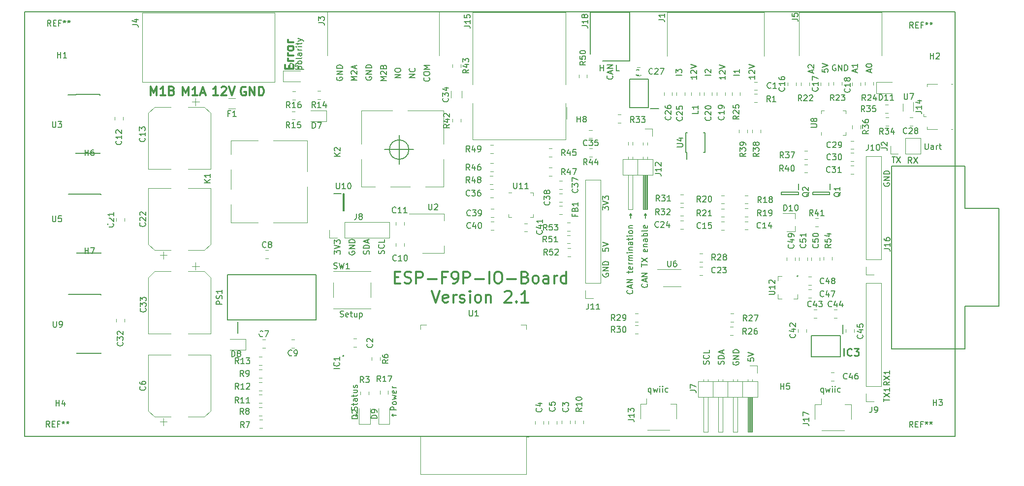
<source format=gto>
G04 #@! TF.GenerationSoftware,KiCad,Pcbnew,(5.1.2)-2*
G04 #@! TF.CreationDate,2019-07-18T14:35:39+09:00*
G04 #@! TF.ProjectId,mainPCB,6d61696e-5043-4422-9e6b-696361645f70,rev?*
G04 #@! TF.SameCoordinates,PX10a2f70PY6979248*
G04 #@! TF.FileFunction,Legend,Top*
G04 #@! TF.FilePolarity,Positive*
%FSLAX46Y46*%
G04 Gerber Fmt 4.6, Leading zero omitted, Abs format (unit mm)*
G04 Created by KiCad (PCBNEW (5.1.2)-2) date 2019-07-18 14:35:39*
%MOMM*%
%LPD*%
G04 APERTURE LIST*
%ADD10C,0.200000*%
%ADD11C,0.150000*%
%ADD12C,0.300000*%
%ADD13C,0.120000*%
%ADD14C,0.100000*%
%ADD15C,0.154000*%
%ADD16C,0.254000*%
%ADD17C,1.055000*%
%ADD18C,1.380000*%
%ADD19C,2.000000*%
%ADD20R,1.780000X1.780000*%
%ADD21O,1.780000X1.780000*%
%ADD22C,1.730000*%
%ADD23C,2.480000*%
%ADD24C,1.330000*%
%ADD25C,1.780000*%
%ADD26C,4.680000*%
%ADD27R,1.980000X1.280000*%
%ADD28O,1.980000X1.280000*%
%ADD29R,1.980000X1.580000*%
%ADD30C,1.530000*%
%ADD31R,1.430000X0.480000*%
%ADD32R,0.380000X0.530000*%
%ADD33C,1.280000*%
%ADD34C,0.680000*%
%ADD35C,3.330000*%
%ADD36C,2.680000*%
%ADD37C,1.970000*%
%ADD38C,1.980000*%
%ADD39R,1.980000X1.980000*%
%ADD40C,3.280000*%
%ADD41C,4.380000*%
%ADD42R,1.630000X1.380000*%
%ADD43C,2.580000*%
%ADD44R,0.880000X0.280000*%
%ADD45R,0.280000X0.880000*%
%ADD46R,1.580000X0.730000*%
%ADD47R,0.980000X2.055000*%
%ADD48R,0.530000X1.555000*%
%ADD49R,0.680000X1.130000*%
%ADD50R,1.330000X0.680000*%
%ADD51C,0.330000*%
%ADD52R,0.430000X0.310000*%
%ADD53R,0.310000X0.430000*%
%ADD54R,0.380000X1.480000*%
%ADD55R,1.580000X0.680000*%
%ADD56R,1.680000X0.380000*%
%ADD57R,2.080000X1.580000*%
%ADD58R,2.080000X3.880000*%
%ADD59R,0.980000X0.880000*%
%ADD60R,2.080000X0.980000*%
%ADD61R,0.980000X2.080000*%
%ADD62R,5.080000X5.080000*%
%ADD63R,2.580000X4.880000*%
%ADD64R,4.280000X2.580000*%
%ADD65R,4.880000X2.580000*%
%ADD66R,2.580000X4.280000*%
G04 APERTURE END LIST*
D10*
X154825866Y50484020D02*
X154825866Y49674496D01*
X154873485Y49579258D01*
X154921104Y49531639D01*
X155016342Y49484020D01*
X155206819Y49484020D01*
X155302057Y49531639D01*
X155349676Y49579258D01*
X155397295Y49674496D01*
X155397295Y50484020D01*
X156302057Y49484020D02*
X156302057Y50007829D01*
X156254438Y50103067D01*
X156159200Y50150686D01*
X155968723Y50150686D01*
X155873485Y50103067D01*
X156302057Y49531639D02*
X156206819Y49484020D01*
X155968723Y49484020D01*
X155873485Y49531639D01*
X155825866Y49626877D01*
X155825866Y49722115D01*
X155873485Y49817353D01*
X155968723Y49864972D01*
X156206819Y49864972D01*
X156302057Y49912591D01*
X156778247Y49484020D02*
X156778247Y50150686D01*
X156778247Y49960210D02*
X156825866Y50055448D01*
X156873485Y50103067D01*
X156968723Y50150686D01*
X157063961Y50150686D01*
X157254438Y50150686D02*
X157635390Y50150686D01*
X157397295Y50484020D02*
X157397295Y49626877D01*
X157444914Y49531639D01*
X157540152Y49484020D01*
X157635390Y49484020D01*
X152538133Y47096420D02*
X152204800Y47572610D01*
X151966704Y47096420D02*
X151966704Y48096420D01*
X152347657Y48096420D01*
X152442895Y48048800D01*
X152490514Y48001181D01*
X152538133Y47905943D01*
X152538133Y47763086D01*
X152490514Y47667848D01*
X152442895Y47620229D01*
X152347657Y47572610D01*
X151966704Y47572610D01*
X152871466Y48096420D02*
X153538133Y47096420D01*
X153538133Y48096420D02*
X152871466Y47096420D01*
X149148895Y48147220D02*
X149720323Y48147220D01*
X149434609Y47147220D02*
X149434609Y48147220D01*
X149958419Y48147220D02*
X150625085Y47147220D01*
X150625085Y48147220D02*
X149958419Y47147220D01*
X56434076Y3688058D02*
X57195980Y3688058D01*
X57005504Y3878534D02*
X57195980Y3688058D01*
X57005504Y3497581D01*
X57148361Y4497581D02*
X57195980Y4640439D01*
X57195980Y4878534D01*
X57148361Y4973772D01*
X57100742Y5021391D01*
X57005504Y5069010D01*
X56910266Y5069010D01*
X56815028Y5021391D01*
X56767409Y4973772D01*
X56719790Y4878534D01*
X56672171Y4688058D01*
X56624552Y4592820D01*
X56576933Y4545200D01*
X56481695Y4497581D01*
X56386457Y4497581D01*
X56291219Y4545200D01*
X56243600Y4592820D01*
X56195980Y4688058D01*
X56195980Y4926153D01*
X56243600Y5069010D01*
X56529314Y5354724D02*
X56529314Y5735677D01*
X56195980Y5497581D02*
X57053123Y5497581D01*
X57148361Y5545200D01*
X57195980Y5640439D01*
X57195980Y5735677D01*
X57195980Y6497581D02*
X56672171Y6497581D01*
X56576933Y6449962D01*
X56529314Y6354724D01*
X56529314Y6164248D01*
X56576933Y6069010D01*
X57148361Y6497581D02*
X57195980Y6402343D01*
X57195980Y6164248D01*
X57148361Y6069010D01*
X57053123Y6021391D01*
X56957885Y6021391D01*
X56862647Y6069010D01*
X56815028Y6164248D01*
X56815028Y6402343D01*
X56767409Y6497581D01*
X56529314Y6830915D02*
X56529314Y7211867D01*
X56195980Y6973772D02*
X57053123Y6973772D01*
X57148361Y7021391D01*
X57195980Y7116629D01*
X57195980Y7211867D01*
X56529314Y7973772D02*
X57195980Y7973772D01*
X56529314Y7545200D02*
X57053123Y7545200D01*
X57148361Y7592820D01*
X57195980Y7688058D01*
X57195980Y7830915D01*
X57148361Y7926153D01*
X57100742Y7973772D01*
X57148361Y8402343D02*
X57195980Y8497581D01*
X57195980Y8688058D01*
X57148361Y8783296D01*
X57053123Y8830915D01*
X57005504Y8830915D01*
X56910266Y8783296D01*
X56862647Y8688058D01*
X56862647Y8545200D01*
X56815028Y8449962D01*
X56719790Y8402343D01*
X56672171Y8402343D01*
X56576933Y8449962D01*
X56529314Y8545200D01*
X56529314Y8688058D01*
X56576933Y8783296D01*
D11*
X66055666Y49418240D02*
G75*
G03X66055666Y49418240I-1666666J0D01*
G01*
X61889000Y49418240D02*
X66889000Y49418240D01*
X64389000Y51918240D02*
X64389000Y46918240D01*
D10*
X99419160Y39000585D02*
X99419160Y39619633D01*
X99800113Y39286300D01*
X99800113Y39429157D01*
X99847732Y39524395D01*
X99895351Y39572014D01*
X99990589Y39619633D01*
X100228684Y39619633D01*
X100323922Y39572014D01*
X100371541Y39524395D01*
X100419160Y39429157D01*
X100419160Y39143442D01*
X100371541Y39048204D01*
X100323922Y39000585D01*
X99419160Y39905347D02*
X100419160Y40238680D01*
X99419160Y40572014D01*
X99419160Y40810109D02*
X99419160Y41429157D01*
X99800113Y41095823D01*
X99800113Y41238680D01*
X99847732Y41333919D01*
X99895351Y41381538D01*
X99990589Y41429157D01*
X100228684Y41429157D01*
X100323922Y41381538D01*
X100371541Y41333919D01*
X100419160Y41238680D01*
X100419160Y40952966D01*
X100371541Y40857728D01*
X100323922Y40810109D01*
X99419160Y32428204D02*
X99419160Y31952014D01*
X99895351Y31904395D01*
X99847732Y31952014D01*
X99800113Y32047252D01*
X99800113Y32285347D01*
X99847732Y32380585D01*
X99895351Y32428204D01*
X99990589Y32475823D01*
X100228684Y32475823D01*
X100323922Y32428204D01*
X100371541Y32380585D01*
X100419160Y32285347D01*
X100419160Y32047252D01*
X100371541Y31952014D01*
X100323922Y31904395D01*
X99419160Y32761538D02*
X100419160Y33094871D01*
X99419160Y33428204D01*
X99466780Y28046776D02*
X99419160Y27951538D01*
X99419160Y27808680D01*
X99466780Y27665823D01*
X99562018Y27570585D01*
X99657256Y27522966D01*
X99847732Y27475347D01*
X99990589Y27475347D01*
X100181065Y27522966D01*
X100276303Y27570585D01*
X100371541Y27665823D01*
X100419160Y27808680D01*
X100419160Y27903919D01*
X100371541Y28046776D01*
X100323922Y28094395D01*
X99990589Y28094395D01*
X99990589Y27903919D01*
X100419160Y28522966D02*
X99419160Y28522966D01*
X100419160Y29094395D01*
X99419160Y29094395D01*
X100419160Y29570585D02*
X99419160Y29570585D01*
X99419160Y29808680D01*
X99466780Y29951538D01*
X99562018Y30046776D01*
X99657256Y30094395D01*
X99847732Y30142014D01*
X99990589Y30142014D01*
X100181065Y30094395D01*
X100276303Y30046776D01*
X100371541Y29951538D01*
X100419160Y29808680D01*
X100419160Y29570585D01*
X147790280Y43667776D02*
X147742660Y43572538D01*
X147742660Y43429680D01*
X147790280Y43286823D01*
X147885518Y43191585D01*
X147980756Y43143966D01*
X148171232Y43096347D01*
X148314089Y43096347D01*
X148504565Y43143966D01*
X148599803Y43191585D01*
X148695041Y43286823D01*
X148742660Y43429680D01*
X148742660Y43524919D01*
X148695041Y43667776D01*
X148647422Y43715395D01*
X148314089Y43715395D01*
X148314089Y43524919D01*
X148742660Y44143966D02*
X147742660Y44143966D01*
X148742660Y44715395D01*
X147742660Y44715395D01*
X148742660Y45191585D02*
X147742660Y45191585D01*
X147742660Y45429680D01*
X147790280Y45572538D01*
X147885518Y45667776D01*
X147980756Y45715395D01*
X148171232Y45763014D01*
X148314089Y45763014D01*
X148504565Y45715395D01*
X148599803Y45667776D01*
X148695041Y45572538D01*
X148742660Y45429680D01*
X148742660Y45191585D01*
X148742660Y9433323D02*
X148266470Y9099990D01*
X148742660Y8861895D02*
X147742660Y8861895D01*
X147742660Y9242847D01*
X147790280Y9338085D01*
X147837899Y9385704D01*
X147933137Y9433323D01*
X148075994Y9433323D01*
X148171232Y9385704D01*
X148218851Y9338085D01*
X148266470Y9242847D01*
X148266470Y8861895D01*
X147742660Y9766657D02*
X148742660Y10433323D01*
X147742660Y10433323D02*
X148742660Y9766657D01*
X148742660Y11338085D02*
X148742660Y10766657D01*
X148742660Y11052371D02*
X147742660Y11052371D01*
X147885518Y10957133D01*
X147980756Y10861895D01*
X148028375Y10766657D01*
X147742660Y5980585D02*
X147742660Y6552014D01*
X148742660Y6266300D02*
X147742660Y6266300D01*
X147742660Y6790109D02*
X148742660Y7456776D01*
X147742660Y7456776D02*
X148742660Y6790109D01*
X148742660Y8361538D02*
X148742660Y7790109D01*
X148742660Y8075823D02*
X147742660Y8075823D01*
X147885518Y7980585D01*
X147980756Y7885347D01*
X148028375Y7790109D01*
D12*
X63614875Y27426538D02*
X64281541Y27426538D01*
X64567256Y26378919D02*
X63614875Y26378919D01*
X63614875Y28378919D01*
X64567256Y28378919D01*
X65329160Y26474157D02*
X65614875Y26378919D01*
X66091065Y26378919D01*
X66281541Y26474157D01*
X66376780Y26569395D01*
X66472018Y26759871D01*
X66472018Y26950347D01*
X66376780Y27140823D01*
X66281541Y27236061D01*
X66091065Y27331300D01*
X65710113Y27426538D01*
X65519637Y27521776D01*
X65424399Y27617014D01*
X65329160Y27807490D01*
X65329160Y27997966D01*
X65424399Y28188442D01*
X65519637Y28283680D01*
X65710113Y28378919D01*
X66186303Y28378919D01*
X66472018Y28283680D01*
X67329160Y26378919D02*
X67329160Y28378919D01*
X68091065Y28378919D01*
X68281541Y28283680D01*
X68376780Y28188442D01*
X68472018Y27997966D01*
X68472018Y27712252D01*
X68376780Y27521776D01*
X68281541Y27426538D01*
X68091065Y27331300D01*
X67329160Y27331300D01*
X69329160Y27140823D02*
X70852970Y27140823D01*
X72472018Y27426538D02*
X71805351Y27426538D01*
X71805351Y26378919D02*
X71805351Y28378919D01*
X72757732Y28378919D01*
X73614875Y26378919D02*
X73995827Y26378919D01*
X74186303Y26474157D01*
X74281541Y26569395D01*
X74472018Y26855109D01*
X74567256Y27236061D01*
X74567256Y27997966D01*
X74472018Y28188442D01*
X74376780Y28283680D01*
X74186303Y28378919D01*
X73805351Y28378919D01*
X73614875Y28283680D01*
X73519637Y28188442D01*
X73424399Y27997966D01*
X73424399Y27521776D01*
X73519637Y27331300D01*
X73614875Y27236061D01*
X73805351Y27140823D01*
X74186303Y27140823D01*
X74376780Y27236061D01*
X74472018Y27331300D01*
X74567256Y27521776D01*
X75424399Y26378919D02*
X75424399Y28378919D01*
X76186303Y28378919D01*
X76376780Y28283680D01*
X76472018Y28188442D01*
X76567256Y27997966D01*
X76567256Y27712252D01*
X76472018Y27521776D01*
X76376780Y27426538D01*
X76186303Y27331300D01*
X75424399Y27331300D01*
X77424399Y27140823D02*
X78948208Y27140823D01*
X79900589Y26378919D02*
X79900589Y28378919D01*
X81233922Y28378919D02*
X81614875Y28378919D01*
X81805351Y28283680D01*
X81995827Y28093204D01*
X82091065Y27712252D01*
X82091065Y27045585D01*
X81995827Y26664633D01*
X81805351Y26474157D01*
X81614875Y26378919D01*
X81233922Y26378919D01*
X81043446Y26474157D01*
X80852970Y26664633D01*
X80757732Y27045585D01*
X80757732Y27712252D01*
X80852970Y28093204D01*
X81043446Y28283680D01*
X81233922Y28378919D01*
X82948208Y27140823D02*
X84472018Y27140823D01*
X86091065Y27426538D02*
X86376780Y27331300D01*
X86472018Y27236061D01*
X86567256Y27045585D01*
X86567256Y26759871D01*
X86472018Y26569395D01*
X86376780Y26474157D01*
X86186303Y26378919D01*
X85424399Y26378919D01*
X85424399Y28378919D01*
X86091065Y28378919D01*
X86281541Y28283680D01*
X86376780Y28188442D01*
X86472018Y27997966D01*
X86472018Y27807490D01*
X86376780Y27617014D01*
X86281541Y27521776D01*
X86091065Y27426538D01*
X85424399Y27426538D01*
X87710113Y26378919D02*
X87519637Y26474157D01*
X87424399Y26569395D01*
X87329160Y26759871D01*
X87329160Y27331300D01*
X87424399Y27521776D01*
X87519637Y27617014D01*
X87710113Y27712252D01*
X87995827Y27712252D01*
X88186303Y27617014D01*
X88281541Y27521776D01*
X88376780Y27331300D01*
X88376780Y26759871D01*
X88281541Y26569395D01*
X88186303Y26474157D01*
X87995827Y26378919D01*
X87710113Y26378919D01*
X90091065Y26378919D02*
X90091065Y27426538D01*
X89995827Y27617014D01*
X89805351Y27712252D01*
X89424399Y27712252D01*
X89233922Y27617014D01*
X90091065Y26474157D02*
X89900589Y26378919D01*
X89424399Y26378919D01*
X89233922Y26474157D01*
X89138684Y26664633D01*
X89138684Y26855109D01*
X89233922Y27045585D01*
X89424399Y27140823D01*
X89900589Y27140823D01*
X90091065Y27236061D01*
X91043446Y26378919D02*
X91043446Y27712252D01*
X91043446Y27331300D02*
X91138684Y27521776D01*
X91233922Y27617014D01*
X91424399Y27712252D01*
X91614875Y27712252D01*
X93138684Y26378919D02*
X93138684Y28378919D01*
X93138684Y26474157D02*
X92948208Y26378919D01*
X92567256Y26378919D01*
X92376780Y26474157D01*
X92281541Y26569395D01*
X92186303Y26759871D01*
X92186303Y27331300D01*
X92281541Y27521776D01*
X92376780Y27617014D01*
X92567256Y27712252D01*
X92948208Y27712252D01*
X93138684Y27617014D01*
X69995827Y25078919D02*
X70662494Y23078919D01*
X71329160Y25078919D01*
X72757732Y23174157D02*
X72567256Y23078919D01*
X72186303Y23078919D01*
X71995827Y23174157D01*
X71900589Y23364633D01*
X71900589Y24126538D01*
X71995827Y24317014D01*
X72186303Y24412252D01*
X72567256Y24412252D01*
X72757732Y24317014D01*
X72852970Y24126538D01*
X72852970Y23936061D01*
X71900589Y23745585D01*
X73710113Y23078919D02*
X73710113Y24412252D01*
X73710113Y24031300D02*
X73805351Y24221776D01*
X73900589Y24317014D01*
X74091065Y24412252D01*
X74281541Y24412252D01*
X74852970Y23174157D02*
X75043446Y23078919D01*
X75424399Y23078919D01*
X75614875Y23174157D01*
X75710113Y23364633D01*
X75710113Y23459871D01*
X75614875Y23650347D01*
X75424399Y23745585D01*
X75138684Y23745585D01*
X74948208Y23840823D01*
X74852970Y24031300D01*
X74852970Y24126538D01*
X74948208Y24317014D01*
X75138684Y24412252D01*
X75424399Y24412252D01*
X75614875Y24317014D01*
X76567256Y23078919D02*
X76567256Y24412252D01*
X76567256Y25078919D02*
X76472018Y24983680D01*
X76567256Y24888442D01*
X76662494Y24983680D01*
X76567256Y25078919D01*
X76567256Y24888442D01*
X77805351Y23078919D02*
X77614875Y23174157D01*
X77519637Y23269395D01*
X77424399Y23459871D01*
X77424399Y24031300D01*
X77519637Y24221776D01*
X77614875Y24317014D01*
X77805351Y24412252D01*
X78091065Y24412252D01*
X78281541Y24317014D01*
X78376780Y24221776D01*
X78472018Y24031300D01*
X78472018Y23459871D01*
X78376780Y23269395D01*
X78281541Y23174157D01*
X78091065Y23078919D01*
X77805351Y23078919D01*
X79329160Y24412252D02*
X79329160Y23078919D01*
X79329160Y24221776D02*
X79424399Y24317014D01*
X79614875Y24412252D01*
X79900589Y24412252D01*
X80091065Y24317014D01*
X80186303Y24126538D01*
X80186303Y23078919D01*
X82567256Y24888442D02*
X82662494Y24983680D01*
X82852970Y25078919D01*
X83329160Y25078919D01*
X83519637Y24983680D01*
X83614875Y24888442D01*
X83710113Y24697966D01*
X83710113Y24507490D01*
X83614875Y24221776D01*
X82472018Y23078919D01*
X83710113Y23078919D01*
X84567256Y23269395D02*
X84662494Y23174157D01*
X84567256Y23078919D01*
X84472018Y23174157D01*
X84567256Y23269395D01*
X84567256Y23078919D01*
X86567256Y23078919D02*
X85424399Y23078919D01*
X85995827Y23078919D02*
X85995827Y25078919D01*
X85805351Y24793204D01*
X85614875Y24602728D01*
X85424399Y24507490D01*
D11*
X107016822Y26280666D02*
X107064441Y26233047D01*
X107112060Y26090190D01*
X107112060Y25994952D01*
X107064441Y25852095D01*
X106969203Y25756857D01*
X106873965Y25709238D01*
X106683489Y25661619D01*
X106540632Y25661619D01*
X106350156Y25709238D01*
X106254918Y25756857D01*
X106159680Y25852095D01*
X106112060Y25994952D01*
X106112060Y26090190D01*
X106159680Y26233047D01*
X106207299Y26280666D01*
X106826346Y26661619D02*
X106826346Y27137809D01*
X107112060Y26566380D02*
X106112060Y26899714D01*
X107112060Y27233047D01*
X107112060Y27566380D02*
X106112060Y27566380D01*
X107112060Y28137809D01*
X106112060Y28137809D01*
X106112060Y29233047D02*
X106112060Y29804476D01*
X107112060Y29518761D02*
X106112060Y29518761D01*
X106112060Y30042571D02*
X107112060Y30709238D01*
X106112060Y30709238D02*
X107112060Y30042571D01*
X107064441Y32233047D02*
X107112060Y32137809D01*
X107112060Y31947333D01*
X107064441Y31852095D01*
X106969203Y31804476D01*
X106588251Y31804476D01*
X106493013Y31852095D01*
X106445394Y31947333D01*
X106445394Y32137809D01*
X106493013Y32233047D01*
X106588251Y32280666D01*
X106683489Y32280666D01*
X106778727Y31804476D01*
X106445394Y32709238D02*
X107112060Y32709238D01*
X106540632Y32709238D02*
X106493013Y32756857D01*
X106445394Y32852095D01*
X106445394Y32994952D01*
X106493013Y33090190D01*
X106588251Y33137809D01*
X107112060Y33137809D01*
X107112060Y34042571D02*
X106588251Y34042571D01*
X106493013Y33994952D01*
X106445394Y33899714D01*
X106445394Y33709238D01*
X106493013Y33614000D01*
X107064441Y34042571D02*
X107112060Y33947333D01*
X107112060Y33709238D01*
X107064441Y33614000D01*
X106969203Y33566380D01*
X106873965Y33566380D01*
X106778727Y33614000D01*
X106731108Y33709238D01*
X106731108Y33947333D01*
X106683489Y34042571D01*
X107112060Y34518761D02*
X106112060Y34518761D01*
X106493013Y34518761D02*
X106445394Y34614000D01*
X106445394Y34804476D01*
X106493013Y34899714D01*
X106540632Y34947333D01*
X106635870Y34994952D01*
X106921584Y34994952D01*
X107016822Y34947333D01*
X107064441Y34899714D01*
X107112060Y34804476D01*
X107112060Y34614000D01*
X107064441Y34518761D01*
X107112060Y35566380D02*
X107064441Y35471142D01*
X106969203Y35423523D01*
X106112060Y35423523D01*
X107064441Y36328285D02*
X107112060Y36233047D01*
X107112060Y36042571D01*
X107064441Y35947333D01*
X106969203Y35899714D01*
X106588251Y35899714D01*
X106493013Y35947333D01*
X106445394Y36042571D01*
X106445394Y36233047D01*
X106493013Y36328285D01*
X106588251Y36375904D01*
X106683489Y36375904D01*
X106778727Y35899714D01*
X106731108Y37566380D02*
X106731108Y38328285D01*
X106921584Y38137809D02*
X106731108Y38328285D01*
X106540632Y38137809D01*
X104476822Y25185428D02*
X104524441Y25137809D01*
X104572060Y24994952D01*
X104572060Y24899714D01*
X104524441Y24756857D01*
X104429203Y24661619D01*
X104333965Y24614000D01*
X104143489Y24566380D01*
X104000632Y24566380D01*
X103810156Y24614000D01*
X103714918Y24661619D01*
X103619680Y24756857D01*
X103572060Y24899714D01*
X103572060Y24994952D01*
X103619680Y25137809D01*
X103667299Y25185428D01*
X104286346Y25566380D02*
X104286346Y26042571D01*
X104572060Y25471142D02*
X103572060Y25804476D01*
X104572060Y26137809D01*
X104572060Y26471142D02*
X103572060Y26471142D01*
X104572060Y27042571D01*
X103572060Y27042571D01*
X103905394Y28137809D02*
X103905394Y28518761D01*
X103572060Y28280666D02*
X104429203Y28280666D01*
X104524441Y28328285D01*
X104572060Y28423523D01*
X104572060Y28518761D01*
X104524441Y29233047D02*
X104572060Y29137809D01*
X104572060Y28947333D01*
X104524441Y28852095D01*
X104429203Y28804476D01*
X104048251Y28804476D01*
X103953013Y28852095D01*
X103905394Y28947333D01*
X103905394Y29137809D01*
X103953013Y29233047D01*
X104048251Y29280666D01*
X104143489Y29280666D01*
X104238727Y28804476D01*
X104572060Y29709238D02*
X103905394Y29709238D01*
X104095870Y29709238D02*
X104000632Y29756857D01*
X103953013Y29804476D01*
X103905394Y29899714D01*
X103905394Y29994952D01*
X104572060Y30328285D02*
X103905394Y30328285D01*
X104000632Y30328285D02*
X103953013Y30375904D01*
X103905394Y30471142D01*
X103905394Y30614000D01*
X103953013Y30709238D01*
X104048251Y30756857D01*
X104572060Y30756857D01*
X104048251Y30756857D02*
X103953013Y30804476D01*
X103905394Y30899714D01*
X103905394Y31042571D01*
X103953013Y31137809D01*
X104048251Y31185428D01*
X104572060Y31185428D01*
X104572060Y31661619D02*
X103905394Y31661619D01*
X103572060Y31661619D02*
X103619680Y31614000D01*
X103667299Y31661619D01*
X103619680Y31709238D01*
X103572060Y31661619D01*
X103667299Y31661619D01*
X103905394Y32137809D02*
X104572060Y32137809D01*
X104000632Y32137809D02*
X103953013Y32185428D01*
X103905394Y32280666D01*
X103905394Y32423523D01*
X103953013Y32518761D01*
X104048251Y32566380D01*
X104572060Y32566380D01*
X104572060Y33471142D02*
X104048251Y33471142D01*
X103953013Y33423523D01*
X103905394Y33328285D01*
X103905394Y33137809D01*
X103953013Y33042571D01*
X104524441Y33471142D02*
X104572060Y33375904D01*
X104572060Y33137809D01*
X104524441Y33042571D01*
X104429203Y32994952D01*
X104333965Y32994952D01*
X104238727Y33042571D01*
X104191108Y33137809D01*
X104191108Y33375904D01*
X104143489Y33471142D01*
X103905394Y33804476D02*
X103905394Y34185428D01*
X103572060Y33947333D02*
X104429203Y33947333D01*
X104524441Y33994952D01*
X104572060Y34090190D01*
X104572060Y34185428D01*
X104572060Y34518761D02*
X103905394Y34518761D01*
X103572060Y34518761D02*
X103619680Y34471142D01*
X103667299Y34518761D01*
X103619680Y34566380D01*
X103572060Y34518761D01*
X103667299Y34518761D01*
X104572060Y35137809D02*
X104524441Y35042571D01*
X104476822Y34994952D01*
X104381584Y34947333D01*
X104095870Y34947333D01*
X104000632Y34994952D01*
X103953013Y35042571D01*
X103905394Y35137809D01*
X103905394Y35280666D01*
X103953013Y35375904D01*
X104000632Y35423523D01*
X104095870Y35471142D01*
X104381584Y35471142D01*
X104476822Y35423523D01*
X104524441Y35375904D01*
X104572060Y35280666D01*
X104572060Y35137809D01*
X103905394Y35899714D02*
X104572060Y35899714D01*
X104000632Y35899714D02*
X103953013Y35947333D01*
X103905394Y36042571D01*
X103905394Y36185428D01*
X103953013Y36280666D01*
X104048251Y36328285D01*
X104572060Y36328285D01*
X104191108Y37566380D02*
X104191108Y38328285D01*
X104381584Y38137809D02*
X104191108Y38328285D01*
X104000632Y38137809D01*
D10*
X63932060Y3683595D02*
X63170156Y3683595D01*
X63360632Y3493119D02*
X63170156Y3683595D01*
X63360632Y3874071D01*
X63932060Y4540738D02*
X62932060Y4540738D01*
X62932060Y4921690D01*
X62979680Y5016928D01*
X63027299Y5064547D01*
X63122537Y5112166D01*
X63265394Y5112166D01*
X63360632Y5064547D01*
X63408251Y5016928D01*
X63455870Y4921690D01*
X63455870Y4540738D01*
X63932060Y5683595D02*
X63884441Y5588357D01*
X63836822Y5540738D01*
X63741584Y5493119D01*
X63455870Y5493119D01*
X63360632Y5540738D01*
X63313013Y5588357D01*
X63265394Y5683595D01*
X63265394Y5826452D01*
X63313013Y5921690D01*
X63360632Y5969309D01*
X63455870Y6016928D01*
X63741584Y6016928D01*
X63836822Y5969309D01*
X63884441Y5921690D01*
X63932060Y5826452D01*
X63932060Y5683595D01*
X63265394Y6350261D02*
X63932060Y6540738D01*
X63455870Y6731214D01*
X63932060Y6921690D01*
X63265394Y7112166D01*
X63884441Y7874071D02*
X63932060Y7778833D01*
X63932060Y7588357D01*
X63884441Y7493119D01*
X63789203Y7445500D01*
X63408251Y7445500D01*
X63313013Y7493119D01*
X63265394Y7588357D01*
X63265394Y7778833D01*
X63313013Y7874071D01*
X63408251Y7921690D01*
X63503489Y7921690D01*
X63598727Y7445500D01*
X63932060Y8350261D02*
X63265394Y8350261D01*
X63455870Y8350261D02*
X63360632Y8397880D01*
X63313013Y8445500D01*
X63265394Y8540738D01*
X63265394Y8635976D01*
X54249558Y20656919D02*
X54392415Y20609300D01*
X54630510Y20609300D01*
X54725748Y20656919D01*
X54773367Y20704538D01*
X54820986Y20799776D01*
X54820986Y20895014D01*
X54773367Y20990252D01*
X54725748Y21037871D01*
X54630510Y21085490D01*
X54440034Y21133109D01*
X54344796Y21180728D01*
X54297177Y21228347D01*
X54249558Y21323585D01*
X54249558Y21418823D01*
X54297177Y21514061D01*
X54344796Y21561680D01*
X54440034Y21609300D01*
X54678129Y21609300D01*
X54820986Y21561680D01*
X55630510Y20656919D02*
X55535272Y20609300D01*
X55344796Y20609300D01*
X55249558Y20656919D01*
X55201939Y20752157D01*
X55201939Y21133109D01*
X55249558Y21228347D01*
X55344796Y21275966D01*
X55535272Y21275966D01*
X55630510Y21228347D01*
X55678129Y21133109D01*
X55678129Y21037871D01*
X55201939Y20942633D01*
X55963843Y21275966D02*
X56344796Y21275966D01*
X56106700Y21609300D02*
X56106700Y20752157D01*
X56154320Y20656919D01*
X56249558Y20609300D01*
X56344796Y20609300D01*
X57106700Y21275966D02*
X57106700Y20609300D01*
X56678129Y21275966D02*
X56678129Y20752157D01*
X56725748Y20656919D01*
X56820986Y20609300D01*
X56963843Y20609300D01*
X57059081Y20656919D01*
X57106700Y20704538D01*
X57582891Y21275966D02*
X57582891Y20275966D01*
X57582891Y21228347D02*
X57678129Y21275966D01*
X57868605Y21275966D01*
X57963843Y21228347D01*
X58011462Y21180728D01*
X58059081Y21085490D01*
X58059081Y20799776D01*
X58011462Y20704538D01*
X57963843Y20656919D01*
X57868605Y20609300D01*
X57678129Y20609300D01*
X57582891Y20656919D01*
X137360494Y8321966D02*
X137360494Y7321966D01*
X137360494Y7702919D02*
X137265256Y7655300D01*
X137074780Y7655300D01*
X136979541Y7702919D01*
X136931922Y7750538D01*
X136884303Y7845776D01*
X136884303Y8131490D01*
X136931922Y8226728D01*
X136979541Y8274347D01*
X137074780Y8321966D01*
X137265256Y8321966D01*
X137360494Y8274347D01*
X137741446Y8321966D02*
X137931922Y7655300D01*
X138122399Y8131490D01*
X138312875Y7655300D01*
X138503351Y8321966D01*
X138884303Y7655300D02*
X138884303Y8321966D01*
X138884303Y8655300D02*
X138836684Y8607680D01*
X138884303Y8560061D01*
X138931922Y8607680D01*
X138884303Y8655300D01*
X138884303Y8560061D01*
X139360494Y7655300D02*
X139360494Y8321966D01*
X139360494Y8655300D02*
X139312875Y8607680D01*
X139360494Y8560061D01*
X139408113Y8607680D01*
X139360494Y8655300D01*
X139360494Y8560061D01*
X140265256Y7702919D02*
X140170018Y7655300D01*
X139979541Y7655300D01*
X139884303Y7702919D01*
X139836684Y7750538D01*
X139789065Y7845776D01*
X139789065Y8131490D01*
X139836684Y8226728D01*
X139884303Y8274347D01*
X139979541Y8321966D01*
X140170018Y8321966D01*
X140265256Y8274347D01*
X107705994Y8321966D02*
X107705994Y7321966D01*
X107705994Y7702919D02*
X107610756Y7655300D01*
X107420280Y7655300D01*
X107325041Y7702919D01*
X107277422Y7750538D01*
X107229803Y7845776D01*
X107229803Y8131490D01*
X107277422Y8226728D01*
X107325041Y8274347D01*
X107420280Y8321966D01*
X107610756Y8321966D01*
X107705994Y8274347D01*
X108086946Y8321966D02*
X108277422Y7655300D01*
X108467899Y8131490D01*
X108658375Y7655300D01*
X108848851Y8321966D01*
X109229803Y7655300D02*
X109229803Y8321966D01*
X109229803Y8655300D02*
X109182184Y8607680D01*
X109229803Y8560061D01*
X109277422Y8607680D01*
X109229803Y8655300D01*
X109229803Y8560061D01*
X109705994Y7655300D02*
X109705994Y8321966D01*
X109705994Y8655300D02*
X109658375Y8607680D01*
X109705994Y8560061D01*
X109753613Y8607680D01*
X109705994Y8655300D01*
X109705994Y8560061D01*
X110610756Y7702919D02*
X110515518Y7655300D01*
X110325041Y7655300D01*
X110229803Y7702919D01*
X110182184Y7750538D01*
X110134565Y7845776D01*
X110134565Y8131490D01*
X110182184Y8226728D01*
X110229803Y8274347D01*
X110325041Y8321966D01*
X110515518Y8321966D01*
X110610756Y8274347D01*
X120206364Y12413285D02*
X120253983Y12556142D01*
X120253983Y12794237D01*
X120206364Y12889475D01*
X120158745Y12937094D01*
X120063507Y12984713D01*
X119968269Y12984713D01*
X119873031Y12937094D01*
X119825412Y12889475D01*
X119777793Y12794237D01*
X119730174Y12603761D01*
X119682555Y12508523D01*
X119634936Y12460904D01*
X119539698Y12413285D01*
X119444460Y12413285D01*
X119349222Y12460904D01*
X119301603Y12508523D01*
X119253983Y12603761D01*
X119253983Y12841856D01*
X119301603Y12984713D01*
X120253983Y13413285D02*
X119253983Y13413285D01*
X119253983Y13651380D01*
X119301603Y13794237D01*
X119396841Y13889475D01*
X119492079Y13937094D01*
X119682555Y13984713D01*
X119825412Y13984713D01*
X120015888Y13937094D01*
X120111126Y13889475D01*
X120206364Y13794237D01*
X120253983Y13651380D01*
X120253983Y13413285D01*
X119968269Y14365666D02*
X119968269Y14841856D01*
X120253983Y14270428D02*
X119253983Y14603761D01*
X120253983Y14937094D01*
X117666364Y12437094D02*
X117713983Y12579951D01*
X117713983Y12818047D01*
X117666364Y12913285D01*
X117618745Y12960904D01*
X117523507Y13008523D01*
X117428269Y13008523D01*
X117333031Y12960904D01*
X117285412Y12913285D01*
X117237793Y12818047D01*
X117190174Y12627570D01*
X117142555Y12532332D01*
X117094936Y12484713D01*
X116999698Y12437094D01*
X116904460Y12437094D01*
X116809222Y12484713D01*
X116761603Y12532332D01*
X116713983Y12627570D01*
X116713983Y12865666D01*
X116761603Y13008523D01*
X117618745Y14008523D02*
X117666364Y13960904D01*
X117713983Y13818047D01*
X117713983Y13722809D01*
X117666364Y13579951D01*
X117571126Y13484713D01*
X117475888Y13437094D01*
X117285412Y13389475D01*
X117142555Y13389475D01*
X116952079Y13437094D01*
X116856841Y13484713D01*
X116761603Y13579951D01*
X116713983Y13722809D01*
X116713983Y13818047D01*
X116761603Y13960904D01*
X116809222Y14008523D01*
X117713983Y14913285D02*
X117713983Y14437094D01*
X116713983Y14437094D01*
X124397483Y13500594D02*
X124397483Y13024404D01*
X124873674Y12976785D01*
X124826055Y13024404D01*
X124778436Y13119642D01*
X124778436Y13357737D01*
X124826055Y13452975D01*
X124873674Y13500594D01*
X124968912Y13548213D01*
X125207007Y13548213D01*
X125302245Y13500594D01*
X125349864Y13452975D01*
X125397483Y13357737D01*
X125397483Y13119642D01*
X125349864Y13024404D01*
X125302245Y12976785D01*
X124397483Y13833928D02*
X125397483Y14167261D01*
X124397483Y14500594D01*
X121841603Y12865666D02*
X121793983Y12770428D01*
X121793983Y12627570D01*
X121841603Y12484713D01*
X121936841Y12389475D01*
X122032079Y12341856D01*
X122222555Y12294237D01*
X122365412Y12294237D01*
X122555888Y12341856D01*
X122651126Y12389475D01*
X122746364Y12484713D01*
X122793983Y12627570D01*
X122793983Y12722809D01*
X122746364Y12865666D01*
X122698745Y12913285D01*
X122365412Y12913285D01*
X122365412Y12722809D01*
X122793983Y13341856D02*
X121793983Y13341856D01*
X122793983Y13913285D01*
X121793983Y13913285D01*
X122793983Y14389475D02*
X121793983Y14389475D01*
X121793983Y14627570D01*
X121841603Y14770428D01*
X121936841Y14865666D01*
X122032079Y14913285D01*
X122222555Y14960904D01*
X122365412Y14960904D01*
X122555888Y14913285D01*
X122651126Y14865666D01*
X122746364Y14770428D01*
X122793983Y14627570D01*
X122793983Y14389475D01*
X61791481Y31473924D02*
X61839100Y31616781D01*
X61839100Y31854877D01*
X61791481Y31950115D01*
X61743862Y31997734D01*
X61648624Y32045353D01*
X61553386Y32045353D01*
X61458148Y31997734D01*
X61410529Y31950115D01*
X61362910Y31854877D01*
X61315291Y31664400D01*
X61267672Y31569162D01*
X61220053Y31521543D01*
X61124815Y31473924D01*
X61029577Y31473924D01*
X60934339Y31521543D01*
X60886720Y31569162D01*
X60839100Y31664400D01*
X60839100Y31902496D01*
X60886720Y32045353D01*
X61743862Y33045353D02*
X61791481Y32997734D01*
X61839100Y32854877D01*
X61839100Y32759639D01*
X61791481Y32616781D01*
X61696243Y32521543D01*
X61601005Y32473924D01*
X61410529Y32426305D01*
X61267672Y32426305D01*
X61077196Y32473924D01*
X60981958Y32521543D01*
X60886720Y32616781D01*
X60839100Y32759639D01*
X60839100Y32854877D01*
X60886720Y32997734D01*
X60934339Y33045353D01*
X61839100Y33950115D02*
X61839100Y33473924D01*
X60839100Y33473924D01*
X59226081Y31404395D02*
X59273700Y31547252D01*
X59273700Y31785347D01*
X59226081Y31880585D01*
X59178462Y31928204D01*
X59083224Y31975823D01*
X58987986Y31975823D01*
X58892748Y31928204D01*
X58845129Y31880585D01*
X58797510Y31785347D01*
X58749891Y31594871D01*
X58702272Y31499633D01*
X58654653Y31452014D01*
X58559415Y31404395D01*
X58464177Y31404395D01*
X58368939Y31452014D01*
X58321320Y31499633D01*
X58273700Y31594871D01*
X58273700Y31832966D01*
X58321320Y31975823D01*
X59273700Y32404395D02*
X58273700Y32404395D01*
X58273700Y32642490D01*
X58321320Y32785347D01*
X58416558Y32880585D01*
X58511796Y32928204D01*
X58702272Y32975823D01*
X58845129Y32975823D01*
X59035605Y32928204D01*
X59130843Y32880585D01*
X59226081Y32785347D01*
X59273700Y32642490D01*
X59273700Y32404395D01*
X58987986Y33356776D02*
X58987986Y33832966D01*
X59273700Y33261538D02*
X58273700Y33594871D01*
X59273700Y33928204D01*
X53269900Y31411065D02*
X53269900Y32030113D01*
X53650853Y31696780D01*
X53650853Y31839637D01*
X53698472Y31934875D01*
X53746091Y31982494D01*
X53841329Y32030113D01*
X54079424Y32030113D01*
X54174662Y31982494D01*
X54222281Y31934875D01*
X54269900Y31839637D01*
X54269900Y31553922D01*
X54222281Y31458684D01*
X54174662Y31411065D01*
X53269900Y32315827D02*
X54269900Y32649160D01*
X53269900Y32982494D01*
X53269900Y33220589D02*
X53269900Y33839637D01*
X53650853Y33506303D01*
X53650853Y33649160D01*
X53698472Y33744399D01*
X53746091Y33792018D01*
X53841329Y33839637D01*
X54079424Y33839637D01*
X54174662Y33792018D01*
X54222281Y33744399D01*
X54269900Y33649160D01*
X54269900Y33363446D01*
X54222281Y33268208D01*
X54174662Y33220589D01*
X55801640Y31856776D02*
X55754020Y31761538D01*
X55754020Y31618680D01*
X55801640Y31475823D01*
X55896878Y31380585D01*
X55992116Y31332966D01*
X56182592Y31285347D01*
X56325449Y31285347D01*
X56515925Y31332966D01*
X56611163Y31380585D01*
X56706401Y31475823D01*
X56754020Y31618680D01*
X56754020Y31713919D01*
X56706401Y31856776D01*
X56658782Y31904395D01*
X56325449Y31904395D01*
X56325449Y31713919D01*
X56754020Y32332966D02*
X55754020Y32332966D01*
X56754020Y32904395D01*
X55754020Y32904395D01*
X56754020Y33380585D02*
X55754020Y33380585D01*
X55754020Y33618680D01*
X55801640Y33761538D01*
X55896878Y33856776D01*
X55992116Y33904395D01*
X56182592Y33952014D01*
X56325449Y33952014D01*
X56515925Y33904395D01*
X56611163Y33856776D01*
X56706401Y33761538D01*
X56754020Y33618680D01*
X56754020Y33380585D01*
X135439446Y62638395D02*
X135439446Y63114585D01*
X135725160Y62543157D02*
X134725160Y62876490D01*
X135725160Y63209823D01*
X134820399Y63495538D02*
X134772780Y63543157D01*
X134725160Y63638395D01*
X134725160Y63876490D01*
X134772780Y63971728D01*
X134820399Y64019347D01*
X134915637Y64066966D01*
X135010875Y64066966D01*
X135153732Y64019347D01*
X135725160Y63447919D01*
X135725160Y64066966D01*
X145408946Y62765395D02*
X145408946Y63241585D01*
X145694660Y62670157D02*
X144694660Y63003490D01*
X145694660Y63336823D01*
X144694660Y63860633D02*
X144694660Y63955871D01*
X144742280Y64051109D01*
X144789899Y64098728D01*
X144885137Y64146347D01*
X145075613Y64193966D01*
X145313708Y64193966D01*
X145504184Y64146347D01*
X145599422Y64098728D01*
X145647041Y64051109D01*
X145694660Y63955871D01*
X145694660Y63860633D01*
X145647041Y63765395D01*
X145599422Y63717776D01*
X145504184Y63670157D01*
X145313708Y63622538D01*
X145075613Y63622538D01*
X144885137Y63670157D01*
X144789899Y63717776D01*
X144742280Y63765395D01*
X144694660Y63860633D01*
X142932446Y62765395D02*
X142932446Y63241585D01*
X143218160Y62670157D02*
X142218160Y63003490D01*
X143218160Y63336823D01*
X143218160Y64193966D02*
X143218160Y63622538D01*
X143218160Y63908252D02*
X142218160Y63908252D01*
X142361018Y63813014D01*
X142456256Y63717776D01*
X142503875Y63622538D01*
X139463875Y63979680D02*
X139368637Y64027300D01*
X139225780Y64027300D01*
X139082922Y63979680D01*
X138987684Y63884442D01*
X138940065Y63789204D01*
X138892446Y63598728D01*
X138892446Y63455871D01*
X138940065Y63265395D01*
X138987684Y63170157D01*
X139082922Y63074919D01*
X139225780Y63027300D01*
X139321018Y63027300D01*
X139463875Y63074919D01*
X139511494Y63122538D01*
X139511494Y63455871D01*
X139321018Y63455871D01*
X139940065Y63027300D02*
X139940065Y64027300D01*
X140511494Y63027300D01*
X140511494Y64027300D01*
X140987684Y63027300D02*
X140987684Y64027300D01*
X141225780Y64027300D01*
X141368637Y63979680D01*
X141463875Y63884442D01*
X141511494Y63789204D01*
X141559113Y63598728D01*
X141559113Y63455871D01*
X141511494Y63265395D01*
X141463875Y63170157D01*
X141368637Y63074919D01*
X141225780Y63027300D01*
X140987684Y63027300D01*
X137138160Y63289204D02*
X137138160Y62813014D01*
X137614351Y62765395D01*
X137566732Y62813014D01*
X137519113Y62908252D01*
X137519113Y63146347D01*
X137566732Y63241585D01*
X137614351Y63289204D01*
X137709589Y63336823D01*
X137947684Y63336823D01*
X138042922Y63289204D01*
X138090541Y63241585D01*
X138138160Y63146347D01*
X138138160Y62908252D01*
X138090541Y62813014D01*
X138042922Y62765395D01*
X137138160Y63622538D02*
X138138160Y63955871D01*
X137138160Y64289204D01*
X115532160Y62162133D02*
X115532160Y61590704D01*
X115532160Y61876419D02*
X114532160Y61876419D01*
X114675018Y61781180D01*
X114770256Y61685942D01*
X114817875Y61590704D01*
X114627399Y62543085D02*
X114579780Y62590704D01*
X114532160Y62685942D01*
X114532160Y62924038D01*
X114579780Y63019276D01*
X114627399Y63066895D01*
X114722637Y63114514D01*
X114817875Y63114514D01*
X114960732Y63066895D01*
X115532160Y62495466D01*
X115532160Y63114514D01*
X114532160Y63400228D02*
X115532160Y63733561D01*
X114532160Y64066895D01*
X125565160Y62162133D02*
X125565160Y61590704D01*
X125565160Y61876419D02*
X124565160Y61876419D01*
X124708018Y61781180D01*
X124803256Y61685942D01*
X124850875Y61590704D01*
X124660399Y62543085D02*
X124612780Y62590704D01*
X124565160Y62685942D01*
X124565160Y62924038D01*
X124612780Y63019276D01*
X124660399Y63066895D01*
X124755637Y63114514D01*
X124850875Y63114514D01*
X124993732Y63066895D01*
X125565160Y62495466D01*
X125565160Y63114514D01*
X124565160Y63400228D02*
X125565160Y63733561D01*
X124565160Y64066895D01*
X120485160Y62098633D02*
X120485160Y61527204D01*
X120485160Y61812919D02*
X119485160Y61812919D01*
X119628018Y61717680D01*
X119723256Y61622442D01*
X119770875Y61527204D01*
X119580399Y62479585D02*
X119532780Y62527204D01*
X119485160Y62622442D01*
X119485160Y62860538D01*
X119532780Y62955776D01*
X119580399Y63003395D01*
X119675637Y63051014D01*
X119770875Y63051014D01*
X119913732Y63003395D01*
X120485160Y62431966D01*
X120485160Y63051014D01*
X119485160Y63336728D02*
X120485160Y63670061D01*
X119485160Y64003395D01*
X122898160Y62241490D02*
X121898160Y62241490D01*
X122898160Y63241490D02*
X122898160Y62670061D01*
X122898160Y62955776D02*
X121898160Y62955776D01*
X122041018Y62860538D01*
X122136256Y62765300D01*
X122183875Y62670061D01*
X118008660Y62241490D02*
X117008660Y62241490D01*
X117103899Y62670061D02*
X117056280Y62717680D01*
X117008660Y62812919D01*
X117008660Y63051014D01*
X117056280Y63146252D01*
X117103899Y63193871D01*
X117199137Y63241490D01*
X117294375Y63241490D01*
X117437232Y63193871D01*
X118008660Y62622442D01*
X118008660Y63241490D01*
X112992160Y62241490D02*
X111992160Y62241490D01*
X111992160Y62622442D02*
X111992160Y63241490D01*
X112373113Y62908157D01*
X112373113Y63051014D01*
X112420732Y63146252D01*
X112468351Y63193871D01*
X112563589Y63241490D01*
X112801684Y63241490D01*
X112896922Y63193871D01*
X112944541Y63146252D01*
X112992160Y63051014D01*
X112992160Y62765300D01*
X112944541Y62670061D01*
X112896922Y62622442D01*
X102244803Y63027300D02*
X101768613Y63027300D01*
X101768613Y64027300D01*
X99553994Y63995561D02*
X99553994Y62995561D01*
X99553994Y63471752D02*
X98982565Y63471752D01*
X98982565Y63995561D02*
X98982565Y62995561D01*
X101037662Y62145943D02*
X101085281Y62098324D01*
X101132900Y61955467D01*
X101132900Y61860229D01*
X101085281Y61717372D01*
X100990043Y61622134D01*
X100894805Y61574515D01*
X100704329Y61526896D01*
X100561472Y61526896D01*
X100370996Y61574515D01*
X100275758Y61622134D01*
X100180520Y61717372D01*
X100132900Y61860229D01*
X100132900Y61955467D01*
X100180520Y62098324D01*
X100228139Y62145943D01*
X100847186Y62526896D02*
X100847186Y63003086D01*
X101132900Y62431658D02*
X100132900Y62764991D01*
X101132900Y63098324D01*
X101132900Y63431658D02*
X100132900Y63431658D01*
X101132900Y64003086D01*
X100132900Y64003086D01*
X69526422Y61804966D02*
X69574041Y61757347D01*
X69621660Y61614490D01*
X69621660Y61519252D01*
X69574041Y61376395D01*
X69478803Y61281157D01*
X69383565Y61233538D01*
X69193089Y61185919D01*
X69050232Y61185919D01*
X68859756Y61233538D01*
X68764518Y61281157D01*
X68669280Y61376395D01*
X68621660Y61519252D01*
X68621660Y61614490D01*
X68669280Y61757347D01*
X68716899Y61804966D01*
X68621660Y62424014D02*
X68621660Y62614490D01*
X68669280Y62709728D01*
X68764518Y62804966D01*
X68954994Y62852585D01*
X69288327Y62852585D01*
X69478803Y62804966D01*
X69574041Y62709728D01*
X69621660Y62614490D01*
X69621660Y62424014D01*
X69574041Y62328776D01*
X69478803Y62233538D01*
X69288327Y62185919D01*
X68954994Y62185919D01*
X68764518Y62233538D01*
X68669280Y62328776D01*
X68621660Y62424014D01*
X69621660Y63281157D02*
X68621660Y63281157D01*
X69335946Y63614490D01*
X68621660Y63947823D01*
X69621660Y63947823D01*
X67145160Y61804966D02*
X66145160Y61804966D01*
X67145160Y62376395D01*
X66145160Y62376395D01*
X67049922Y63424014D02*
X67097541Y63376395D01*
X67145160Y63233538D01*
X67145160Y63138300D01*
X67097541Y62995442D01*
X67002303Y62900204D01*
X66907065Y62852585D01*
X66716589Y62804966D01*
X66573732Y62804966D01*
X66383256Y62852585D01*
X66288018Y62900204D01*
X66192780Y62995442D01*
X66145160Y63138300D01*
X66145160Y63233538D01*
X66192780Y63376395D01*
X66240399Y63424014D01*
X64668660Y61781157D02*
X63668660Y61781157D01*
X64668660Y62352585D01*
X63668660Y62352585D01*
X63668660Y63019252D02*
X63668660Y63209728D01*
X63716280Y63304966D01*
X63811518Y63400204D01*
X64001994Y63447823D01*
X64335327Y63447823D01*
X64525803Y63400204D01*
X64621041Y63304966D01*
X64668660Y63209728D01*
X64668660Y63019252D01*
X64621041Y62924014D01*
X64525803Y62828776D01*
X64335327Y62781157D01*
X64001994Y62781157D01*
X63811518Y62828776D01*
X63716280Y62924014D01*
X63668660Y63019252D01*
X62192160Y61281157D02*
X61192160Y61281157D01*
X61906446Y61614490D01*
X61192160Y61947823D01*
X62192160Y61947823D01*
X61287399Y62376395D02*
X61239780Y62424014D01*
X61192160Y62519252D01*
X61192160Y62757347D01*
X61239780Y62852585D01*
X61287399Y62900204D01*
X61382637Y62947823D01*
X61477875Y62947823D01*
X61620732Y62900204D01*
X62192160Y62328776D01*
X62192160Y62947823D01*
X61668351Y63709728D02*
X61715970Y63852585D01*
X61763589Y63900204D01*
X61858827Y63947823D01*
X62001684Y63947823D01*
X62096922Y63900204D01*
X62144541Y63852585D01*
X62192160Y63757347D01*
X62192160Y63376395D01*
X61192160Y63376395D01*
X61192160Y63709728D01*
X61239780Y63804966D01*
X61287399Y63852585D01*
X61382637Y63900204D01*
X61477875Y63900204D01*
X61573113Y63852585D01*
X61620732Y63804966D01*
X61668351Y63709728D01*
X61668351Y63376395D01*
X57112160Y61352585D02*
X56112160Y61352585D01*
X56826446Y61685919D01*
X56112160Y62019252D01*
X57112160Y62019252D01*
X56207399Y62447823D02*
X56159780Y62495442D01*
X56112160Y62590680D01*
X56112160Y62828776D01*
X56159780Y62924014D01*
X56207399Y62971633D01*
X56302637Y63019252D01*
X56397875Y63019252D01*
X56540732Y62971633D01*
X57112160Y62400204D01*
X57112160Y63019252D01*
X56826446Y63400204D02*
X56826446Y63876395D01*
X57112160Y63304966D02*
X56112160Y63638300D01*
X57112160Y63971633D01*
X58699780Y61955776D02*
X58652160Y61860538D01*
X58652160Y61717680D01*
X58699780Y61574823D01*
X58795018Y61479585D01*
X58890256Y61431966D01*
X59080732Y61384347D01*
X59223589Y61384347D01*
X59414065Y61431966D01*
X59509303Y61479585D01*
X59604541Y61574823D01*
X59652160Y61717680D01*
X59652160Y61812919D01*
X59604541Y61955776D01*
X59556922Y62003395D01*
X59223589Y62003395D01*
X59223589Y61812919D01*
X59652160Y62431966D02*
X58652160Y62431966D01*
X59652160Y63003395D01*
X58652160Y63003395D01*
X59652160Y63479585D02*
X58652160Y63479585D01*
X58652160Y63717680D01*
X58699780Y63860538D01*
X58795018Y63955776D01*
X58890256Y64003395D01*
X59080732Y64051014D01*
X59223589Y64051014D01*
X59414065Y64003395D01*
X59509303Y63955776D01*
X59604541Y63860538D01*
X59652160Y63717680D01*
X59652160Y63479585D01*
X53683280Y61892276D02*
X53635660Y61797038D01*
X53635660Y61654180D01*
X53683280Y61511323D01*
X53778518Y61416085D01*
X53873756Y61368466D01*
X54064232Y61320847D01*
X54207089Y61320847D01*
X54397565Y61368466D01*
X54492803Y61416085D01*
X54588041Y61511323D01*
X54635660Y61654180D01*
X54635660Y61749419D01*
X54588041Y61892276D01*
X54540422Y61939895D01*
X54207089Y61939895D01*
X54207089Y61749419D01*
X54635660Y62368466D02*
X53635660Y62368466D01*
X54635660Y62939895D01*
X53635660Y62939895D01*
X54635660Y63416085D02*
X53635660Y63416085D01*
X53635660Y63654180D01*
X53683280Y63797038D01*
X53778518Y63892276D01*
X53873756Y63939895D01*
X54064232Y63987514D01*
X54207089Y63987514D01*
X54397565Y63939895D01*
X54492803Y63892276D01*
X54588041Y63797038D01*
X54635660Y63654180D01*
X54635660Y63416085D01*
D12*
X45460457Y63342343D02*
X45460457Y63842343D01*
X46246171Y64056629D02*
X46246171Y63342343D01*
X44746171Y63342343D01*
X44746171Y64056629D01*
X46246171Y64699486D02*
X45246171Y64699486D01*
X45531885Y64699486D02*
X45389028Y64770915D01*
X45317600Y64842343D01*
X45246171Y64985200D01*
X45246171Y65128058D01*
X46246171Y65628058D02*
X45246171Y65628058D01*
X45531885Y65628058D02*
X45389028Y65699486D01*
X45317600Y65770915D01*
X45246171Y65913772D01*
X45246171Y66056629D01*
X46246171Y66770915D02*
X46174742Y66628058D01*
X46103314Y66556629D01*
X45960457Y66485200D01*
X45531885Y66485200D01*
X45389028Y66556629D01*
X45317600Y66628058D01*
X45246171Y66770915D01*
X45246171Y66985200D01*
X45317600Y67128058D01*
X45389028Y67199486D01*
X45531885Y67270915D01*
X45960457Y67270915D01*
X46103314Y67199486D01*
X46174742Y67128058D01*
X46246171Y66985200D01*
X46246171Y66770915D01*
X46246171Y67913772D02*
X45246171Y67913772D01*
X45531885Y67913772D02*
X45389028Y67985200D01*
X45317600Y68056629D01*
X45246171Y68199486D01*
X45246171Y68342343D01*
D11*
X46973834Y63297442D02*
X47973834Y63297442D01*
X47021453Y63297442D02*
X46973834Y63392680D01*
X46973834Y63583157D01*
X47021453Y63678395D01*
X47069072Y63726014D01*
X47164310Y63773633D01*
X47450024Y63773633D01*
X47545262Y63726014D01*
X47592881Y63678395D01*
X47640500Y63583157D01*
X47640500Y63392680D01*
X47592881Y63297442D01*
X47640500Y64345061D02*
X47592881Y64249823D01*
X47545262Y64202204D01*
X47450024Y64154585D01*
X47164310Y64154585D01*
X47069072Y64202204D01*
X47021453Y64249823D01*
X46973834Y64345061D01*
X46973834Y64487919D01*
X47021453Y64583157D01*
X47069072Y64630776D01*
X47164310Y64678395D01*
X47450024Y64678395D01*
X47545262Y64630776D01*
X47592881Y64583157D01*
X47640500Y64487919D01*
X47640500Y64345061D01*
X47640500Y65249823D02*
X47592881Y65154585D01*
X47497643Y65106966D01*
X46640500Y65106966D01*
X47640500Y66059347D02*
X47116691Y66059347D01*
X47021453Y66011728D01*
X46973834Y65916490D01*
X46973834Y65726014D01*
X47021453Y65630776D01*
X47592881Y66059347D02*
X47640500Y65964109D01*
X47640500Y65726014D01*
X47592881Y65630776D01*
X47497643Y65583157D01*
X47402405Y65583157D01*
X47307167Y65630776D01*
X47259548Y65726014D01*
X47259548Y65964109D01*
X47211929Y66059347D01*
X47640500Y66535538D02*
X46973834Y66535538D01*
X47164310Y66535538D02*
X47069072Y66583157D01*
X47021453Y66630776D01*
X46973834Y66726014D01*
X46973834Y66821252D01*
X47640500Y67154585D02*
X46973834Y67154585D01*
X46640500Y67154585D02*
X46688120Y67106966D01*
X46735739Y67154585D01*
X46688120Y67202204D01*
X46640500Y67154585D01*
X46735739Y67154585D01*
X46973834Y67487919D02*
X46973834Y67868871D01*
X46640500Y67630776D02*
X47497643Y67630776D01*
X47592881Y67678395D01*
X47640500Y67773633D01*
X47640500Y67868871D01*
X46973834Y68106966D02*
X47640500Y68345061D01*
X46973834Y68583157D02*
X47640500Y68345061D01*
X47878596Y68249823D01*
X47926215Y68202204D01*
X47973834Y68106966D01*
D12*
X37990922Y60165680D02*
X37848065Y60237109D01*
X37633780Y60237109D01*
X37419494Y60165680D01*
X37276637Y60022823D01*
X37205208Y59879966D01*
X37133780Y59594252D01*
X37133780Y59379966D01*
X37205208Y59094252D01*
X37276637Y58951395D01*
X37419494Y58808538D01*
X37633780Y58737109D01*
X37776637Y58737109D01*
X37990922Y58808538D01*
X38062351Y58879966D01*
X38062351Y59379966D01*
X37776637Y59379966D01*
X38705208Y58737109D02*
X38705208Y60237109D01*
X39562351Y58737109D01*
X39562351Y60237109D01*
X40276637Y58737109D02*
X40276637Y60237109D01*
X40633780Y60237109D01*
X40848065Y60165680D01*
X40990922Y60022823D01*
X41062351Y59879966D01*
X41133780Y59594252D01*
X41133780Y59379966D01*
X41062351Y59094252D01*
X40990922Y58951395D01*
X40848065Y58808538D01*
X40633780Y58737109D01*
X40276637Y58737109D01*
X33252208Y58800609D02*
X32395065Y58800609D01*
X32823637Y58800609D02*
X32823637Y60300609D01*
X32680780Y60086323D01*
X32537922Y59943466D01*
X32395065Y59872038D01*
X33823637Y60157752D02*
X33895065Y60229180D01*
X34037922Y60300609D01*
X34395065Y60300609D01*
X34537922Y60229180D01*
X34609351Y60157752D01*
X34680780Y60014895D01*
X34680780Y59872038D01*
X34609351Y59657752D01*
X33752208Y58800609D01*
X34680780Y58800609D01*
X35109351Y60300609D02*
X35609351Y58800609D01*
X36109351Y60300609D01*
X27180137Y58737109D02*
X27180137Y60237109D01*
X27680137Y59165680D01*
X28180137Y60237109D01*
X28180137Y58737109D01*
X29680137Y58737109D02*
X28822994Y58737109D01*
X29251565Y58737109D02*
X29251565Y60237109D01*
X29108708Y60022823D01*
X28965851Y59879966D01*
X28822994Y59808538D01*
X30251565Y59165680D02*
X30965851Y59165680D01*
X30108708Y58737109D02*
X30608708Y60237109D01*
X31108708Y58737109D01*
X21675494Y58800609D02*
X21675494Y60300609D01*
X22175494Y59229180D01*
X22675494Y60300609D01*
X22675494Y58800609D01*
X24175494Y58800609D02*
X23318351Y58800609D01*
X23746922Y58800609D02*
X23746922Y60300609D01*
X23604065Y60086323D01*
X23461208Y59943466D01*
X23318351Y59872038D01*
X25318351Y59586323D02*
X25532637Y59514895D01*
X25604065Y59443466D01*
X25675494Y59300609D01*
X25675494Y59086323D01*
X25604065Y58943466D01*
X25532637Y58872038D01*
X25389780Y58800609D01*
X24818351Y58800609D01*
X24818351Y60300609D01*
X25318351Y60300609D01*
X25461208Y60229180D01*
X25532637Y60157752D01*
X25604065Y60014895D01*
X25604065Y59872038D01*
X25532637Y59729180D01*
X25461208Y59657752D01*
X25318351Y59586323D01*
X24818351Y59586323D01*
D11*
X17780Y73131680D02*
X17780Y-20320D01*
X160037780Y73131680D02*
X17780Y73131680D01*
X160037780Y-20320D02*
X160037780Y73131680D01*
X17780Y-20320D02*
X160037780Y-20320D01*
D13*
X62750580Y2153180D02*
X62750580Y4838180D01*
X60830580Y2153180D02*
X62750580Y2153180D01*
X60830580Y4838180D02*
X60830580Y2153180D01*
X44472780Y61172680D02*
X47357780Y61172680D01*
X44472780Y62992680D02*
X44472780Y61172680D01*
X47357780Y62992680D02*
X44472780Y62992680D01*
X59410480Y2130080D02*
X59410480Y4815080D01*
X57490480Y2130080D02*
X59410480Y2130080D01*
X57490480Y4815080D02*
X57490480Y2130080D01*
X154085600Y48708000D02*
X154085600Y51368000D01*
X151485600Y48708000D02*
X154085600Y48708000D01*
X151485600Y51368000D02*
X154085600Y51368000D01*
X151485600Y48708000D02*
X151485600Y51368000D01*
X150215600Y48708000D02*
X148885600Y48708000D01*
X148885600Y48708000D02*
X148885600Y50038000D01*
D14*
X147399440Y65590680D02*
X147399440Y73090680D01*
X147399440Y73090680D02*
X133199440Y73090680D01*
X133199440Y73090680D02*
X133199440Y65590680D01*
X127161040Y65565520D02*
X127161040Y73065520D01*
X127161040Y73065520D02*
X110461040Y73065520D01*
X110461040Y73065520D02*
X110461040Y65565520D01*
D10*
X99400040Y64706840D02*
X104000040Y64706840D01*
X104000040Y64706840D02*
X104000040Y73081840D01*
X104000040Y73081840D02*
X97300040Y73081840D01*
X97300040Y73081840D02*
X97300040Y65881840D01*
D14*
X71272280Y65620640D02*
X71272280Y73120640D01*
X71272280Y73120640D02*
X52072280Y73120640D01*
X52072280Y73120640D02*
X52072280Y65620640D01*
X43017920Y73018280D02*
X43017920Y61018280D01*
X20217920Y73018280D02*
X43017920Y73018280D01*
X20217920Y61018280D02*
X20217920Y73018280D01*
X43017920Y61018280D02*
X20217920Y61018280D01*
D13*
X36240344Y58293680D02*
X35036216Y58293680D01*
X36240344Y56473680D02*
X35036216Y56473680D01*
X51882780Y56184680D02*
X49197780Y56184680D01*
X51882780Y54264680D02*
X51882780Y56184680D01*
X49197780Y54264680D02*
X51882780Y54264680D01*
X38009780Y16814680D02*
X35324780Y16814680D01*
X38009780Y14894680D02*
X38009780Y16814680D01*
X35324780Y14894680D02*
X38009780Y14894680D01*
X146445020Y59146560D02*
X149130020Y59146560D01*
X146445020Y61066560D02*
X146445020Y59146560D01*
X149130020Y61066560D02*
X146445020Y61066560D01*
D10*
X149055760Y15116080D02*
X161655760Y15116080D01*
X161655760Y15116080D02*
X161655760Y22471080D01*
X161655760Y22471080D02*
X167555760Y22471080D01*
X167555760Y22471080D02*
X167555760Y39261080D01*
X167555760Y39261080D02*
X161655760Y39261080D01*
X161655760Y39261080D02*
X161655760Y46616080D01*
X161655760Y46616080D02*
X149055760Y46616080D01*
X149055760Y46616080D02*
X149055760Y15116080D01*
D13*
X154596000Y55104560D02*
X155046000Y55104560D01*
X154596000Y55104560D02*
X154596000Y55554560D01*
X155146000Y60704560D02*
X155146000Y60254560D01*
X156996000Y60704560D02*
X155146000Y60704560D01*
X159546000Y52904560D02*
X159296000Y52904560D01*
X159546000Y60704560D02*
X159296000Y60704560D01*
X156996000Y52904560D02*
X155146000Y52904560D01*
X155146000Y52904560D02*
X155146000Y53354560D01*
X107967780Y53002180D02*
X107967780Y51732180D01*
X106697780Y53002180D02*
X107967780Y53002180D01*
X103777780Y50689251D02*
X103777780Y50235109D01*
X104537780Y50689251D02*
X104537780Y50235109D01*
X103777780Y48149251D02*
X103777780Y47752180D01*
X104537780Y48149251D02*
X104537780Y47752180D01*
X103777780Y39092180D02*
X103777780Y45092180D01*
X104537780Y39092180D02*
X103777780Y39092180D01*
X104537780Y45092180D02*
X104537780Y39092180D01*
X105427780Y47752180D02*
X105427780Y45092180D01*
X106317780Y50622180D02*
X106317780Y50235109D01*
X107077780Y50622180D02*
X107077780Y50235109D01*
X106317780Y48149251D02*
X106317780Y47752180D01*
X107077780Y48149251D02*
X107077780Y47752180D01*
X106417780Y45092180D02*
X106417780Y39092180D01*
X106537780Y45092180D02*
X106537780Y39092180D01*
X106657780Y45092180D02*
X106657780Y39092180D01*
X106777780Y45092180D02*
X106777780Y39092180D01*
X106897780Y45092180D02*
X106897780Y39092180D01*
X107017780Y45092180D02*
X107017780Y39092180D01*
X106317780Y39092180D02*
X106317780Y45092180D01*
X107077780Y39092180D02*
X106317780Y39092180D01*
X107077780Y45092180D02*
X107077780Y39092180D01*
X108027780Y45092180D02*
X108027780Y47752180D01*
X102827780Y45092180D02*
X108027780Y45092180D01*
X102827780Y47752180D02*
X102827780Y45092180D01*
X108027780Y47752180D02*
X102827780Y47752180D01*
X152792000Y57577560D02*
X152792000Y56027560D01*
X150992000Y56027560D02*
X150992000Y57327560D01*
X137079280Y1041180D02*
X140959280Y1041180D01*
X142129280Y5511180D02*
X141079280Y5511180D01*
X142129280Y3011180D02*
X142129280Y5511180D01*
X136959280Y5511180D02*
X136959280Y6501180D01*
X135909280Y5511180D02*
X136959280Y5511180D01*
X135909280Y3011180D02*
X135909280Y5511180D01*
X107043780Y1104680D02*
X110923780Y1104680D01*
X112093780Y5574680D02*
X111043780Y5574680D01*
X112093780Y3074680D02*
X112093780Y5574680D01*
X106923780Y5574680D02*
X106923780Y6564680D01*
X105873780Y5574680D02*
X106923780Y5574680D01*
X105873780Y3074680D02*
X105873780Y5574680D01*
X93219280Y54732680D02*
X93219280Y56732680D01*
X93019280Y73062680D02*
X93019280Y60622680D01*
X77069280Y73062680D02*
X93019280Y73062680D01*
X77069280Y60622680D02*
X77069280Y73062680D01*
X77069280Y51142680D02*
X77069280Y57422680D01*
X93019280Y51142680D02*
X77069280Y51142680D01*
X93019280Y57422680D02*
X93019280Y51142680D01*
X52421480Y34250320D02*
X52421480Y35580320D01*
X53751480Y34250320D02*
X52421480Y34250320D01*
X55021480Y34250320D02*
X55021480Y36910320D01*
X55021480Y36910320D02*
X62701480Y36910320D01*
X55021480Y34250320D02*
X62701480Y34250320D01*
X62701480Y34250320D02*
X62701480Y36910320D01*
X126001780Y12171680D02*
X126001780Y10901680D01*
X124731780Y12171680D02*
X126001780Y12171680D01*
X116731780Y9858751D02*
X116731780Y9461680D01*
X117491780Y9858751D02*
X117491780Y9461680D01*
X116731780Y801680D02*
X116731780Y6801680D01*
X117491780Y801680D02*
X116731780Y801680D01*
X117491780Y6801680D02*
X117491780Y801680D01*
X118381780Y9461680D02*
X118381780Y6801680D01*
X119271780Y9858751D02*
X119271780Y9461680D01*
X120031780Y9858751D02*
X120031780Y9461680D01*
X119271780Y801680D02*
X119271780Y6801680D01*
X120031780Y801680D02*
X119271780Y801680D01*
X120031780Y6801680D02*
X120031780Y801680D01*
X120921780Y9461680D02*
X120921780Y6801680D01*
X121811780Y9858751D02*
X121811780Y9461680D01*
X122571780Y9858751D02*
X122571780Y9461680D01*
X121811780Y801680D02*
X121811780Y6801680D01*
X122571780Y801680D02*
X121811780Y801680D01*
X122571780Y6801680D02*
X122571780Y801680D01*
X123461780Y9461680D02*
X123461780Y6801680D01*
X124351780Y9791680D02*
X124351780Y9461680D01*
X125111780Y9791680D02*
X125111780Y9461680D01*
X124451780Y6801680D02*
X124451780Y801680D01*
X124571780Y6801680D02*
X124571780Y801680D01*
X124691780Y6801680D02*
X124691780Y801680D01*
X124811780Y6801680D02*
X124811780Y801680D01*
X124931780Y6801680D02*
X124931780Y801680D01*
X125051780Y6801680D02*
X125051780Y801680D01*
X124351780Y801680D02*
X124351780Y6801680D01*
X125111780Y801680D02*
X124351780Y801680D01*
X125111780Y6801680D02*
X125111780Y801680D01*
X126061780Y6801680D02*
X126061780Y9461680D01*
X115781780Y6801680D02*
X126061780Y6801680D01*
X115781780Y9461680D02*
X115781780Y6801680D01*
X126061780Y9461680D02*
X115781780Y9461680D01*
X59501160Y28469980D02*
X53041160Y28469980D01*
X59501160Y23939980D02*
X59501160Y26539980D01*
X59501160Y22009980D02*
X53041160Y22009980D01*
X53041160Y23939980D02*
X53041160Y26539980D01*
X59501160Y22039980D02*
X59501160Y22009980D01*
X59501160Y28469980D02*
X59501160Y28439980D01*
X53041160Y28469980D02*
X53041160Y28439980D01*
X53041160Y22009980D02*
X53041160Y22039980D01*
X30009280Y29318680D02*
X28759280Y29318680D01*
X29384280Y29943680D02*
X29384280Y28693680D01*
X22328717Y28453680D02*
X21264280Y27389243D01*
X30919843Y28453680D02*
X31984280Y27389243D01*
X30919843Y28453680D02*
X28134280Y28453680D01*
X22328717Y28453680D02*
X25114280Y28453680D01*
X21264280Y27389243D02*
X21264280Y17733680D01*
X31984280Y27389243D02*
X31984280Y17733680D01*
X31984280Y17733680D02*
X28134280Y17733680D01*
X21264280Y17733680D02*
X25114280Y17733680D01*
X23239280Y2508680D02*
X24489280Y2508680D01*
X23864280Y1883680D02*
X23864280Y3133680D01*
X30919843Y3373680D02*
X31984280Y4438117D01*
X22328717Y3373680D02*
X21264280Y4438117D01*
X22328717Y3373680D02*
X25114280Y3373680D01*
X30919843Y3373680D02*
X28134280Y3373680D01*
X31984280Y4438117D02*
X31984280Y14093680D01*
X21264280Y4438117D02*
X21264280Y14093680D01*
X21264280Y14093680D02*
X25114280Y14093680D01*
X31984280Y14093680D02*
X28134280Y14093680D01*
X30009280Y57639680D02*
X28759280Y57639680D01*
X29384280Y58264680D02*
X29384280Y57014680D01*
X22328717Y56774680D02*
X21264280Y55710243D01*
X30919843Y56774680D02*
X31984280Y55710243D01*
X30919843Y56774680D02*
X28134280Y56774680D01*
X22328717Y56774680D02*
X25114280Y56774680D01*
X21264280Y55710243D02*
X21264280Y46054680D01*
X31984280Y55710243D02*
X31984280Y46054680D01*
X31984280Y46054680D02*
X28134280Y46054680D01*
X21264280Y46054680D02*
X25114280Y46054680D01*
X23239280Y31219680D02*
X24489280Y31219680D01*
X23864280Y30594680D02*
X23864280Y31844680D01*
X30919843Y32084680D02*
X31984280Y33149117D01*
X22328717Y32084680D02*
X21264280Y33149117D01*
X22328717Y32084680D02*
X25114280Y32084680D01*
X30919843Y32084680D02*
X28134280Y32084680D01*
X31984280Y33149117D02*
X31984280Y42804680D01*
X21264280Y33149117D02*
X21264280Y42804680D01*
X21264280Y42804680D02*
X25114280Y42804680D01*
X31984280Y42804680D02*
X28134280Y42804680D01*
X120477258Y58741540D02*
X120477258Y59258696D01*
X119057258Y58741540D02*
X119057258Y59258696D01*
X138268780Y60475602D02*
X138268780Y60992758D01*
X136848780Y60475602D02*
X136848780Y60992758D01*
X132617280Y60475602D02*
X132617280Y60992758D01*
X131197280Y60475602D02*
X131197280Y60992758D01*
X120291358Y37011680D02*
X119774202Y37011680D01*
X120291358Y35591680D02*
X119774202Y35591680D01*
X123824700Y35628562D02*
X124341856Y35628562D01*
X123824700Y37048562D02*
X124341856Y37048562D01*
X65243780Y36409102D02*
X65243780Y36926258D01*
X63823780Y36409102D02*
X63823780Y36926258D01*
X63823780Y33306758D02*
X63823780Y32789602D01*
X65243780Y33306758D02*
X65243780Y32789602D01*
X46362358Y16691680D02*
X45845202Y16691680D01*
X46362358Y15271680D02*
X45845202Y15271680D01*
X41400202Y30638680D02*
X41917358Y30638680D01*
X41400202Y32058680D02*
X41917358Y32058680D01*
X40843702Y15271680D02*
X41360858Y15271680D01*
X40843702Y16691680D02*
X41360858Y16691680D01*
X90049280Y2651258D02*
X90049280Y2134102D01*
X91469280Y2651258D02*
X91469280Y2134102D01*
X92335280Y2699758D02*
X92335280Y2182602D01*
X93755280Y2699758D02*
X93755280Y2182602D01*
X143729780Y60490602D02*
X143729780Y61007758D01*
X142309780Y60490602D02*
X142309780Y61007758D01*
X118202780Y58727602D02*
X118202780Y59244758D01*
X116782780Y58727602D02*
X116782780Y59244758D01*
X17174280Y37059102D02*
X17174280Y37576258D01*
X15754280Y37059102D02*
X15754280Y37576258D01*
X116048203Y27784679D02*
X116565359Y27784679D01*
X116048203Y29204679D02*
X116565359Y29204679D01*
X113280718Y37189480D02*
X112763562Y37189480D01*
X113280718Y35769480D02*
X112763562Y35769480D01*
X112083780Y59278258D02*
X112083780Y58761102D01*
X113503780Y59278258D02*
X113503780Y58761102D01*
X109924780Y59278258D02*
X109924780Y58761102D01*
X111344780Y59278258D02*
X111344780Y58761102D01*
X105783118Y63595320D02*
X105265962Y63595320D01*
X105783118Y62175320D02*
X105265962Y62175320D01*
X152204922Y53554560D02*
X152722078Y53554560D01*
X152204922Y54974560D02*
X152722078Y54974560D01*
X142579858Y50918180D02*
X142062702Y50918180D01*
X142579858Y49498180D02*
X142062702Y49498180D01*
X142594858Y48822680D02*
X142077702Y48822680D01*
X142594858Y47402680D02*
X142077702Y47402680D01*
X142564858Y46663680D02*
X142047702Y46663680D01*
X142564858Y45243680D02*
X142047702Y45243680D01*
X17174280Y19708602D02*
X17174280Y20225758D01*
X15754280Y19708602D02*
X15754280Y20225758D01*
X56543202Y15398680D02*
X57060358Y15398680D01*
X56543202Y16818680D02*
X57060358Y16818680D01*
X87763280Y2651258D02*
X87763280Y2134102D01*
X89183280Y2651258D02*
X89183280Y2134102D01*
X139165858Y10976680D02*
X138648702Y10976680D01*
X139165858Y9556680D02*
X138648702Y9556680D01*
X142650280Y17930602D02*
X142650280Y18447758D01*
X141230280Y17930602D02*
X141230280Y18447758D01*
X139190202Y20415180D02*
X139707358Y20415180D01*
X139190202Y21835180D02*
X139707358Y21835180D01*
X135664202Y20415180D02*
X136181358Y20415180D01*
X135664202Y21835180D02*
X136181358Y21835180D01*
X135247118Y25317520D02*
X134729962Y25317520D01*
X135247118Y23897520D02*
X134729962Y23897520D01*
X86460858Y36694180D02*
X85943702Y36694180D01*
X86460858Y35274180D02*
X85943702Y35274180D01*
X80165202Y35591680D02*
X80682358Y35591680D01*
X80165202Y37011680D02*
X80682358Y37011680D01*
X80165202Y37750680D02*
X80682358Y37750680D01*
X80165202Y39170680D02*
X80682358Y39170680D01*
X91946202Y40417680D02*
X92463358Y40417680D01*
X91946202Y41837680D02*
X92463358Y41837680D01*
X91946202Y42576680D02*
X92463358Y42576680D01*
X91946202Y43996680D02*
X92463358Y43996680D01*
X80603858Y42599680D02*
X80086702Y42599680D01*
X80603858Y41179680D02*
X80086702Y41179680D01*
X97045013Y51371681D02*
X97562169Y51371681D01*
X97045013Y52791681D02*
X97562169Y52791681D01*
X132975280Y18447758D02*
X132975280Y17930602D01*
X134395280Y18447758D02*
X134395280Y17930602D01*
X135262118Y27540020D02*
X134744962Y27540020D01*
X135262118Y26120020D02*
X134744962Y26120020D01*
X16920280Y54506602D02*
X16920280Y55023758D01*
X15500280Y54506602D02*
X15500280Y55023758D01*
X125942858Y61078180D02*
X125425702Y61078180D01*
X125942858Y59658180D02*
X125425702Y59658180D01*
X131055040Y30820098D02*
X131055040Y30302942D01*
X132475040Y30820098D02*
X132475040Y30302942D01*
X133150540Y30837693D02*
X133150540Y30320537D01*
X134570540Y30837693D02*
X134570540Y30320537D01*
X135309540Y30854356D02*
X135309540Y30337200D01*
X136729540Y30854356D02*
X136729540Y30337200D01*
X75159280Y58308616D02*
X75159280Y59512744D01*
X73339280Y58308616D02*
X73339280Y59512744D01*
X97744280Y23795680D02*
X96414280Y23795680D01*
X96414280Y23795680D02*
X96414280Y25125680D01*
X96414280Y26395680D02*
X96414280Y44235680D01*
X99074280Y44235680D02*
X96414280Y44235680D01*
X99074280Y26395680D02*
X99074280Y44235680D01*
X99074280Y26395680D02*
X96414280Y26395680D01*
X146004280Y27859680D02*
X144674280Y27859680D01*
X144674280Y27859680D02*
X144674280Y29189680D01*
X144674280Y30459680D02*
X144674280Y48299680D01*
X147334280Y48299680D02*
X144674280Y48299680D01*
X147334280Y30459680D02*
X147334280Y48299680D01*
X147334280Y30459680D02*
X144674280Y30459680D01*
X146004280Y6015680D02*
X144674280Y6015680D01*
X144674280Y6015680D02*
X144674280Y7345680D01*
X144674280Y8615680D02*
X144674280Y26455680D01*
X147334280Y26455680D02*
X144674280Y26455680D01*
X147334280Y8615680D02*
X147334280Y26455680D01*
X147334280Y8615680D02*
X144674280Y8615680D01*
D10*
X54888280Y13879680D02*
G75*
G03X54888280Y13879680I-100000J0D01*
G01*
X107218280Y56648180D02*
X104018280Y56648180D01*
X104018280Y56648180D02*
X104018280Y61548180D01*
X104018280Y61548180D02*
X107218280Y61548180D01*
X107218280Y61548180D02*
X107218280Y56648180D01*
X109068280Y56518180D02*
X107568280Y56518180D01*
X34879280Y20082680D02*
X34879280Y27882680D01*
X34879280Y27882680D02*
X50119280Y27882680D01*
X50119280Y27882680D02*
X50119280Y20082680D01*
X50119280Y20082680D02*
X34879280Y20082680D01*
X36619280Y17757680D02*
X36619280Y19732680D01*
X140312780Y17387180D02*
X140312780Y13687180D01*
X140312780Y13687180D02*
X135312780Y13687180D01*
X135312780Y13687180D02*
X135312780Y17387180D01*
X135312780Y17387180D02*
X140312780Y17387180D01*
X140662780Y19212180D02*
X140662780Y17737180D01*
X138437280Y42129920D02*
X138437280Y41679920D01*
X138437280Y41679920D02*
X135537280Y41679920D01*
X135537280Y41679920D02*
X135537280Y42129920D01*
X135537280Y42129920D02*
X138437280Y42129920D01*
X138487280Y43529920D02*
X138487280Y42479920D01*
X133039780Y42129920D02*
X133039780Y41679920D01*
X133039780Y41679920D02*
X130139780Y41679920D01*
X130139780Y41679920D02*
X130139780Y42129920D01*
X130139780Y42129920D02*
X133039780Y42129920D01*
X133089780Y43529920D02*
X133089780Y42479920D01*
X54743280Y41825680D02*
X54893280Y41825680D01*
X54893280Y41825680D02*
X54893280Y38905680D01*
X54893280Y38905680D02*
X54743280Y38905680D01*
X54743280Y38905680D02*
X54743280Y41825680D01*
X53143280Y41865680D02*
X54393280Y41865680D01*
D13*
X92414858Y39678680D02*
X91897702Y39678680D01*
X92414858Y38258680D02*
X91897702Y38258680D01*
X116043780Y58727602D02*
X116043780Y59244758D01*
X114623780Y58727602D02*
X114623780Y59244758D01*
X83678280Y41982680D02*
X83203280Y41982680D01*
X87423280Y37762680D02*
X87423280Y38237680D01*
X86948280Y37762680D02*
X87423280Y37762680D01*
X83203280Y37762680D02*
X83203280Y38237680D01*
X83678280Y37762680D02*
X83203280Y37762680D01*
X87423280Y41982680D02*
X87423280Y41507680D01*
X86948280Y41982680D02*
X87423280Y41982680D01*
X136972780Y52383180D02*
X136972780Y51908180D01*
X141192780Y56128180D02*
X140717780Y56128180D01*
X141192780Y55653180D02*
X141192780Y56128180D01*
X141192780Y51908180D02*
X140717780Y51908180D01*
X141192780Y52383180D02*
X141192780Y51908180D01*
X136972780Y56128180D02*
X137447780Y56128180D01*
X136972780Y55653180D02*
X136972780Y56128180D01*
X129493540Y26887020D02*
X129493540Y27637020D01*
X130193540Y23737020D02*
X129493540Y23737020D01*
X132893540Y24487020D02*
X132893540Y23737020D01*
X132893540Y23737020D02*
X132193540Y23737020D01*
X129493540Y23737020D02*
X129493540Y24487020D01*
X129493540Y27637020D02*
X130193540Y27637020D01*
X133043540Y27637020D02*
G75*
G03X133043540Y27637020I-150000J0D01*
G01*
X132953540Y27637020D02*
G75*
G03X132953540Y27637020I-60000J0D01*
G01*
D11*
X113883780Y48977680D02*
X113883780Y47752680D01*
X117008780Y48977680D02*
X117008780Y52327680D01*
X113658780Y48977680D02*
X113658780Y52327680D01*
X117008780Y48977680D02*
X116708780Y48977680D01*
X117008780Y52327680D02*
X116708780Y52327680D01*
X113658780Y52327680D02*
X113958780Y52327680D01*
X113658780Y48977680D02*
X113883780Y48977680D01*
X8801280Y58877680D02*
X7426280Y58877680D01*
X8801280Y48752680D02*
X12951280Y48752680D01*
X8801280Y58902680D02*
X12951280Y58902680D01*
X8801280Y48752680D02*
X8801280Y48857680D01*
X12951280Y48752680D02*
X12951280Y48857680D01*
X12951280Y58902680D02*
X12951280Y58797680D01*
X8801280Y58902680D02*
X8801280Y58877680D01*
X8928280Y24460680D02*
X7553280Y24460680D01*
X8928280Y14335680D02*
X13078280Y14335680D01*
X8928280Y24485680D02*
X13078280Y24485680D01*
X8928280Y14335680D02*
X8928280Y14440680D01*
X13078280Y14335680D02*
X13078280Y14440680D01*
X13078280Y24485680D02*
X13078280Y24380680D01*
X8928280Y24485680D02*
X8928280Y24460680D01*
X8928280Y41732680D02*
X7553280Y41732680D01*
X8928280Y31607680D02*
X13078280Y31607680D01*
X8928280Y41757680D02*
X13078280Y41757680D01*
X8928280Y31607680D02*
X8928280Y31712680D01*
X13078280Y31607680D02*
X13078280Y31712680D01*
X13078280Y41757680D02*
X13078280Y41652680D01*
X8928280Y41757680D02*
X8928280Y41732680D01*
D13*
X112818780Y28807180D02*
X108818780Y28807180D01*
X112818780Y25807180D02*
X109818780Y25807180D01*
X66116029Y38404053D02*
X72126029Y38404053D01*
X68366029Y31584053D02*
X72126029Y31584053D01*
X72126029Y38404053D02*
X72126029Y37144053D01*
X72126029Y31584053D02*
X72126029Y32844053D01*
X132502180Y35280480D02*
X131042180Y35280480D01*
X132502180Y38440480D02*
X130342180Y38440480D01*
X132502180Y38440480D02*
X132502180Y37510480D01*
X132502180Y35280480D02*
X132502180Y36210480D01*
X86290280Y-67320D02*
X86670280Y-67320D01*
X86290280Y-6487320D02*
X86290280Y-67320D01*
X68050280Y-6487320D02*
X68050280Y-67320D01*
X86290280Y-6487320D02*
X68050280Y-6487320D01*
X68050280Y19257680D02*
X69050280Y19257680D01*
X68050280Y18477680D02*
X68050280Y19257680D01*
X86290280Y19257680D02*
X85290280Y19257680D01*
X86290280Y18477680D02*
X86290280Y19257680D01*
D14*
X35483280Y36852680D02*
X35483280Y50952680D01*
X35483280Y50952680D02*
X48583280Y50952680D01*
X48583280Y50952680D02*
X48583280Y36852680D01*
X48583280Y36852680D02*
X35483280Y36852680D01*
X71997280Y43001680D02*
X57897280Y43001680D01*
X57897280Y43001680D02*
X57897280Y56101680D01*
X57897280Y56101680D02*
X71997280Y56101680D01*
X71997280Y56101680D02*
X71997280Y43001680D01*
D13*
X120306358Y39234180D02*
X119789202Y39234180D01*
X120306358Y37814180D02*
X119789202Y37814180D01*
X134903280Y60490602D02*
X134903280Y61007758D01*
X133483280Y60490602D02*
X133483280Y61007758D01*
X140491280Y60505602D02*
X140491280Y61022758D01*
X139071280Y60505602D02*
X139071280Y61022758D01*
X145952280Y60505602D02*
X145952280Y61022758D01*
X144532280Y60505602D02*
X144532280Y61022758D01*
X123824700Y37837563D02*
X124341856Y37837563D01*
X123824700Y39257563D02*
X124341856Y39257563D01*
X120306358Y41520180D02*
X119789202Y41520180D01*
X120306358Y40100180D02*
X119789202Y40100180D01*
X123838202Y40100180D02*
X124355358Y40100180D01*
X123838202Y41520180D02*
X124355358Y41520180D01*
X61080580Y7843258D02*
X61080580Y7326102D01*
X62500580Y7843258D02*
X62500580Y7326102D01*
X46521337Y59449958D02*
X46004181Y59449958D01*
X46521337Y58029958D02*
X46004181Y58029958D01*
X46466836Y56006959D02*
X45949680Y56006959D01*
X46466836Y54586959D02*
X45949680Y54586959D01*
X50885858Y59490680D02*
X50368702Y59490680D01*
X50885858Y58070680D02*
X50368702Y58070680D01*
X40312602Y7905680D02*
X40829758Y7905680D01*
X40312602Y9325680D02*
X40829758Y9325680D01*
X124235280Y52314102D02*
X124235280Y52831258D01*
X122815280Y52314102D02*
X122815280Y52831258D01*
X121815358Y18850680D02*
X121298202Y18850680D01*
X121815358Y17430680D02*
X121298202Y17430680D01*
X121878858Y21136680D02*
X121361702Y21136680D01*
X121878858Y19716680D02*
X121361702Y19716680D01*
X116559858Y31487180D02*
X116042702Y31487180D01*
X116559858Y30067180D02*
X116042702Y30067180D01*
X104963702Y19716680D02*
X105480858Y19716680D01*
X104963702Y21136680D02*
X105480858Y21136680D01*
X104978702Y17684680D02*
X105495858Y17684680D01*
X104978702Y19104680D02*
X105495858Y19104680D01*
X113291358Y41647180D02*
X112774202Y41647180D01*
X113291358Y40227180D02*
X112774202Y40227180D01*
X113291358Y39424680D02*
X112774202Y39424680D01*
X113291358Y38004680D02*
X112774202Y38004680D01*
X102531918Y55457160D02*
X102014762Y55457160D01*
X102531918Y54037160D02*
X102014762Y54037160D01*
X148028922Y53554560D02*
X148546078Y53554560D01*
X148028922Y54974560D02*
X148546078Y54974560D01*
X148516078Y57133560D02*
X147998922Y57133560D01*
X148516078Y55713560D02*
X147998922Y55713560D01*
X143729780Y53046102D02*
X143729780Y53563258D01*
X142309780Y53046102D02*
X142309780Y53563258D01*
X134627358Y49218920D02*
X134110202Y49218920D01*
X134627358Y47798920D02*
X134110202Y47798920D01*
X126521280Y52314102D02*
X126521280Y52831258D01*
X125101280Y52314102D02*
X125101280Y52831258D01*
X40312602Y12274480D02*
X40829758Y12274480D01*
X40312602Y13694480D02*
X40829758Y13694480D01*
X121608780Y59244758D02*
X121608780Y58727602D01*
X123028780Y59244758D02*
X123028780Y58727602D01*
X135943602Y36150480D02*
X136460758Y36150480D01*
X135943602Y37570480D02*
X136460758Y37570480D01*
X74959280Y54155602D02*
X74959280Y54672758D01*
X73539280Y54155602D02*
X73539280Y54672758D01*
X73539280Y64104258D02*
X73539280Y63587102D01*
X74959280Y64104258D02*
X74959280Y63587102D01*
X97610669Y49616681D02*
X97093513Y49616681D01*
X97610669Y48196681D02*
X97093513Y48196681D01*
X90168202Y48164680D02*
X90685358Y48164680D01*
X90168202Y49584680D02*
X90685358Y49584680D01*
X80603858Y47044680D02*
X80086702Y47044680D01*
X80603858Y45624680D02*
X80086702Y45624680D01*
X90119702Y44862680D02*
X90636858Y44862680D01*
X90119702Y46282680D02*
X90636858Y46282680D01*
X80008202Y43465680D02*
X80525358Y43465680D01*
X80008202Y44885680D02*
X80525358Y44885680D01*
X80555358Y50219680D02*
X80038202Y50219680D01*
X80555358Y48799680D02*
X80038202Y48799680D01*
X95291840Y62359278D02*
X95291840Y61842122D01*
X96711840Y62359278D02*
X96711840Y61842122D01*
X93294702Y33242180D02*
X93811858Y33242180D01*
X93294702Y34662180D02*
X93811858Y34662180D01*
X93294702Y35401180D02*
X93811858Y35401180D01*
X93294702Y36821180D02*
X93811858Y36821180D01*
X137405040Y30883598D02*
X137405040Y30366442D01*
X138825040Y30883598D02*
X138825040Y30366442D01*
X40312602Y5746680D02*
X40829758Y5746680D01*
X40312602Y7166680D02*
X40829758Y7166680D01*
X96041280Y2182602D02*
X96041280Y2699758D01*
X94621280Y2182602D02*
X94621280Y2699758D01*
X40312602Y10115480D02*
X40829758Y10115480D01*
X40312602Y11535480D02*
X40829758Y11535480D01*
X40287202Y3587680D02*
X40804358Y3587680D01*
X40287202Y5007680D02*
X40804358Y5007680D01*
X40335702Y1428680D02*
X40852858Y1428680D01*
X40335702Y2848680D02*
X40852858Y2848680D01*
X59696280Y13621758D02*
X59696280Y13104602D01*
X61116280Y13621758D02*
X61116280Y13104602D01*
X59160480Y7191002D02*
X59160480Y7708158D01*
X57740480Y7191002D02*
X57740480Y7708158D01*
X125957858Y58982680D02*
X125440702Y58982680D01*
X125957858Y57562680D02*
X125440702Y57562680D01*
X134061702Y45449420D02*
X134578858Y45449420D01*
X134061702Y46869420D02*
X134578858Y46869420D01*
X93343202Y31019680D02*
X93860358Y31019680D01*
X93343202Y32439680D02*
X93860358Y32439680D01*
D11*
X60592960Y3100085D02*
X59592960Y3100085D01*
X59592960Y3338180D01*
X59640580Y3481038D01*
X59735818Y3576276D01*
X59831056Y3623895D01*
X60021532Y3671514D01*
X60164389Y3671514D01*
X60354865Y3623895D01*
X60450103Y3576276D01*
X60545341Y3481038D01*
X60592960Y3338180D01*
X60592960Y3100085D01*
X60592960Y4147704D02*
X60592960Y4338180D01*
X60545341Y4433419D01*
X60497722Y4481038D01*
X60354865Y4576276D01*
X60164389Y4623895D01*
X59783437Y4623895D01*
X59688199Y4576276D01*
X59640580Y4528657D01*
X59592960Y4433419D01*
X59592960Y4242942D01*
X59640580Y4147704D01*
X59688199Y4100085D01*
X59783437Y4052466D01*
X60021532Y4052466D01*
X60116770Y4100085D01*
X60164389Y4147704D01*
X60212008Y4242942D01*
X60212008Y4433419D01*
X60164389Y4528657D01*
X60116770Y4576276D01*
X60021532Y4623895D01*
X45619684Y63230300D02*
X45619684Y64230300D01*
X45857780Y64230300D01*
X46000637Y64182680D01*
X46095875Y64087442D01*
X46143494Y63992204D01*
X46191113Y63801728D01*
X46191113Y63658871D01*
X46143494Y63468395D01*
X46095875Y63373157D01*
X46000637Y63277919D01*
X45857780Y63230300D01*
X45619684Y63230300D01*
X47095875Y64230300D02*
X46619684Y64230300D01*
X46572065Y63754109D01*
X46619684Y63801728D01*
X46714922Y63849347D01*
X46953018Y63849347D01*
X47048256Y63801728D01*
X47095875Y63754109D01*
X47143494Y63658871D01*
X47143494Y63420776D01*
X47095875Y63325538D01*
X47048256Y63277919D01*
X46953018Y63230300D01*
X46714922Y63230300D01*
X46619684Y63277919D01*
X46572065Y63325538D01*
X57252860Y3076985D02*
X56252860Y3076985D01*
X56252860Y3315080D01*
X56300480Y3457938D01*
X56395718Y3553176D01*
X56490956Y3600795D01*
X56681432Y3648414D01*
X56824289Y3648414D01*
X57014765Y3600795D01*
X57110003Y3553176D01*
X57205241Y3457938D01*
X57252860Y3315080D01*
X57252860Y3076985D01*
X56348099Y4029366D02*
X56300480Y4076985D01*
X56252860Y4172223D01*
X56252860Y4410319D01*
X56300480Y4505557D01*
X56348099Y4553176D01*
X56443337Y4600795D01*
X56538575Y4600795D01*
X56681432Y4553176D01*
X57252860Y3981747D01*
X57252860Y4600795D01*
X152793866Y70362820D02*
X152460533Y70839010D01*
X152222438Y70362820D02*
X152222438Y71362820D01*
X152603390Y71362820D01*
X152698628Y71315200D01*
X152746247Y71267581D01*
X152793866Y71172343D01*
X152793866Y71029486D01*
X152746247Y70934248D01*
X152698628Y70886629D01*
X152603390Y70839010D01*
X152222438Y70839010D01*
X153222438Y70886629D02*
X153555771Y70886629D01*
X153698628Y70362820D02*
X153222438Y70362820D01*
X153222438Y71362820D01*
X153698628Y71362820D01*
X154460533Y70886629D02*
X154127200Y70886629D01*
X154127200Y70362820D02*
X154127200Y71362820D01*
X154603390Y71362820D01*
X155127200Y71362820D02*
X155127200Y71124724D01*
X154889104Y71219962D02*
X155127200Y71124724D01*
X155365295Y71219962D01*
X154984342Y70934248D02*
X155127200Y71124724D01*
X155270057Y70934248D01*
X155889104Y71362820D02*
X155889104Y71124724D01*
X155651009Y71219962D02*
X155889104Y71124724D01*
X156127200Y71219962D01*
X155746247Y70934248D02*
X155889104Y71124724D01*
X156031961Y70934248D01*
X152743066Y1579620D02*
X152409733Y2055810D01*
X152171638Y1579620D02*
X152171638Y2579620D01*
X152552590Y2579620D01*
X152647828Y2532000D01*
X152695447Y2484381D01*
X152743066Y2389143D01*
X152743066Y2246286D01*
X152695447Y2151048D01*
X152647828Y2103429D01*
X152552590Y2055810D01*
X152171638Y2055810D01*
X153171638Y2103429D02*
X153504971Y2103429D01*
X153647828Y1579620D02*
X153171638Y1579620D01*
X153171638Y2579620D01*
X153647828Y2579620D01*
X154409733Y2103429D02*
X154076400Y2103429D01*
X154076400Y1579620D02*
X154076400Y2579620D01*
X154552590Y2579620D01*
X155076400Y2579620D02*
X155076400Y2341524D01*
X154838304Y2436762D02*
X155076400Y2341524D01*
X155314495Y2436762D01*
X154933542Y2151048D02*
X155076400Y2341524D01*
X155219257Y2151048D01*
X155838304Y2579620D02*
X155838304Y2341524D01*
X155600209Y2436762D02*
X155838304Y2341524D01*
X156076400Y2436762D01*
X155695447Y2151048D02*
X155838304Y2341524D01*
X155981161Y2151048D01*
X4305466Y1630420D02*
X3972133Y2106610D01*
X3734038Y1630420D02*
X3734038Y2630420D01*
X4114990Y2630420D01*
X4210228Y2582800D01*
X4257847Y2535181D01*
X4305466Y2439943D01*
X4305466Y2297086D01*
X4257847Y2201848D01*
X4210228Y2154229D01*
X4114990Y2106610D01*
X3734038Y2106610D01*
X4734038Y2154229D02*
X5067371Y2154229D01*
X5210228Y1630420D02*
X4734038Y1630420D01*
X4734038Y2630420D01*
X5210228Y2630420D01*
X5972133Y2154229D02*
X5638800Y2154229D01*
X5638800Y1630420D02*
X5638800Y2630420D01*
X6114990Y2630420D01*
X6638800Y2630420D02*
X6638800Y2392324D01*
X6400704Y2487562D02*
X6638800Y2392324D01*
X6876895Y2487562D01*
X6495942Y2201848D02*
X6638800Y2392324D01*
X6781657Y2201848D01*
X7400704Y2630420D02*
X7400704Y2392324D01*
X7162609Y2487562D02*
X7400704Y2392324D01*
X7638800Y2487562D01*
X7257847Y2201848D02*
X7400704Y2392324D01*
X7543561Y2201848D01*
X147337980Y49704667D02*
X148052266Y49704667D01*
X148195123Y49657048D01*
X148290361Y49561810D01*
X148337980Y49418953D01*
X148337980Y49323715D01*
X147433219Y50133239D02*
X147385600Y50180858D01*
X147337980Y50276096D01*
X147337980Y50514191D01*
X147385600Y50609429D01*
X147433219Y50657048D01*
X147528457Y50704667D01*
X147623695Y50704667D01*
X147766552Y50657048D01*
X148337980Y50085620D01*
X148337980Y50704667D01*
D15*
X131954020Y71914427D02*
X132668306Y71914427D01*
X132811163Y71866808D01*
X132906401Y71771570D01*
X132954020Y71628713D01*
X132954020Y71533475D01*
X131954020Y72866808D02*
X131954020Y72390618D01*
X132430211Y72342999D01*
X132382592Y72390618D01*
X132334973Y72485856D01*
X132334973Y72723951D01*
X132382592Y72819189D01*
X132430211Y72866808D01*
X132525449Y72914427D01*
X132763544Y72914427D01*
X132858782Y72866808D01*
X132906401Y72819189D01*
X132954020Y72723951D01*
X132954020Y72485856D01*
X132906401Y72390618D01*
X132858782Y72342999D01*
X109048300Y71817907D02*
X109762586Y71817907D01*
X109905443Y71770288D01*
X110000681Y71675050D01*
X110048300Y71532193D01*
X110048300Y71436955D01*
X110048300Y72817907D02*
X110048300Y72246479D01*
X110048300Y72532193D02*
X109048300Y72532193D01*
X109191158Y72436955D01*
X109286396Y72341717D01*
X109334015Y72246479D01*
X95814900Y70752437D02*
X96529186Y70752437D01*
X96672043Y70704818D01*
X96767281Y70609580D01*
X96814900Y70466722D01*
X96814900Y70371484D01*
X96814900Y71752437D02*
X96814900Y71181008D01*
X96814900Y71466722D02*
X95814900Y71466722D01*
X95957758Y71371484D01*
X96052996Y71276246D01*
X96100615Y71181008D01*
X96243472Y72323865D02*
X96195853Y72228627D01*
X96148234Y72181008D01*
X96052996Y72133389D01*
X96005377Y72133389D01*
X95910139Y72181008D01*
X95862520Y72228627D01*
X95814900Y72323865D01*
X95814900Y72514341D01*
X95862520Y72609580D01*
X95910139Y72657199D01*
X96005377Y72704818D01*
X96052996Y72704818D01*
X96148234Y72657199D01*
X96195853Y72609580D01*
X96243472Y72514341D01*
X96243472Y72323865D01*
X96291091Y72228627D01*
X96338710Y72181008D01*
X96433948Y72133389D01*
X96624424Y72133389D01*
X96719662Y72181008D01*
X96767281Y72228627D01*
X96814900Y72323865D01*
X96814900Y72514341D01*
X96767281Y72609580D01*
X96719662Y72657199D01*
X96624424Y72704818D01*
X96433948Y72704818D01*
X96338710Y72657199D01*
X96291091Y72609580D01*
X96243472Y72514341D01*
X50506380Y71294667D02*
X51220666Y71294667D01*
X51363523Y71247048D01*
X51458761Y71151810D01*
X51506380Y71008953D01*
X51506380Y70913715D01*
X50506380Y71675620D02*
X50506380Y72294667D01*
X50887333Y71961334D01*
X50887333Y72104191D01*
X50934952Y72199429D01*
X50982571Y72247048D01*
X51077809Y72294667D01*
X51315904Y72294667D01*
X51411142Y72247048D01*
X51458761Y72199429D01*
X51506380Y72104191D01*
X51506380Y71818477D01*
X51458761Y71723239D01*
X51411142Y71675620D01*
X18517620Y70944147D02*
X19231906Y70944147D01*
X19374763Y70896528D01*
X19470001Y70801290D01*
X19517620Y70658433D01*
X19517620Y70563195D01*
X18850954Y71848909D02*
X19517620Y71848909D01*
X18470001Y71610814D02*
X19184287Y71372719D01*
X19184287Y71991766D01*
D11*
X35304946Y55635109D02*
X34971613Y55635109D01*
X34971613Y55111300D02*
X34971613Y56111300D01*
X35447803Y56111300D01*
X36352565Y55111300D02*
X35781137Y55111300D01*
X36066851Y55111300D02*
X36066851Y56111300D01*
X35971613Y55968442D01*
X35876375Y55873204D01*
X35781137Y55825585D01*
X49459684Y53122300D02*
X49459684Y54122300D01*
X49697780Y54122300D01*
X49840637Y54074680D01*
X49935875Y53979442D01*
X49983494Y53884204D01*
X50031113Y53693728D01*
X50031113Y53550871D01*
X49983494Y53360395D01*
X49935875Y53265157D01*
X49840637Y53169919D01*
X49697780Y53122300D01*
X49459684Y53122300D01*
X50364446Y54122300D02*
X51031113Y54122300D01*
X50602541Y53122300D01*
X35586684Y13752300D02*
X35586684Y14752300D01*
X35824780Y14752300D01*
X35967637Y14704680D01*
X36062875Y14609442D01*
X36110494Y14514204D01*
X36158113Y14323728D01*
X36158113Y14180871D01*
X36110494Y13990395D01*
X36062875Y13895157D01*
X35967637Y13799919D01*
X35824780Y13752300D01*
X35586684Y13752300D01*
X36729541Y14323728D02*
X36634303Y14371347D01*
X36586684Y14418966D01*
X36539065Y14514204D01*
X36539065Y14561823D01*
X36586684Y14657061D01*
X36634303Y14704680D01*
X36729541Y14752300D01*
X36920018Y14752300D01*
X37015256Y14704680D01*
X37062875Y14657061D01*
X37110494Y14561823D01*
X37110494Y14514204D01*
X37062875Y14418966D01*
X37015256Y14371347D01*
X36920018Y14323728D01*
X36729541Y14323728D01*
X36634303Y14276109D01*
X36586684Y14228490D01*
X36539065Y14133252D01*
X36539065Y13942776D01*
X36586684Y13847538D01*
X36634303Y13799919D01*
X36729541Y13752300D01*
X36920018Y13752300D01*
X37015256Y13799919D01*
X37062875Y13847538D01*
X37110494Y13942776D01*
X37110494Y14133252D01*
X37062875Y14228490D01*
X37015256Y14276109D01*
X36920018Y14323728D01*
X146943914Y57957460D02*
X146943914Y58957460D01*
X147182009Y58957460D01*
X147324866Y58909840D01*
X147420104Y58814602D01*
X147467723Y58719364D01*
X147515342Y58528888D01*
X147515342Y58386031D01*
X147467723Y58195555D01*
X147420104Y58100317D01*
X147324866Y58005079D01*
X147182009Y57957460D01*
X146943914Y57957460D01*
X148467723Y57957460D02*
X147896295Y57957460D01*
X148182009Y57957460D02*
X148182009Y58957460D01*
X148086771Y58814602D01*
X147991533Y58719364D01*
X147896295Y58671745D01*
X149420104Y57957460D02*
X148848676Y57957460D01*
X149134390Y57957460D02*
X149134390Y58957460D01*
X149039152Y58814602D01*
X148943914Y58719364D01*
X148848676Y58671745D01*
D15*
X147788380Y32312077D02*
X148502666Y32312077D01*
X148645523Y32264458D01*
X148740761Y32169220D01*
X148788380Y32026362D01*
X148788380Y31931124D01*
X148788380Y33312077D02*
X148788380Y32740648D01*
X148788380Y33026362D02*
X147788380Y33026362D01*
X147931238Y32931124D01*
X148026476Y32835886D01*
X148074095Y32740648D01*
X147788380Y34169220D02*
X147788380Y33978743D01*
X147836000Y33883505D01*
X147883619Y33835886D01*
X148026476Y33740648D01*
X148216952Y33693029D01*
X148597904Y33693029D01*
X148693142Y33740648D01*
X148740761Y33788267D01*
X148788380Y33883505D01*
X148788380Y34073981D01*
X148740761Y34169220D01*
X148693142Y34216839D01*
X148597904Y34264458D01*
X148359809Y34264458D01*
X148264571Y34216839D01*
X148216952Y34169220D01*
X148169333Y34073981D01*
X148169333Y33883505D01*
X148216952Y33788267D01*
X148264571Y33740648D01*
X148359809Y33693029D01*
D11*
X153248380Y55995037D02*
X153962666Y55995037D01*
X154105523Y55947418D01*
X154200761Y55852180D01*
X154248380Y55709322D01*
X154248380Y55614084D01*
X154248380Y56995037D02*
X154248380Y56423608D01*
X154248380Y56709322D02*
X153248380Y56709322D01*
X153391238Y56614084D01*
X153486476Y56518846D01*
X153534095Y56423608D01*
X153581714Y57852180D02*
X154248380Y57852180D01*
X153200761Y57614084D02*
X153915047Y57375989D01*
X153915047Y57995037D01*
X108420160Y45267657D02*
X109134446Y45267657D01*
X109277303Y45220038D01*
X109372541Y45124800D01*
X109420160Y44981942D01*
X109420160Y44886704D01*
X109420160Y46267657D02*
X109420160Y45696228D01*
X109420160Y45981942D02*
X108420160Y45981942D01*
X108563018Y45886704D01*
X108658256Y45791466D01*
X108705875Y45696228D01*
X108515399Y46648609D02*
X108467780Y46696228D01*
X108420160Y46791466D01*
X108420160Y47029561D01*
X108467780Y47124800D01*
X108515399Y47172419D01*
X108610637Y47220038D01*
X108705875Y47220038D01*
X108848732Y47172419D01*
X109420160Y46600990D01*
X109420160Y47220038D01*
X151257095Y59066680D02*
X151257095Y58257156D01*
X151304714Y58161918D01*
X151352333Y58114299D01*
X151447571Y58066680D01*
X151638047Y58066680D01*
X151733285Y58114299D01*
X151780904Y58161918D01*
X151828523Y58257156D01*
X151828523Y59066680D01*
X152209476Y59066680D02*
X152876142Y59066680D01*
X152447571Y58066680D01*
X133836160Y2218157D02*
X134550446Y2218157D01*
X134693303Y2170538D01*
X134788541Y2075300D01*
X134836160Y1932442D01*
X134836160Y1837204D01*
X134836160Y3218157D02*
X134836160Y2646728D01*
X134836160Y2932442D02*
X133836160Y2932442D01*
X133979018Y2837204D01*
X134074256Y2741966D01*
X134121875Y2646728D01*
X133836160Y3551490D02*
X133836160Y4218157D01*
X134836160Y3789585D01*
X103800660Y2916657D02*
X104514946Y2916657D01*
X104657803Y2869038D01*
X104753041Y2773800D01*
X104800660Y2630942D01*
X104800660Y2535704D01*
X104800660Y3916657D02*
X104800660Y3345228D01*
X104800660Y3630942D02*
X103800660Y3630942D01*
X103943518Y3535704D01*
X104038756Y3440466D01*
X104086375Y3345228D01*
X103800660Y4249990D02*
X103800660Y4869038D01*
X104181613Y4535704D01*
X104181613Y4678561D01*
X104229232Y4773800D01*
X104276851Y4821419D01*
X104372089Y4869038D01*
X104610184Y4869038D01*
X104705422Y4821419D01*
X104753041Y4773800D01*
X104800660Y4678561D01*
X104800660Y4392847D01*
X104753041Y4297609D01*
X104705422Y4249990D01*
X75606660Y70734657D02*
X76320946Y70734657D01*
X76463803Y70687038D01*
X76559041Y70591800D01*
X76606660Y70448942D01*
X76606660Y70353704D01*
X76606660Y71734657D02*
X76606660Y71163228D01*
X76606660Y71448942D02*
X75606660Y71448942D01*
X75749518Y71353704D01*
X75844756Y71258466D01*
X75892375Y71163228D01*
X75606660Y72639419D02*
X75606660Y72163228D01*
X76082851Y72115609D01*
X76035232Y72163228D01*
X75987613Y72258466D01*
X75987613Y72496561D01*
X76035232Y72591800D01*
X76082851Y72639419D01*
X76178089Y72687038D01*
X76416184Y72687038D01*
X76511422Y72639419D01*
X76559041Y72591800D01*
X76606660Y72496561D01*
X76606660Y72258466D01*
X76559041Y72163228D01*
X76511422Y72115609D01*
X57050346Y38373300D02*
X57050346Y37659014D01*
X57002727Y37516157D01*
X56907489Y37420919D01*
X56764632Y37373300D01*
X56669394Y37373300D01*
X57669394Y37944728D02*
X57574156Y37992347D01*
X57526537Y38039966D01*
X57478918Y38135204D01*
X57478918Y38182823D01*
X57526537Y38278061D01*
X57574156Y38325680D01*
X57669394Y38373300D01*
X57859870Y38373300D01*
X57955108Y38325680D01*
X58002727Y38278061D01*
X58050346Y38182823D01*
X58050346Y38135204D01*
X58002727Y38039966D01*
X57955108Y37992347D01*
X57859870Y37944728D01*
X57669394Y37944728D01*
X57574156Y37897109D01*
X57526537Y37849490D01*
X57478918Y37754252D01*
X57478918Y37563776D01*
X57526537Y37468538D01*
X57574156Y37420919D01*
X57669394Y37373300D01*
X57859870Y37373300D01*
X57955108Y37420919D01*
X58002727Y37468538D01*
X58050346Y37563776D01*
X58050346Y37754252D01*
X58002727Y37849490D01*
X57955108Y37897109D01*
X57859870Y37944728D01*
X114468660Y7964847D02*
X115182946Y7964847D01*
X115325803Y7917228D01*
X115421041Y7821990D01*
X115468660Y7679133D01*
X115468660Y7583895D01*
X114468660Y8345800D02*
X114468660Y9012466D01*
X115468660Y8583895D01*
X95016415Y54162700D02*
X95016415Y55162700D01*
X95016415Y54686509D02*
X95587843Y54686509D01*
X95587843Y54162700D02*
X95587843Y55162700D01*
X96206891Y54734128D02*
X96111653Y54781747D01*
X96064034Y54829366D01*
X96016415Y54924604D01*
X96016415Y54972223D01*
X96064034Y55067461D01*
X96111653Y55115080D01*
X96206891Y55162700D01*
X96397367Y55162700D01*
X96492605Y55115080D01*
X96540224Y55067461D01*
X96587843Y54972223D01*
X96587843Y54924604D01*
X96540224Y54829366D01*
X96492605Y54781747D01*
X96397367Y54734128D01*
X96206891Y54734128D01*
X96111653Y54686509D01*
X96064034Y54638890D01*
X96016415Y54543652D01*
X96016415Y54353176D01*
X96064034Y54257938D01*
X96111653Y54210319D01*
X96206891Y54162700D01*
X96397367Y54162700D01*
X96492605Y54210319D01*
X96540224Y54257938D01*
X96587843Y54353176D01*
X96587843Y54543652D01*
X96540224Y54638890D01*
X96492605Y54686509D01*
X96397367Y54734128D01*
X10368375Y31521300D02*
X10368375Y32521300D01*
X10368375Y32045109D02*
X10939803Y32045109D01*
X10939803Y31521300D02*
X10939803Y32521300D01*
X11320756Y32521300D02*
X11987422Y32521300D01*
X11558851Y31521300D01*
X10368375Y48412300D02*
X10368375Y49412300D01*
X10368375Y48936109D02*
X10939803Y48936109D01*
X10939803Y48412300D02*
X10939803Y49412300D01*
X11844565Y49412300D02*
X11654089Y49412300D01*
X11558851Y49364680D01*
X11511232Y49317061D01*
X11415994Y49174204D01*
X11368375Y48983728D01*
X11368375Y48602776D01*
X11415994Y48507538D01*
X11463613Y48459919D01*
X11558851Y48412300D01*
X11749327Y48412300D01*
X11844565Y48459919D01*
X11892184Y48507538D01*
X11939803Y48602776D01*
X11939803Y48840871D01*
X11892184Y48936109D01*
X11844565Y48983728D01*
X11749327Y49031347D01*
X11558851Y49031347D01*
X11463613Y48983728D01*
X11415994Y48936109D01*
X11368375Y48840871D01*
X156255815Y5348980D02*
X156255815Y6348980D01*
X156255815Y5872789D02*
X156827243Y5872789D01*
X156827243Y5348980D02*
X156827243Y6348980D01*
X157208196Y6348980D02*
X157827243Y6348980D01*
X157493910Y5968027D01*
X157636767Y5968027D01*
X157732005Y5920408D01*
X157779624Y5872789D01*
X157827243Y5777551D01*
X157827243Y5539456D01*
X157779624Y5444218D01*
X157732005Y5396599D01*
X157636767Y5348980D01*
X157351053Y5348980D01*
X157255815Y5396599D01*
X157208196Y5444218D01*
X5379815Y5262620D02*
X5379815Y6262620D01*
X5379815Y5786429D02*
X5951243Y5786429D01*
X5951243Y5262620D02*
X5951243Y6262620D01*
X6856005Y5929286D02*
X6856005Y5262620D01*
X6617910Y6310239D02*
X6379815Y5595953D01*
X6998862Y5595953D01*
X5633815Y65242180D02*
X5633815Y66242180D01*
X5633815Y65765989D02*
X6205243Y65765989D01*
X6205243Y65242180D02*
X6205243Y66242180D01*
X7205243Y65242180D02*
X6633815Y65242180D01*
X6919529Y65242180D02*
X6919529Y66242180D01*
X6824291Y66099322D01*
X6729053Y66004084D01*
X6633815Y65956465D01*
X155747815Y65074540D02*
X155747815Y66074540D01*
X155747815Y65598349D02*
X156319243Y65598349D01*
X156319243Y65074540D02*
X156319243Y66074540D01*
X156747815Y65979301D02*
X156795434Y66026920D01*
X156890672Y66074540D01*
X157128767Y66074540D01*
X157224005Y66026920D01*
X157271624Y65979301D01*
X157319243Y65884063D01*
X157319243Y65788825D01*
X157271624Y65645968D01*
X156700196Y65074540D01*
X157319243Y65074540D01*
X53175066Y28957639D02*
X53317923Y28910020D01*
X53556019Y28910020D01*
X53651257Y28957639D01*
X53698876Y29005258D01*
X53746495Y29100496D01*
X53746495Y29195734D01*
X53698876Y29290972D01*
X53651257Y29338591D01*
X53556019Y29386210D01*
X53365542Y29433829D01*
X53270304Y29481448D01*
X53222685Y29529067D01*
X53175066Y29624305D01*
X53175066Y29719543D01*
X53222685Y29814781D01*
X53270304Y29862400D01*
X53365542Y29910020D01*
X53603638Y29910020D01*
X53746495Y29862400D01*
X54079828Y29910020D02*
X54317923Y28910020D01*
X54508400Y29624305D01*
X54698876Y28910020D01*
X54936971Y29910020D01*
X55841733Y28910020D02*
X55270304Y28910020D01*
X55556019Y28910020D02*
X55556019Y29910020D01*
X55460780Y29767162D01*
X55365542Y29671924D01*
X55270304Y29624305D01*
X20758422Y22069823D02*
X20806041Y22022204D01*
X20853660Y21879347D01*
X20853660Y21784109D01*
X20806041Y21641252D01*
X20710803Y21546014D01*
X20615565Y21498395D01*
X20425089Y21450776D01*
X20282232Y21450776D01*
X20091756Y21498395D01*
X19996518Y21546014D01*
X19901280Y21641252D01*
X19853660Y21784109D01*
X19853660Y21879347D01*
X19901280Y22022204D01*
X19948899Y22069823D01*
X19853660Y22403157D02*
X19853660Y23022204D01*
X20234613Y22688871D01*
X20234613Y22831728D01*
X20282232Y22926966D01*
X20329851Y22974585D01*
X20425089Y23022204D01*
X20663184Y23022204D01*
X20758422Y22974585D01*
X20806041Y22926966D01*
X20853660Y22831728D01*
X20853660Y22546014D01*
X20806041Y22450776D01*
X20758422Y22403157D01*
X19853660Y23355538D02*
X19853660Y23974585D01*
X20234613Y23641252D01*
X20234613Y23784109D01*
X20282232Y23879347D01*
X20329851Y23926966D01*
X20425089Y23974585D01*
X20663184Y23974585D01*
X20758422Y23926966D01*
X20806041Y23879347D01*
X20853660Y23784109D01*
X20853660Y23498395D01*
X20806041Y23403157D01*
X20758422Y23355538D01*
X20681422Y8567014D02*
X20729041Y8519395D01*
X20776660Y8376538D01*
X20776660Y8281300D01*
X20729041Y8138442D01*
X20633803Y8043204D01*
X20538565Y7995585D01*
X20348089Y7947966D01*
X20205232Y7947966D01*
X20014756Y7995585D01*
X19919518Y8043204D01*
X19824280Y8138442D01*
X19776660Y8281300D01*
X19776660Y8376538D01*
X19824280Y8519395D01*
X19871899Y8567014D01*
X19776660Y9424157D02*
X19776660Y9233680D01*
X19824280Y9138442D01*
X19871899Y9090823D01*
X20014756Y8995585D01*
X20205232Y8947966D01*
X20586184Y8947966D01*
X20681422Y8995585D01*
X20729041Y9043204D01*
X20776660Y9138442D01*
X20776660Y9328919D01*
X20729041Y9424157D01*
X20681422Y9471776D01*
X20586184Y9519395D01*
X20348089Y9519395D01*
X20252851Y9471776D01*
X20205232Y9424157D01*
X20157613Y9328919D01*
X20157613Y9138442D01*
X20205232Y9043204D01*
X20252851Y8995585D01*
X20348089Y8947966D01*
X20631422Y51406823D02*
X20679041Y51359204D01*
X20726660Y51216347D01*
X20726660Y51121109D01*
X20679041Y50978252D01*
X20583803Y50883014D01*
X20488565Y50835395D01*
X20298089Y50787776D01*
X20155232Y50787776D01*
X19964756Y50835395D01*
X19869518Y50883014D01*
X19774280Y50978252D01*
X19726660Y51121109D01*
X19726660Y51216347D01*
X19774280Y51359204D01*
X19821899Y51406823D01*
X20726660Y52359204D02*
X20726660Y51787776D01*
X20726660Y52073490D02*
X19726660Y52073490D01*
X19869518Y51978252D01*
X19964756Y51883014D01*
X20012375Y51787776D01*
X19726660Y52692538D02*
X19726660Y53311585D01*
X20107613Y52978252D01*
X20107613Y53121109D01*
X20155232Y53216347D01*
X20202851Y53263966D01*
X20298089Y53311585D01*
X20536184Y53311585D01*
X20631422Y53263966D01*
X20679041Y53216347D01*
X20726660Y53121109D01*
X20726660Y52835395D01*
X20679041Y52740157D01*
X20631422Y52692538D01*
X20681422Y36801823D02*
X20729041Y36754204D01*
X20776660Y36611347D01*
X20776660Y36516109D01*
X20729041Y36373252D01*
X20633803Y36278014D01*
X20538565Y36230395D01*
X20348089Y36182776D01*
X20205232Y36182776D01*
X20014756Y36230395D01*
X19919518Y36278014D01*
X19824280Y36373252D01*
X19776660Y36516109D01*
X19776660Y36611347D01*
X19824280Y36754204D01*
X19871899Y36801823D01*
X19871899Y37182776D02*
X19824280Y37230395D01*
X19776660Y37325633D01*
X19776660Y37563728D01*
X19824280Y37658966D01*
X19871899Y37706585D01*
X19967137Y37754204D01*
X20062375Y37754204D01*
X20205232Y37706585D01*
X20776660Y37135157D01*
X20776660Y37754204D01*
X19871899Y38135157D02*
X19824280Y38182776D01*
X19776660Y38278014D01*
X19776660Y38516109D01*
X19824280Y38611347D01*
X19871899Y38658966D01*
X19967137Y38706585D01*
X20062375Y38706585D01*
X20205232Y38658966D01*
X20776660Y38087538D01*
X20776660Y38706585D01*
X120199422Y55153323D02*
X120247041Y55105704D01*
X120294660Y54962847D01*
X120294660Y54867609D01*
X120247041Y54724752D01*
X120151803Y54629514D01*
X120056565Y54581895D01*
X119866089Y54534276D01*
X119723232Y54534276D01*
X119532756Y54581895D01*
X119437518Y54629514D01*
X119342280Y54724752D01*
X119294660Y54867609D01*
X119294660Y54962847D01*
X119342280Y55105704D01*
X119389899Y55153323D01*
X120294660Y56105704D02*
X120294660Y55534276D01*
X120294660Y55819990D02*
X119294660Y55819990D01*
X119437518Y55724752D01*
X119532756Y55629514D01*
X119580375Y55534276D01*
X120294660Y56581895D02*
X120294660Y56772371D01*
X120247041Y56867609D01*
X120199422Y56915228D01*
X120056565Y57010466D01*
X119866089Y57058085D01*
X119485137Y57058085D01*
X119389899Y57010466D01*
X119342280Y56962847D01*
X119294660Y56867609D01*
X119294660Y56677133D01*
X119342280Y56581895D01*
X119389899Y56534276D01*
X119485137Y56486657D01*
X119723232Y56486657D01*
X119818470Y56534276D01*
X119866089Y56581895D01*
X119913708Y56677133D01*
X119913708Y56867609D01*
X119866089Y56962847D01*
X119818470Y57010466D01*
X119723232Y57058085D01*
X136328422Y60106323D02*
X136376041Y60058704D01*
X136423660Y59915847D01*
X136423660Y59820609D01*
X136376041Y59677752D01*
X136280803Y59582514D01*
X136185565Y59534895D01*
X135995089Y59487276D01*
X135852232Y59487276D01*
X135661756Y59534895D01*
X135566518Y59582514D01*
X135471280Y59677752D01*
X135423660Y59820609D01*
X135423660Y59915847D01*
X135471280Y60058704D01*
X135518899Y60106323D01*
X136423660Y61058704D02*
X136423660Y60487276D01*
X136423660Y60772990D02*
X135423660Y60772990D01*
X135566518Y60677752D01*
X135661756Y60582514D01*
X135709375Y60487276D01*
X135423660Y61392038D02*
X135423660Y62058704D01*
X136423660Y61630133D01*
X130613422Y60106323D02*
X130661041Y60058704D01*
X130708660Y59915847D01*
X130708660Y59820609D01*
X130661041Y59677752D01*
X130565803Y59582514D01*
X130470565Y59534895D01*
X130280089Y59487276D01*
X130137232Y59487276D01*
X129946756Y59534895D01*
X129851518Y59582514D01*
X129756280Y59677752D01*
X129708660Y59820609D01*
X129708660Y59915847D01*
X129756280Y60058704D01*
X129803899Y60106323D01*
X130708660Y61058704D02*
X130708660Y60487276D01*
X130708660Y60772990D02*
X129708660Y60772990D01*
X129851518Y60677752D01*
X129946756Y60582514D01*
X129994375Y60487276D01*
X129708660Y61915847D02*
X129708660Y61725371D01*
X129756280Y61630133D01*
X129803899Y61582514D01*
X129946756Y61487276D01*
X130137232Y61439657D01*
X130518184Y61439657D01*
X130613422Y61487276D01*
X130661041Y61534895D01*
X130708660Y61630133D01*
X130708660Y61820609D01*
X130661041Y61915847D01*
X130613422Y61963466D01*
X130518184Y62011085D01*
X130280089Y62011085D01*
X130184851Y61963466D01*
X130137232Y61915847D01*
X130089613Y61820609D01*
X130089613Y61630133D01*
X130137232Y61534895D01*
X130184851Y61487276D01*
X130280089Y61439657D01*
X116214922Y35944538D02*
X116167303Y35896919D01*
X116024446Y35849300D01*
X115929208Y35849300D01*
X115786351Y35896919D01*
X115691113Y35992157D01*
X115643494Y36087395D01*
X115595875Y36277871D01*
X115595875Y36420728D01*
X115643494Y36611204D01*
X115691113Y36706442D01*
X115786351Y36801680D01*
X115929208Y36849300D01*
X116024446Y36849300D01*
X116167303Y36801680D01*
X116214922Y36754061D01*
X117167303Y35849300D02*
X116595875Y35849300D01*
X116881589Y35849300D02*
X116881589Y36849300D01*
X116786351Y36706442D01*
X116691113Y36611204D01*
X116595875Y36563585D01*
X118072065Y36849300D02*
X117595875Y36849300D01*
X117548256Y36373109D01*
X117595875Y36420728D01*
X117691113Y36468347D01*
X117929208Y36468347D01*
X118024446Y36420728D01*
X118072065Y36373109D01*
X118119684Y36277871D01*
X118119684Y36039776D01*
X118072065Y35944538D01*
X118024446Y35896919D01*
X117929208Y35849300D01*
X117691113Y35849300D01*
X117595875Y35896919D01*
X117548256Y35944538D01*
X126558921Y35967921D02*
X126511302Y35920302D01*
X126368445Y35872683D01*
X126273207Y35872683D01*
X126130350Y35920302D01*
X126035112Y36015540D01*
X125987493Y36110778D01*
X125939874Y36301254D01*
X125939874Y36444111D01*
X125987493Y36634587D01*
X126035112Y36729825D01*
X126130350Y36825063D01*
X126273207Y36872683D01*
X126368445Y36872683D01*
X126511302Y36825063D01*
X126558921Y36777444D01*
X127511302Y35872683D02*
X126939874Y35872683D01*
X127225588Y35872683D02*
X127225588Y36872683D01*
X127130350Y36729825D01*
X127035112Y36634587D01*
X126939874Y36586968D01*
X128368445Y36539349D02*
X128368445Y35872683D01*
X128130350Y36920302D02*
X127892255Y36206016D01*
X128511302Y36206016D01*
X63827422Y38611538D02*
X63779803Y38563919D01*
X63636946Y38516300D01*
X63541708Y38516300D01*
X63398851Y38563919D01*
X63303613Y38659157D01*
X63255994Y38754395D01*
X63208375Y38944871D01*
X63208375Y39087728D01*
X63255994Y39278204D01*
X63303613Y39373442D01*
X63398851Y39468680D01*
X63541708Y39516300D01*
X63636946Y39516300D01*
X63779803Y39468680D01*
X63827422Y39421061D01*
X64779803Y38516300D02*
X64208375Y38516300D01*
X64494089Y38516300D02*
X64494089Y39516300D01*
X64398851Y39373442D01*
X64303613Y39278204D01*
X64208375Y39230585D01*
X65732184Y38516300D02*
X65160756Y38516300D01*
X65446470Y38516300D02*
X65446470Y39516300D01*
X65351232Y39373442D01*
X65255994Y39278204D01*
X65160756Y39230585D01*
X63890922Y30356538D02*
X63843303Y30308919D01*
X63700446Y30261300D01*
X63605208Y30261300D01*
X63462351Y30308919D01*
X63367113Y30404157D01*
X63319494Y30499395D01*
X63271875Y30689871D01*
X63271875Y30832728D01*
X63319494Y31023204D01*
X63367113Y31118442D01*
X63462351Y31213680D01*
X63605208Y31261300D01*
X63700446Y31261300D01*
X63843303Y31213680D01*
X63890922Y31166061D01*
X64843303Y30261300D02*
X64271875Y30261300D01*
X64557589Y30261300D02*
X64557589Y31261300D01*
X64462351Y31118442D01*
X64367113Y31023204D01*
X64271875Y30975585D01*
X65462351Y31261300D02*
X65557589Y31261300D01*
X65652827Y31213680D01*
X65700446Y31166061D01*
X65748065Y31070823D01*
X65795684Y30880347D01*
X65795684Y30642252D01*
X65748065Y30451776D01*
X65700446Y30356538D01*
X65652827Y30308919D01*
X65557589Y30261300D01*
X65462351Y30261300D01*
X65367113Y30308919D01*
X65319494Y30356538D01*
X65271875Y30451776D01*
X65224256Y30642252D01*
X65224256Y30880347D01*
X65271875Y31070823D01*
X65319494Y31166061D01*
X65367113Y31213680D01*
X65462351Y31261300D01*
X45937113Y13974538D02*
X45889494Y13926919D01*
X45746637Y13879300D01*
X45651399Y13879300D01*
X45508541Y13926919D01*
X45413303Y14022157D01*
X45365684Y14117395D01*
X45318065Y14307871D01*
X45318065Y14450728D01*
X45365684Y14641204D01*
X45413303Y14736442D01*
X45508541Y14831680D01*
X45651399Y14879300D01*
X45746637Y14879300D01*
X45889494Y14831680D01*
X45937113Y14784061D01*
X46413303Y13879300D02*
X46603780Y13879300D01*
X46699018Y13926919D01*
X46746637Y13974538D01*
X46841875Y14117395D01*
X46889494Y14307871D01*
X46889494Y14688823D01*
X46841875Y14784061D01*
X46794256Y14831680D01*
X46699018Y14879300D01*
X46508541Y14879300D01*
X46413303Y14831680D01*
X46365684Y14784061D01*
X46318065Y14688823D01*
X46318065Y14450728D01*
X46365684Y14355490D01*
X46413303Y14307871D01*
X46508541Y14260252D01*
X46699018Y14260252D01*
X46794256Y14307871D01*
X46841875Y14355490D01*
X46889494Y14450728D01*
X41492113Y32641538D02*
X41444494Y32593919D01*
X41301637Y32546300D01*
X41206399Y32546300D01*
X41063541Y32593919D01*
X40968303Y32689157D01*
X40920684Y32784395D01*
X40873065Y32974871D01*
X40873065Y33117728D01*
X40920684Y33308204D01*
X40968303Y33403442D01*
X41063541Y33498680D01*
X41206399Y33546300D01*
X41301637Y33546300D01*
X41444494Y33498680D01*
X41492113Y33451061D01*
X42063541Y33117728D02*
X41968303Y33165347D01*
X41920684Y33212966D01*
X41873065Y33308204D01*
X41873065Y33355823D01*
X41920684Y33451061D01*
X41968303Y33498680D01*
X42063541Y33546300D01*
X42254018Y33546300D01*
X42349256Y33498680D01*
X42396875Y33451061D01*
X42444494Y33355823D01*
X42444494Y33308204D01*
X42396875Y33212966D01*
X42349256Y33165347D01*
X42254018Y33117728D01*
X42063541Y33117728D01*
X41968303Y33070109D01*
X41920684Y33022490D01*
X41873065Y32927252D01*
X41873065Y32736776D01*
X41920684Y32641538D01*
X41968303Y32593919D01*
X42063541Y32546300D01*
X42254018Y32546300D01*
X42349256Y32593919D01*
X42396875Y32641538D01*
X42444494Y32736776D01*
X42444494Y32927252D01*
X42396875Y33022490D01*
X42349256Y33070109D01*
X42254018Y33117728D01*
X40935613Y17274538D02*
X40887994Y17226919D01*
X40745137Y17179300D01*
X40649899Y17179300D01*
X40507041Y17226919D01*
X40411803Y17322157D01*
X40364184Y17417395D01*
X40316565Y17607871D01*
X40316565Y17750728D01*
X40364184Y17941204D01*
X40411803Y18036442D01*
X40507041Y18131680D01*
X40649899Y18179300D01*
X40745137Y18179300D01*
X40887994Y18131680D01*
X40935613Y18084061D01*
X41268946Y18179300D02*
X41935613Y18179300D01*
X41507041Y17179300D01*
X91116422Y4971514D02*
X91164041Y4923895D01*
X91211660Y4781038D01*
X91211660Y4685800D01*
X91164041Y4542942D01*
X91068803Y4447704D01*
X90973565Y4400085D01*
X90783089Y4352466D01*
X90640232Y4352466D01*
X90449756Y4400085D01*
X90354518Y4447704D01*
X90259280Y4542942D01*
X90211660Y4685800D01*
X90211660Y4781038D01*
X90259280Y4923895D01*
X90306899Y4971514D01*
X90211660Y5876276D02*
X90211660Y5400085D01*
X90687851Y5352466D01*
X90640232Y5400085D01*
X90592613Y5495323D01*
X90592613Y5733419D01*
X90640232Y5828657D01*
X90687851Y5876276D01*
X90783089Y5923895D01*
X91021184Y5923895D01*
X91116422Y5876276D01*
X91164041Y5828657D01*
X91211660Y5733419D01*
X91211660Y5495323D01*
X91164041Y5400085D01*
X91116422Y5352466D01*
X93402422Y4893014D02*
X93450041Y4845395D01*
X93497660Y4702538D01*
X93497660Y4607300D01*
X93450041Y4464442D01*
X93354803Y4369204D01*
X93259565Y4321585D01*
X93069089Y4273966D01*
X92926232Y4273966D01*
X92735756Y4321585D01*
X92640518Y4369204D01*
X92545280Y4464442D01*
X92497660Y4607300D01*
X92497660Y4702538D01*
X92545280Y4845395D01*
X92592899Y4893014D01*
X92497660Y5226347D02*
X92497660Y5845395D01*
X92878613Y5512061D01*
X92878613Y5654919D01*
X92926232Y5750157D01*
X92973851Y5797776D01*
X93069089Y5845395D01*
X93307184Y5845395D01*
X93402422Y5797776D01*
X93450041Y5750157D01*
X93497660Y5654919D01*
X93497660Y5369204D01*
X93450041Y5273966D01*
X93402422Y5226347D01*
X141852922Y59915823D02*
X141900541Y59868204D01*
X141948160Y59725347D01*
X141948160Y59630109D01*
X141900541Y59487252D01*
X141805303Y59392014D01*
X141710065Y59344395D01*
X141519589Y59296776D01*
X141376732Y59296776D01*
X141186256Y59344395D01*
X141091018Y59392014D01*
X140995780Y59487252D01*
X140948160Y59630109D01*
X140948160Y59725347D01*
X140995780Y59868204D01*
X141043399Y59915823D01*
X141948160Y60868204D02*
X141948160Y60296776D01*
X141948160Y60582490D02*
X140948160Y60582490D01*
X141091018Y60487252D01*
X141186256Y60392014D01*
X141233875Y60296776D01*
X141376732Y61439633D02*
X141329113Y61344395D01*
X141281494Y61296776D01*
X141186256Y61249157D01*
X141138637Y61249157D01*
X141043399Y61296776D01*
X140995780Y61344395D01*
X140948160Y61439633D01*
X140948160Y61630109D01*
X140995780Y61725347D01*
X141043399Y61772966D01*
X141138637Y61820585D01*
X141186256Y61820585D01*
X141281494Y61772966D01*
X141329113Y61725347D01*
X141376732Y61630109D01*
X141376732Y61439633D01*
X141424351Y61344395D01*
X141471970Y61296776D01*
X141567208Y61249157D01*
X141757684Y61249157D01*
X141852922Y61296776D01*
X141900541Y61344395D01*
X141948160Y61439633D01*
X141948160Y61630109D01*
X141900541Y61725347D01*
X141852922Y61772966D01*
X141757684Y61820585D01*
X141567208Y61820585D01*
X141471970Y61772966D01*
X141424351Y61725347D01*
X141376732Y61630109D01*
X117924944Y55060885D02*
X117972563Y55013266D01*
X118020182Y54870409D01*
X118020182Y54775171D01*
X117972563Y54632314D01*
X117877325Y54537076D01*
X117782087Y54489457D01*
X117591611Y54441838D01*
X117448754Y54441838D01*
X117258278Y54489457D01*
X117163040Y54537076D01*
X117067802Y54632314D01*
X117020182Y54775171D01*
X117020182Y54870409D01*
X117067802Y55013266D01*
X117115421Y55060885D01*
X117115421Y55441838D02*
X117067802Y55489457D01*
X117020182Y55584695D01*
X117020182Y55822790D01*
X117067802Y55918028D01*
X117115421Y55965647D01*
X117210659Y56013266D01*
X117305897Y56013266D01*
X117448754Y55965647D01*
X118020182Y55394219D01*
X118020182Y56013266D01*
X117020182Y56632314D02*
X117020182Y56727552D01*
X117067802Y56822790D01*
X117115421Y56870409D01*
X117210659Y56918028D01*
X117401135Y56965647D01*
X117639230Y56965647D01*
X117829706Y56918028D01*
X117924944Y56870409D01*
X117972563Y56822790D01*
X118020182Y56727552D01*
X118020182Y56632314D01*
X117972563Y56537076D01*
X117924944Y56489457D01*
X117829706Y56441838D01*
X117639230Y56394219D01*
X117401135Y56394219D01*
X117210659Y56441838D01*
X117115421Y56489457D01*
X117067802Y56537076D01*
X117020182Y56632314D01*
X15171422Y36674823D02*
X15219041Y36627204D01*
X15266660Y36484347D01*
X15266660Y36389109D01*
X15219041Y36246252D01*
X15123803Y36151014D01*
X15028565Y36103395D01*
X14838089Y36055776D01*
X14695232Y36055776D01*
X14504756Y36103395D01*
X14409518Y36151014D01*
X14314280Y36246252D01*
X14266660Y36389109D01*
X14266660Y36484347D01*
X14314280Y36627204D01*
X14361899Y36674823D01*
X14361899Y37055776D02*
X14314280Y37103395D01*
X14266660Y37198633D01*
X14266660Y37436728D01*
X14314280Y37531966D01*
X14361899Y37579585D01*
X14457137Y37627204D01*
X14552375Y37627204D01*
X14695232Y37579585D01*
X15266660Y37008157D01*
X15266660Y37627204D01*
X15266660Y38579585D02*
X15266660Y38008157D01*
X15266660Y38293871D02*
X14266660Y38293871D01*
X14409518Y38198633D01*
X14504756Y38103395D01*
X14552375Y38008157D01*
X118754922Y28261038D02*
X118707303Y28213419D01*
X118564446Y28165800D01*
X118469208Y28165800D01*
X118326351Y28213419D01*
X118231113Y28308657D01*
X118183494Y28403895D01*
X118135875Y28594371D01*
X118135875Y28737228D01*
X118183494Y28927704D01*
X118231113Y29022942D01*
X118326351Y29118180D01*
X118469208Y29165800D01*
X118564446Y29165800D01*
X118707303Y29118180D01*
X118754922Y29070561D01*
X119135875Y29070561D02*
X119183494Y29118180D01*
X119278732Y29165800D01*
X119516827Y29165800D01*
X119612065Y29118180D01*
X119659684Y29070561D01*
X119707303Y28975323D01*
X119707303Y28880085D01*
X119659684Y28737228D01*
X119088256Y28165800D01*
X119707303Y28165800D01*
X120040637Y29165800D02*
X120659684Y29165800D01*
X120326351Y28784847D01*
X120469208Y28784847D01*
X120564446Y28737228D01*
X120612065Y28689609D01*
X120659684Y28594371D01*
X120659684Y28356276D01*
X120612065Y28261038D01*
X120564446Y28213419D01*
X120469208Y28165800D01*
X120183494Y28165800D01*
X120088256Y28213419D01*
X120040637Y28261038D01*
X109013782Y36122338D02*
X108966163Y36074719D01*
X108823306Y36027100D01*
X108728068Y36027100D01*
X108585211Y36074719D01*
X108489973Y36169957D01*
X108442354Y36265195D01*
X108394735Y36455671D01*
X108394735Y36598528D01*
X108442354Y36789004D01*
X108489973Y36884242D01*
X108585211Y36979480D01*
X108728068Y37027100D01*
X108823306Y37027100D01*
X108966163Y36979480D01*
X109013782Y36931861D01*
X109394735Y36931861D02*
X109442354Y36979480D01*
X109537592Y37027100D01*
X109775687Y37027100D01*
X109870925Y36979480D01*
X109918544Y36931861D01*
X109966163Y36836623D01*
X109966163Y36741385D01*
X109918544Y36598528D01*
X109347116Y36027100D01*
X109966163Y36027100D01*
X110823306Y36693766D02*
X110823306Y36027100D01*
X110585211Y37074719D02*
X110347116Y36360433D01*
X110966163Y36360433D01*
X113023922Y55026323D02*
X113071541Y54978704D01*
X113119160Y54835847D01*
X113119160Y54740609D01*
X113071541Y54597752D01*
X112976303Y54502514D01*
X112881065Y54454895D01*
X112690589Y54407276D01*
X112547732Y54407276D01*
X112357256Y54454895D01*
X112262018Y54502514D01*
X112166780Y54597752D01*
X112119160Y54740609D01*
X112119160Y54835847D01*
X112166780Y54978704D01*
X112214399Y55026323D01*
X112214399Y55407276D02*
X112166780Y55454895D01*
X112119160Y55550133D01*
X112119160Y55788228D01*
X112166780Y55883466D01*
X112214399Y55931085D01*
X112309637Y55978704D01*
X112404875Y55978704D01*
X112547732Y55931085D01*
X113119160Y55359657D01*
X113119160Y55978704D01*
X112119160Y56883466D02*
X112119160Y56407276D01*
X112595351Y56359657D01*
X112547732Y56407276D01*
X112500113Y56502514D01*
X112500113Y56740609D01*
X112547732Y56835847D01*
X112595351Y56883466D01*
X112690589Y56931085D01*
X112928684Y56931085D01*
X113023922Y56883466D01*
X113071541Y56835847D01*
X113119160Y56740609D01*
X113119160Y56502514D01*
X113071541Y56407276D01*
X113023922Y56359657D01*
X111055422Y55153323D02*
X111103041Y55105704D01*
X111150660Y54962847D01*
X111150660Y54867609D01*
X111103041Y54724752D01*
X111007803Y54629514D01*
X110912565Y54581895D01*
X110722089Y54534276D01*
X110579232Y54534276D01*
X110388756Y54581895D01*
X110293518Y54629514D01*
X110198280Y54724752D01*
X110150660Y54867609D01*
X110150660Y54962847D01*
X110198280Y55105704D01*
X110245899Y55153323D01*
X110245899Y55534276D02*
X110198280Y55581895D01*
X110150660Y55677133D01*
X110150660Y55915228D01*
X110198280Y56010466D01*
X110245899Y56058085D01*
X110341137Y56105704D01*
X110436375Y56105704D01*
X110579232Y56058085D01*
X111150660Y55486657D01*
X111150660Y56105704D01*
X110150660Y56962847D02*
X110150660Y56772371D01*
X110198280Y56677133D01*
X110245899Y56629514D01*
X110388756Y56534276D01*
X110579232Y56486657D01*
X110960184Y56486657D01*
X111055422Y56534276D01*
X111103041Y56581895D01*
X111150660Y56677133D01*
X111150660Y56867609D01*
X111103041Y56962847D01*
X111055422Y57010466D01*
X110960184Y57058085D01*
X110722089Y57058085D01*
X110626851Y57010466D01*
X110579232Y56962847D01*
X110531613Y56867609D01*
X110531613Y56677133D01*
X110579232Y56581895D01*
X110626851Y56534276D01*
X110722089Y56486657D01*
X107972622Y62523098D02*
X107925003Y62475479D01*
X107782146Y62427860D01*
X107686908Y62427860D01*
X107544051Y62475479D01*
X107448813Y62570717D01*
X107401194Y62665955D01*
X107353575Y62856431D01*
X107353575Y62999288D01*
X107401194Y63189764D01*
X107448813Y63285002D01*
X107544051Y63380240D01*
X107686908Y63427860D01*
X107782146Y63427860D01*
X107925003Y63380240D01*
X107972622Y63332621D01*
X108353575Y63332621D02*
X108401194Y63380240D01*
X108496432Y63427860D01*
X108734527Y63427860D01*
X108829765Y63380240D01*
X108877384Y63332621D01*
X108925003Y63237383D01*
X108925003Y63142145D01*
X108877384Y62999288D01*
X108305956Y62427860D01*
X108925003Y62427860D01*
X109258337Y63427860D02*
X109925003Y63427860D01*
X109496432Y62427860D01*
X151693642Y52256418D02*
X151646023Y52208799D01*
X151503166Y52161180D01*
X151407928Y52161180D01*
X151265071Y52208799D01*
X151169833Y52304037D01*
X151122214Y52399275D01*
X151074595Y52589751D01*
X151074595Y52732608D01*
X151122214Y52923084D01*
X151169833Y53018322D01*
X151265071Y53113560D01*
X151407928Y53161180D01*
X151503166Y53161180D01*
X151646023Y53113560D01*
X151693642Y53065941D01*
X152074595Y53065941D02*
X152122214Y53113560D01*
X152217452Y53161180D01*
X152455547Y53161180D01*
X152550785Y53113560D01*
X152598404Y53065941D01*
X152646023Y52970703D01*
X152646023Y52875465D01*
X152598404Y52732608D01*
X152026976Y52161180D01*
X152646023Y52161180D01*
X153217452Y52732608D02*
X153122214Y52780227D01*
X153074595Y52827846D01*
X153026976Y52923084D01*
X153026976Y52970703D01*
X153074595Y53065941D01*
X153122214Y53113560D01*
X153217452Y53161180D01*
X153407928Y53161180D01*
X153503166Y53113560D01*
X153550785Y53065941D01*
X153598404Y52970703D01*
X153598404Y52923084D01*
X153550785Y52827846D01*
X153503166Y52780227D01*
X153407928Y52732608D01*
X153217452Y52732608D01*
X153122214Y52684989D01*
X153074595Y52637370D01*
X153026976Y52542132D01*
X153026976Y52351656D01*
X153074595Y52256418D01*
X153122214Y52208799D01*
X153217452Y52161180D01*
X153407928Y52161180D01*
X153503166Y52208799D01*
X153550785Y52256418D01*
X153598404Y52351656D01*
X153598404Y52542132D01*
X153550785Y52637370D01*
X153503166Y52684989D01*
X153407928Y52732608D01*
X138566922Y49851038D02*
X138519303Y49803419D01*
X138376446Y49755800D01*
X138281208Y49755800D01*
X138138351Y49803419D01*
X138043113Y49898657D01*
X137995494Y49993895D01*
X137947875Y50184371D01*
X137947875Y50327228D01*
X137995494Y50517704D01*
X138043113Y50612942D01*
X138138351Y50708180D01*
X138281208Y50755800D01*
X138376446Y50755800D01*
X138519303Y50708180D01*
X138566922Y50660561D01*
X138947875Y50660561D02*
X138995494Y50708180D01*
X139090732Y50755800D01*
X139328827Y50755800D01*
X139424065Y50708180D01*
X139471684Y50660561D01*
X139519303Y50565323D01*
X139519303Y50470085D01*
X139471684Y50327228D01*
X138900256Y49755800D01*
X139519303Y49755800D01*
X139995494Y49755800D02*
X140185970Y49755800D01*
X140281208Y49803419D01*
X140328827Y49851038D01*
X140424065Y49993895D01*
X140471684Y50184371D01*
X140471684Y50565323D01*
X140424065Y50660561D01*
X140376446Y50708180D01*
X140281208Y50755800D01*
X140090732Y50755800D01*
X139995494Y50708180D01*
X139947875Y50660561D01*
X139900256Y50565323D01*
X139900256Y50327228D01*
X139947875Y50231990D01*
X139995494Y50184371D01*
X140090732Y50136752D01*
X140281208Y50136752D01*
X140376446Y50184371D01*
X140424065Y50231990D01*
X140471684Y50327228D01*
X138566922Y47755538D02*
X138519303Y47707919D01*
X138376446Y47660300D01*
X138281208Y47660300D01*
X138138351Y47707919D01*
X138043113Y47803157D01*
X137995494Y47898395D01*
X137947875Y48088871D01*
X137947875Y48231728D01*
X137995494Y48422204D01*
X138043113Y48517442D01*
X138138351Y48612680D01*
X138281208Y48660300D01*
X138376446Y48660300D01*
X138519303Y48612680D01*
X138566922Y48565061D01*
X138900256Y48660300D02*
X139519303Y48660300D01*
X139185970Y48279347D01*
X139328827Y48279347D01*
X139424065Y48231728D01*
X139471684Y48184109D01*
X139519303Y48088871D01*
X139519303Y47850776D01*
X139471684Y47755538D01*
X139424065Y47707919D01*
X139328827Y47660300D01*
X139043113Y47660300D01*
X138947875Y47707919D01*
X138900256Y47755538D01*
X140138351Y48660300D02*
X140233589Y48660300D01*
X140328827Y48612680D01*
X140376446Y48565061D01*
X140424065Y48469823D01*
X140471684Y48279347D01*
X140471684Y48041252D01*
X140424065Y47850776D01*
X140376446Y47755538D01*
X140328827Y47707919D01*
X140233589Y47660300D01*
X140138351Y47660300D01*
X140043113Y47707919D01*
X139995494Y47755538D01*
X139947875Y47850776D01*
X139900256Y48041252D01*
X139900256Y48279347D01*
X139947875Y48469823D01*
X139995494Y48565061D01*
X140043113Y48612680D01*
X140138351Y48660300D01*
X138503422Y45596538D02*
X138455803Y45548919D01*
X138312946Y45501300D01*
X138217708Y45501300D01*
X138074851Y45548919D01*
X137979613Y45644157D01*
X137931994Y45739395D01*
X137884375Y45929871D01*
X137884375Y46072728D01*
X137931994Y46263204D01*
X137979613Y46358442D01*
X138074851Y46453680D01*
X138217708Y46501300D01*
X138312946Y46501300D01*
X138455803Y46453680D01*
X138503422Y46406061D01*
X138836756Y46501300D02*
X139455803Y46501300D01*
X139122470Y46120347D01*
X139265327Y46120347D01*
X139360565Y46072728D01*
X139408184Y46025109D01*
X139455803Y45929871D01*
X139455803Y45691776D01*
X139408184Y45596538D01*
X139360565Y45548919D01*
X139265327Y45501300D01*
X138979613Y45501300D01*
X138884375Y45548919D01*
X138836756Y45596538D01*
X140408184Y45501300D02*
X139836756Y45501300D01*
X140122470Y45501300D02*
X140122470Y46501300D01*
X140027232Y46358442D01*
X139931994Y46263204D01*
X139836756Y46215585D01*
X16821422Y16227823D02*
X16869041Y16180204D01*
X16916660Y16037347D01*
X16916660Y15942109D01*
X16869041Y15799252D01*
X16773803Y15704014D01*
X16678565Y15656395D01*
X16488089Y15608776D01*
X16345232Y15608776D01*
X16154756Y15656395D01*
X16059518Y15704014D01*
X15964280Y15799252D01*
X15916660Y15942109D01*
X15916660Y16037347D01*
X15964280Y16180204D01*
X16011899Y16227823D01*
X15916660Y16561157D02*
X15916660Y17180204D01*
X16297613Y16846871D01*
X16297613Y16989728D01*
X16345232Y17084966D01*
X16392851Y17132585D01*
X16488089Y17180204D01*
X16726184Y17180204D01*
X16821422Y17132585D01*
X16869041Y17084966D01*
X16916660Y16989728D01*
X16916660Y16704014D01*
X16869041Y16608776D01*
X16821422Y16561157D01*
X16011899Y17561157D02*
X15964280Y17608776D01*
X15916660Y17704014D01*
X15916660Y17942109D01*
X15964280Y18037347D01*
X16011899Y18084966D01*
X16107137Y18132585D01*
X16202375Y18132585D01*
X16345232Y18084966D01*
X16916660Y17513538D01*
X16916660Y18132585D01*
X59747422Y15942014D02*
X59795041Y15894395D01*
X59842660Y15751538D01*
X59842660Y15656300D01*
X59795041Y15513442D01*
X59699803Y15418204D01*
X59604565Y15370585D01*
X59414089Y15322966D01*
X59271232Y15322966D01*
X59080756Y15370585D01*
X58985518Y15418204D01*
X58890280Y15513442D01*
X58842660Y15656300D01*
X58842660Y15751538D01*
X58890280Y15894395D01*
X58937899Y15942014D01*
X58937899Y16322966D02*
X58890280Y16370585D01*
X58842660Y16465823D01*
X58842660Y16703919D01*
X58890280Y16799157D01*
X58937899Y16846776D01*
X59033137Y16894395D01*
X59128375Y16894395D01*
X59271232Y16846776D01*
X59842660Y16275347D01*
X59842660Y16894395D01*
X88830422Y4844514D02*
X88878041Y4796895D01*
X88925660Y4654038D01*
X88925660Y4558800D01*
X88878041Y4415942D01*
X88782803Y4320704D01*
X88687565Y4273085D01*
X88497089Y4225466D01*
X88354232Y4225466D01*
X88163756Y4273085D01*
X88068518Y4320704D01*
X87973280Y4415942D01*
X87925660Y4558800D01*
X87925660Y4654038D01*
X87973280Y4796895D01*
X88020899Y4844514D01*
X88258994Y5701657D02*
X88925660Y5701657D01*
X87878041Y5463561D02*
X88592327Y5225466D01*
X88592327Y5844514D01*
X141424422Y9973038D02*
X141376803Y9925419D01*
X141233946Y9877800D01*
X141138708Y9877800D01*
X140995851Y9925419D01*
X140900613Y10020657D01*
X140852994Y10115895D01*
X140805375Y10306371D01*
X140805375Y10449228D01*
X140852994Y10639704D01*
X140900613Y10734942D01*
X140995851Y10830180D01*
X141138708Y10877800D01*
X141233946Y10877800D01*
X141376803Y10830180D01*
X141424422Y10782561D01*
X142281565Y10544466D02*
X142281565Y9877800D01*
X142043470Y10925419D02*
X141805375Y10211133D01*
X142424422Y10211133D01*
X143233946Y10877800D02*
X143043470Y10877800D01*
X142948232Y10830180D01*
X142900613Y10782561D01*
X142805375Y10639704D01*
X142757756Y10449228D01*
X142757756Y10068276D01*
X142805375Y9973038D01*
X142852994Y9925419D01*
X142948232Y9877800D01*
X143138708Y9877800D01*
X143233946Y9925419D01*
X143281565Y9973038D01*
X143329184Y10068276D01*
X143329184Y10306371D01*
X143281565Y10401609D01*
X143233946Y10449228D01*
X143138708Y10496847D01*
X142948232Y10496847D01*
X142852994Y10449228D01*
X142805375Y10401609D01*
X142757756Y10306371D01*
X144075422Y17497823D02*
X144123041Y17450204D01*
X144170660Y17307347D01*
X144170660Y17212109D01*
X144123041Y17069252D01*
X144027803Y16974014D01*
X143932565Y16926395D01*
X143742089Y16878776D01*
X143599232Y16878776D01*
X143408756Y16926395D01*
X143313518Y16974014D01*
X143218280Y17069252D01*
X143170660Y17212109D01*
X143170660Y17307347D01*
X143218280Y17450204D01*
X143265899Y17497823D01*
X143503994Y18354966D02*
X144170660Y18354966D01*
X143123041Y18116871D02*
X143837327Y17878776D01*
X143837327Y18497823D01*
X143170660Y19354966D02*
X143170660Y18878776D01*
X143646851Y18831157D01*
X143599232Y18878776D01*
X143551613Y18974014D01*
X143551613Y19212109D01*
X143599232Y19307347D01*
X143646851Y19354966D01*
X143742089Y19402585D01*
X143980184Y19402585D01*
X144075422Y19354966D01*
X144123041Y19307347D01*
X144170660Y19212109D01*
X144170660Y18974014D01*
X144123041Y18878776D01*
X144075422Y18831157D01*
X138805922Y22418038D02*
X138758303Y22370419D01*
X138615446Y22322800D01*
X138520208Y22322800D01*
X138377351Y22370419D01*
X138282113Y22465657D01*
X138234494Y22560895D01*
X138186875Y22751371D01*
X138186875Y22894228D01*
X138234494Y23084704D01*
X138282113Y23179942D01*
X138377351Y23275180D01*
X138520208Y23322800D01*
X138615446Y23322800D01*
X138758303Y23275180D01*
X138805922Y23227561D01*
X139663065Y22989466D02*
X139663065Y22322800D01*
X139424970Y23370419D02*
X139186875Y22656133D01*
X139805922Y22656133D01*
X140615446Y22989466D02*
X140615446Y22322800D01*
X140377351Y23370419D02*
X140139256Y22656133D01*
X140758303Y22656133D01*
X135279922Y22418038D02*
X135232303Y22370419D01*
X135089446Y22322800D01*
X134994208Y22322800D01*
X134851351Y22370419D01*
X134756113Y22465657D01*
X134708494Y22560895D01*
X134660875Y22751371D01*
X134660875Y22894228D01*
X134708494Y23084704D01*
X134756113Y23179942D01*
X134851351Y23275180D01*
X134994208Y23322800D01*
X135089446Y23322800D01*
X135232303Y23275180D01*
X135279922Y23227561D01*
X136137065Y22989466D02*
X136137065Y22322800D01*
X135898970Y23370419D02*
X135660875Y22656133D01*
X136279922Y22656133D01*
X136565637Y23322800D02*
X137184684Y23322800D01*
X136851351Y22941847D01*
X136994208Y22941847D01*
X137089446Y22894228D01*
X137137065Y22846609D01*
X137184684Y22751371D01*
X137184684Y22513276D01*
X137137065Y22418038D01*
X137089446Y22370419D01*
X136994208Y22322800D01*
X136708494Y22322800D01*
X136613256Y22370419D01*
X136565637Y22418038D01*
X137408682Y24186878D02*
X137361063Y24139259D01*
X137218206Y24091640D01*
X137122968Y24091640D01*
X136980111Y24139259D01*
X136884873Y24234497D01*
X136837254Y24329735D01*
X136789635Y24520211D01*
X136789635Y24663068D01*
X136837254Y24853544D01*
X136884873Y24948782D01*
X136980111Y25044020D01*
X137122968Y25091640D01*
X137218206Y25091640D01*
X137361063Y25044020D01*
X137408682Y24996401D01*
X138265825Y24758306D02*
X138265825Y24091640D01*
X138027730Y25139259D02*
X137789635Y24424973D01*
X138408682Y24424973D01*
X138694397Y25091640D02*
X139361063Y25091640D01*
X138932492Y24091640D01*
X88923922Y35468323D02*
X88971541Y35420704D01*
X89019160Y35277847D01*
X89019160Y35182609D01*
X88971541Y35039752D01*
X88876303Y34944514D01*
X88781065Y34896895D01*
X88590589Y34849276D01*
X88447732Y34849276D01*
X88257256Y34896895D01*
X88162018Y34944514D01*
X88066780Y35039752D01*
X88019160Y35182609D01*
X88019160Y35277847D01*
X88066780Y35420704D01*
X88114399Y35468323D01*
X88352494Y36325466D02*
X89019160Y36325466D01*
X87971541Y36087371D02*
X88685827Y35849276D01*
X88685827Y36468323D01*
X89019160Y37373085D02*
X89019160Y36801657D01*
X89019160Y37087371D02*
X88019160Y37087371D01*
X88162018Y36992133D01*
X88257256Y36896895D01*
X88304875Y36801657D01*
X76654422Y35944538D02*
X76606803Y35896919D01*
X76463946Y35849300D01*
X76368708Y35849300D01*
X76225851Y35896919D01*
X76130613Y35992157D01*
X76082994Y36087395D01*
X76035375Y36277871D01*
X76035375Y36420728D01*
X76082994Y36611204D01*
X76130613Y36706442D01*
X76225851Y36801680D01*
X76368708Y36849300D01*
X76463946Y36849300D01*
X76606803Y36801680D01*
X76654422Y36754061D01*
X77511565Y36515966D02*
X77511565Y35849300D01*
X77273470Y36896919D02*
X77035375Y36182633D01*
X77654422Y36182633D01*
X78225851Y36849300D02*
X78321089Y36849300D01*
X78416327Y36801680D01*
X78463946Y36754061D01*
X78511565Y36658823D01*
X78559184Y36468347D01*
X78559184Y36230252D01*
X78511565Y36039776D01*
X78463946Y35944538D01*
X78416327Y35896919D01*
X78321089Y35849300D01*
X78225851Y35849300D01*
X78130613Y35896919D01*
X78082994Y35944538D01*
X78035375Y36039776D01*
X77987756Y36230252D01*
X77987756Y36468347D01*
X78035375Y36658823D01*
X78082994Y36754061D01*
X78130613Y36801680D01*
X78225851Y36849300D01*
X76654422Y38103538D02*
X76606803Y38055919D01*
X76463946Y38008300D01*
X76368708Y38008300D01*
X76225851Y38055919D01*
X76130613Y38151157D01*
X76082994Y38246395D01*
X76035375Y38436871D01*
X76035375Y38579728D01*
X76082994Y38770204D01*
X76130613Y38865442D01*
X76225851Y38960680D01*
X76368708Y39008300D01*
X76463946Y39008300D01*
X76606803Y38960680D01*
X76654422Y38913061D01*
X76987756Y39008300D02*
X77606803Y39008300D01*
X77273470Y38627347D01*
X77416327Y38627347D01*
X77511565Y38579728D01*
X77559184Y38532109D01*
X77606803Y38436871D01*
X77606803Y38198776D01*
X77559184Y38103538D01*
X77511565Y38055919D01*
X77416327Y38008300D01*
X77130613Y38008300D01*
X77035375Y38055919D01*
X76987756Y38103538D01*
X78082994Y38008300D02*
X78273470Y38008300D01*
X78368708Y38055919D01*
X78416327Y38103538D01*
X78511565Y38246395D01*
X78559184Y38436871D01*
X78559184Y38817823D01*
X78511565Y38913061D01*
X78463946Y38960680D01*
X78368708Y39008300D01*
X78178232Y39008300D01*
X78082994Y38960680D01*
X78035375Y38913061D01*
X77987756Y38817823D01*
X77987756Y38579728D01*
X78035375Y38484490D01*
X78082994Y38436871D01*
X78178232Y38389252D01*
X78368708Y38389252D01*
X78463946Y38436871D01*
X78511565Y38484490D01*
X78559184Y38579728D01*
X90227422Y40484823D02*
X90275041Y40437204D01*
X90322660Y40294347D01*
X90322660Y40199109D01*
X90275041Y40056252D01*
X90179803Y39961014D01*
X90084565Y39913395D01*
X89894089Y39865776D01*
X89751232Y39865776D01*
X89560756Y39913395D01*
X89465518Y39961014D01*
X89370280Y40056252D01*
X89322660Y40199109D01*
X89322660Y40294347D01*
X89370280Y40437204D01*
X89417899Y40484823D01*
X89322660Y40818157D02*
X89322660Y41437204D01*
X89703613Y41103871D01*
X89703613Y41246728D01*
X89751232Y41341966D01*
X89798851Y41389585D01*
X89894089Y41437204D01*
X90132184Y41437204D01*
X90227422Y41389585D01*
X90275041Y41341966D01*
X90322660Y41246728D01*
X90322660Y40961014D01*
X90275041Y40865776D01*
X90227422Y40818157D01*
X89751232Y42008633D02*
X89703613Y41913395D01*
X89655994Y41865776D01*
X89560756Y41818157D01*
X89513137Y41818157D01*
X89417899Y41865776D01*
X89370280Y41913395D01*
X89322660Y42008633D01*
X89322660Y42199109D01*
X89370280Y42294347D01*
X89417899Y42341966D01*
X89513137Y42389585D01*
X89560756Y42389585D01*
X89655994Y42341966D01*
X89703613Y42294347D01*
X89751232Y42199109D01*
X89751232Y42008633D01*
X89798851Y41913395D01*
X89846470Y41865776D01*
X89941708Y41818157D01*
X90132184Y41818157D01*
X90227422Y41865776D01*
X90275041Y41913395D01*
X90322660Y42008633D01*
X90322660Y42199109D01*
X90275041Y42294347D01*
X90227422Y42341966D01*
X90132184Y42389585D01*
X89941708Y42389585D01*
X89846470Y42341966D01*
X89798851Y42294347D01*
X89751232Y42199109D01*
X95053422Y42643823D02*
X95101041Y42596204D01*
X95148660Y42453347D01*
X95148660Y42358109D01*
X95101041Y42215252D01*
X95005803Y42120014D01*
X94910565Y42072395D01*
X94720089Y42024776D01*
X94577232Y42024776D01*
X94386756Y42072395D01*
X94291518Y42120014D01*
X94196280Y42215252D01*
X94148660Y42358109D01*
X94148660Y42453347D01*
X94196280Y42596204D01*
X94243899Y42643823D01*
X94148660Y42977157D02*
X94148660Y43596204D01*
X94529613Y43262871D01*
X94529613Y43405728D01*
X94577232Y43500966D01*
X94624851Y43548585D01*
X94720089Y43596204D01*
X94958184Y43596204D01*
X95053422Y43548585D01*
X95101041Y43500966D01*
X95148660Y43405728D01*
X95148660Y43120014D01*
X95101041Y43024776D01*
X95053422Y42977157D01*
X94148660Y43929538D02*
X94148660Y44596204D01*
X95148660Y44167633D01*
X76527422Y41532538D02*
X76479803Y41484919D01*
X76336946Y41437300D01*
X76241708Y41437300D01*
X76098851Y41484919D01*
X76003613Y41580157D01*
X75955994Y41675395D01*
X75908375Y41865871D01*
X75908375Y42008728D01*
X75955994Y42199204D01*
X76003613Y42294442D01*
X76098851Y42389680D01*
X76241708Y42437300D01*
X76336946Y42437300D01*
X76479803Y42389680D01*
X76527422Y42342061D01*
X76860756Y42437300D02*
X77479803Y42437300D01*
X77146470Y42056347D01*
X77289327Y42056347D01*
X77384565Y42008728D01*
X77432184Y41961109D01*
X77479803Y41865871D01*
X77479803Y41627776D01*
X77432184Y41532538D01*
X77384565Y41484919D01*
X77289327Y41437300D01*
X77003613Y41437300D01*
X76908375Y41484919D01*
X76860756Y41532538D01*
X78336946Y42437300D02*
X78146470Y42437300D01*
X78051232Y42389680D01*
X78003613Y42342061D01*
X77908375Y42199204D01*
X77860756Y42008728D01*
X77860756Y41627776D01*
X77908375Y41532538D01*
X77955994Y41484919D01*
X78051232Y41437300D01*
X78241708Y41437300D01*
X78336946Y41484919D01*
X78384565Y41532538D01*
X78432184Y41627776D01*
X78432184Y41865871D01*
X78384565Y41961109D01*
X78336946Y42008728D01*
X78241708Y42056347D01*
X78051232Y42056347D01*
X77955994Y42008728D01*
X77908375Y41961109D01*
X77860756Y41865871D01*
X96709233Y50200539D02*
X96661614Y50152920D01*
X96518757Y50105301D01*
X96423519Y50105301D01*
X96280662Y50152920D01*
X96185424Y50248158D01*
X96137805Y50343396D01*
X96090186Y50533872D01*
X96090186Y50676729D01*
X96137805Y50867205D01*
X96185424Y50962443D01*
X96280662Y51057681D01*
X96423519Y51105301D01*
X96518757Y51105301D01*
X96661614Y51057681D01*
X96709233Y51010062D01*
X97042567Y51105301D02*
X97661614Y51105301D01*
X97328281Y50724348D01*
X97471138Y50724348D01*
X97566376Y50676729D01*
X97613995Y50629110D01*
X97661614Y50533872D01*
X97661614Y50295777D01*
X97613995Y50200539D01*
X97566376Y50152920D01*
X97471138Y50105301D01*
X97185424Y50105301D01*
X97090186Y50152920D01*
X97042567Y50200539D01*
X98566376Y51105301D02*
X98090186Y51105301D01*
X98042567Y50629110D01*
X98090186Y50676729D01*
X98185424Y50724348D01*
X98423519Y50724348D01*
X98518757Y50676729D01*
X98566376Y50629110D01*
X98613995Y50533872D01*
X98613995Y50295777D01*
X98566376Y50200539D01*
X98518757Y50152920D01*
X98423519Y50105301D01*
X98185424Y50105301D01*
X98090186Y50152920D01*
X98042567Y50200539D01*
X132454922Y17624823D02*
X132502541Y17577204D01*
X132550160Y17434347D01*
X132550160Y17339109D01*
X132502541Y17196252D01*
X132407303Y17101014D01*
X132312065Y17053395D01*
X132121589Y17005776D01*
X131978732Y17005776D01*
X131788256Y17053395D01*
X131693018Y17101014D01*
X131597780Y17196252D01*
X131550160Y17339109D01*
X131550160Y17434347D01*
X131597780Y17577204D01*
X131645399Y17624823D01*
X131883494Y18481966D02*
X132550160Y18481966D01*
X131502541Y18243871D02*
X132216827Y18005776D01*
X132216827Y18624823D01*
X131645399Y18958157D02*
X131597780Y19005776D01*
X131550160Y19101014D01*
X131550160Y19339109D01*
X131597780Y19434347D01*
X131645399Y19481966D01*
X131740637Y19529585D01*
X131835875Y19529585D01*
X131978732Y19481966D01*
X132550160Y18910538D01*
X132550160Y19529585D01*
X137423682Y26409378D02*
X137376063Y26361759D01*
X137233206Y26314140D01*
X137137968Y26314140D01*
X136995111Y26361759D01*
X136899873Y26456997D01*
X136852254Y26552235D01*
X136804635Y26742711D01*
X136804635Y26885568D01*
X136852254Y27076044D01*
X136899873Y27171282D01*
X136995111Y27266520D01*
X137137968Y27314140D01*
X137233206Y27314140D01*
X137376063Y27266520D01*
X137423682Y27218901D01*
X138280825Y26980806D02*
X138280825Y26314140D01*
X138042730Y27361759D02*
X137804635Y26647473D01*
X138423682Y26647473D01*
X138947492Y26885568D02*
X138852254Y26933187D01*
X138804635Y26980806D01*
X138757016Y27076044D01*
X138757016Y27123663D01*
X138804635Y27218901D01*
X138852254Y27266520D01*
X138947492Y27314140D01*
X139137968Y27314140D01*
X139233206Y27266520D01*
X139280825Y27218901D01*
X139328444Y27123663D01*
X139328444Y27076044D01*
X139280825Y26980806D01*
X139233206Y26933187D01*
X139137968Y26885568D01*
X138947492Y26885568D01*
X138852254Y26837949D01*
X138804635Y26790330D01*
X138757016Y26695092D01*
X138757016Y26504616D01*
X138804635Y26409378D01*
X138852254Y26361759D01*
X138947492Y26314140D01*
X139137968Y26314140D01*
X139233206Y26361759D01*
X139280825Y26409378D01*
X139328444Y26504616D01*
X139328444Y26695092D01*
X139280825Y26790330D01*
X139233206Y26837949D01*
X139137968Y26885568D01*
X16567422Y50898823D02*
X16615041Y50851204D01*
X16662660Y50708347D01*
X16662660Y50613109D01*
X16615041Y50470252D01*
X16519803Y50375014D01*
X16424565Y50327395D01*
X16234089Y50279776D01*
X16091232Y50279776D01*
X15900756Y50327395D01*
X15805518Y50375014D01*
X15710280Y50470252D01*
X15662660Y50613109D01*
X15662660Y50708347D01*
X15710280Y50851204D01*
X15757899Y50898823D01*
X16662660Y51851204D02*
X16662660Y51279776D01*
X16662660Y51565490D02*
X15662660Y51565490D01*
X15805518Y51470252D01*
X15900756Y51375014D01*
X15948375Y51279776D01*
X15757899Y52232157D02*
X15710280Y52279776D01*
X15662660Y52375014D01*
X15662660Y52613109D01*
X15710280Y52708347D01*
X15757899Y52755966D01*
X15853137Y52803585D01*
X15948375Y52803585D01*
X16091232Y52755966D01*
X16662660Y52184538D01*
X16662660Y52803585D01*
X128311613Y60074538D02*
X128263994Y60026919D01*
X128121137Y59979300D01*
X128025899Y59979300D01*
X127883041Y60026919D01*
X127787803Y60122157D01*
X127740184Y60217395D01*
X127692565Y60407871D01*
X127692565Y60550728D01*
X127740184Y60741204D01*
X127787803Y60836442D01*
X127883041Y60931680D01*
X128025899Y60979300D01*
X128121137Y60979300D01*
X128263994Y60931680D01*
X128311613Y60884061D01*
X129263994Y59979300D02*
X128692565Y59979300D01*
X128978280Y59979300D02*
X128978280Y60979300D01*
X128883041Y60836442D01*
X128787803Y60741204D01*
X128692565Y60693585D01*
X132185682Y33045163D02*
X132233301Y32997544D01*
X132280920Y32854687D01*
X132280920Y32759449D01*
X132233301Y32616592D01*
X132138063Y32521354D01*
X132042825Y32473735D01*
X131852349Y32426116D01*
X131709492Y32426116D01*
X131519016Y32473735D01*
X131423778Y32521354D01*
X131328540Y32616592D01*
X131280920Y32759449D01*
X131280920Y32854687D01*
X131328540Y32997544D01*
X131376159Y33045163D01*
X131614254Y33902306D02*
X132280920Y33902306D01*
X131233301Y33664211D02*
X131947587Y33426116D01*
X131947587Y34045163D01*
X132280920Y34473735D02*
X132280920Y34664211D01*
X132233301Y34759449D01*
X132185682Y34807068D01*
X132042825Y34902306D01*
X131852349Y34949925D01*
X131471397Y34949925D01*
X131376159Y34902306D01*
X131328540Y34854687D01*
X131280920Y34759449D01*
X131280920Y34568973D01*
X131328540Y34473735D01*
X131376159Y34426116D01*
X131471397Y34378497D01*
X131709492Y34378497D01*
X131804730Y34426116D01*
X131852349Y34473735D01*
X131899968Y34568973D01*
X131899968Y34759449D01*
X131852349Y34854687D01*
X131804730Y34902306D01*
X131709492Y34949925D01*
X134240713Y33112921D02*
X134288332Y33065302D01*
X134335951Y32922445D01*
X134335951Y32827207D01*
X134288332Y32684350D01*
X134193094Y32589112D01*
X134097856Y32541493D01*
X133907380Y32493874D01*
X133764523Y32493874D01*
X133574047Y32541493D01*
X133478809Y32589112D01*
X133383571Y32684350D01*
X133335951Y32827207D01*
X133335951Y32922445D01*
X133383571Y33065302D01*
X133431190Y33112921D01*
X133335951Y34017683D02*
X133335951Y33541493D01*
X133812142Y33493874D01*
X133764523Y33541493D01*
X133716904Y33636731D01*
X133716904Y33874826D01*
X133764523Y33970064D01*
X133812142Y34017683D01*
X133907380Y34065302D01*
X134145475Y34065302D01*
X134240713Y34017683D01*
X134288332Y33970064D01*
X134335951Y33874826D01*
X134335951Y33636731D01*
X134288332Y33541493D01*
X134240713Y33493874D01*
X134335951Y35017683D02*
X134335951Y34446255D01*
X134335951Y34731969D02*
X133335951Y34731969D01*
X133478809Y34636731D01*
X133574047Y34541493D01*
X133621666Y34446255D01*
X136399713Y33099584D02*
X136447332Y33051965D01*
X136494951Y32909108D01*
X136494951Y32813870D01*
X136447332Y32671013D01*
X136352094Y32575775D01*
X136256856Y32528156D01*
X136066380Y32480537D01*
X135923523Y32480537D01*
X135733047Y32528156D01*
X135637809Y32575775D01*
X135542571Y32671013D01*
X135494951Y32813870D01*
X135494951Y32909108D01*
X135542571Y33051965D01*
X135590190Y33099584D01*
X135494951Y34004346D02*
X135494951Y33528156D01*
X135971142Y33480537D01*
X135923523Y33528156D01*
X135875904Y33623394D01*
X135875904Y33861489D01*
X135923523Y33956727D01*
X135971142Y34004346D01*
X136066380Y34051965D01*
X136304475Y34051965D01*
X136399713Y34004346D01*
X136447332Y33956727D01*
X136494951Y33861489D01*
X136494951Y33623394D01*
X136447332Y33528156D01*
X136399713Y33480537D01*
X135494951Y34671013D02*
X135494951Y34766251D01*
X135542571Y34861489D01*
X135590190Y34909108D01*
X135685428Y34956727D01*
X135875904Y35004346D01*
X136113999Y35004346D01*
X136304475Y34956727D01*
X136399713Y34909108D01*
X136447332Y34861489D01*
X136494951Y34766251D01*
X136494951Y34671013D01*
X136447332Y34575775D01*
X136399713Y34528156D01*
X136304475Y34480537D01*
X136113999Y34432918D01*
X135875904Y34432918D01*
X135685428Y34480537D01*
X135590190Y34528156D01*
X135542571Y34575775D01*
X135494951Y34671013D01*
X72786422Y58267823D02*
X72834041Y58220204D01*
X72881660Y58077347D01*
X72881660Y57982109D01*
X72834041Y57839252D01*
X72738803Y57744014D01*
X72643565Y57696395D01*
X72453089Y57648776D01*
X72310232Y57648776D01*
X72119756Y57696395D01*
X72024518Y57744014D01*
X71929280Y57839252D01*
X71881660Y57982109D01*
X71881660Y58077347D01*
X71929280Y58220204D01*
X71976899Y58267823D01*
X71881660Y58601157D02*
X71881660Y59220204D01*
X72262613Y58886871D01*
X72262613Y59029728D01*
X72310232Y59124966D01*
X72357851Y59172585D01*
X72453089Y59220204D01*
X72691184Y59220204D01*
X72786422Y59172585D01*
X72834041Y59124966D01*
X72881660Y59029728D01*
X72881660Y58744014D01*
X72834041Y58648776D01*
X72786422Y58601157D01*
X72214994Y60077347D02*
X72881660Y60077347D01*
X71834041Y59839252D02*
X72548327Y59601157D01*
X72548327Y60220204D01*
X96934756Y22903300D02*
X96934756Y22189014D01*
X96887137Y22046157D01*
X96791899Y21950919D01*
X96649041Y21903300D01*
X96553803Y21903300D01*
X97934756Y21903300D02*
X97363327Y21903300D01*
X97649041Y21903300D02*
X97649041Y22903300D01*
X97553803Y22760442D01*
X97458565Y22665204D01*
X97363327Y22617585D01*
X98887137Y21903300D02*
X98315708Y21903300D01*
X98601422Y21903300D02*
X98601422Y22903300D01*
X98506184Y22760442D01*
X98410946Y22665204D01*
X98315708Y22617585D01*
X145067756Y50311300D02*
X145067756Y49597014D01*
X145020137Y49454157D01*
X144924899Y49358919D01*
X144782041Y49311300D01*
X144686803Y49311300D01*
X146067756Y49311300D02*
X145496327Y49311300D01*
X145782041Y49311300D02*
X145782041Y50311300D01*
X145686803Y50168442D01*
X145591565Y50073204D01*
X145496327Y50025585D01*
X146686803Y50311300D02*
X146782041Y50311300D01*
X146877280Y50263680D01*
X146924899Y50216061D01*
X146972518Y50120823D01*
X147020137Y49930347D01*
X147020137Y49692252D01*
X146972518Y49501776D01*
X146924899Y49406538D01*
X146877280Y49358919D01*
X146782041Y49311300D01*
X146686803Y49311300D01*
X146591565Y49358919D01*
X146543946Y49406538D01*
X146496327Y49501776D01*
X146448708Y49692252D01*
X146448708Y49930347D01*
X146496327Y50120823D01*
X146543946Y50216061D01*
X146591565Y50263680D01*
X146686803Y50311300D01*
X145670946Y5123300D02*
X145670946Y4409014D01*
X145623327Y4266157D01*
X145528089Y4170919D01*
X145385232Y4123300D01*
X145289994Y4123300D01*
X146194756Y4123300D02*
X146385232Y4123300D01*
X146480470Y4170919D01*
X146528089Y4218538D01*
X146623327Y4361395D01*
X146670946Y4551871D01*
X146670946Y4932823D01*
X146623327Y5028061D01*
X146575708Y5075680D01*
X146480470Y5123300D01*
X146289994Y5123300D01*
X146194756Y5075680D01*
X146147137Y5028061D01*
X146099518Y4932823D01*
X146099518Y4694728D01*
X146147137Y4599490D01*
X146194756Y4551871D01*
X146289994Y4504252D01*
X146480470Y4504252D01*
X146575708Y4551871D01*
X146623327Y4599490D01*
X146670946Y4694728D01*
X54127660Y11703490D02*
X53127660Y11703490D01*
X54032422Y12751109D02*
X54080041Y12703490D01*
X54127660Y12560633D01*
X54127660Y12465395D01*
X54080041Y12322538D01*
X53984803Y12227300D01*
X53889565Y12179680D01*
X53699089Y12132061D01*
X53556232Y12132061D01*
X53365756Y12179680D01*
X53270518Y12227300D01*
X53175280Y12322538D01*
X53127660Y12465395D01*
X53127660Y12560633D01*
X53175280Y12703490D01*
X53222899Y12751109D01*
X54127660Y13703490D02*
X54127660Y13132061D01*
X54127660Y13417776D02*
X53127660Y13417776D01*
X53270518Y13322538D01*
X53365756Y13227300D01*
X53413375Y13132061D01*
D15*
X104578589Y62201800D02*
X104578589Y63201800D01*
X105626208Y62297038D02*
X105578589Y62249419D01*
X105435732Y62201800D01*
X105340494Y62201800D01*
X105197637Y62249419D01*
X105102399Y62344657D01*
X105054780Y62439895D01*
X105007160Y62630371D01*
X105007160Y62773228D01*
X105054780Y62963704D01*
X105102399Y63058942D01*
X105197637Y63154180D01*
X105340494Y63201800D01*
X105435732Y63201800D01*
X105578589Y63154180D01*
X105626208Y63106561D01*
X106007160Y63106561D02*
X106054780Y63154180D01*
X106150018Y63201800D01*
X106388113Y63201800D01*
X106483351Y63154180D01*
X106530970Y63106561D01*
X106578589Y63011323D01*
X106578589Y62916085D01*
X106530970Y62773228D01*
X105959541Y62201800D01*
X106578589Y62201800D01*
D11*
X33951660Y22768395D02*
X32951660Y22768395D01*
X32951660Y23149347D01*
X32999280Y23244585D01*
X33046899Y23292204D01*
X33142137Y23339823D01*
X33284994Y23339823D01*
X33380232Y23292204D01*
X33427851Y23244585D01*
X33475470Y23149347D01*
X33475470Y22768395D01*
X33904041Y23720776D02*
X33951660Y23863633D01*
X33951660Y24101728D01*
X33904041Y24196966D01*
X33856422Y24244585D01*
X33761184Y24292204D01*
X33665946Y24292204D01*
X33570708Y24244585D01*
X33523089Y24196966D01*
X33475470Y24101728D01*
X33427851Y23911252D01*
X33380232Y23816014D01*
X33332613Y23768395D01*
X33237375Y23720776D01*
X33142137Y23720776D01*
X33046899Y23768395D01*
X32999280Y23816014D01*
X32951660Y23911252D01*
X32951660Y24149347D01*
X32999280Y24292204D01*
X33951660Y25244585D02*
X33951660Y24673157D01*
X33951660Y24958871D02*
X32951660Y24958871D01*
X33094518Y24863633D01*
X33189756Y24768395D01*
X33237375Y24673157D01*
D16*
X140891018Y13883157D02*
X140891018Y15153157D01*
X142221494Y14004109D02*
X142161018Y13943633D01*
X141979589Y13883157D01*
X141858637Y13883157D01*
X141677208Y13943633D01*
X141556256Y14064585D01*
X141495780Y14185538D01*
X141435303Y14427442D01*
X141435303Y14608871D01*
X141495780Y14850776D01*
X141556256Y14971728D01*
X141677208Y15092680D01*
X141858637Y15153157D01*
X141979589Y15153157D01*
X142161018Y15092680D01*
X142221494Y15032204D01*
X142644827Y15153157D02*
X143431018Y15153157D01*
X143007684Y14669347D01*
X143189113Y14669347D01*
X143310065Y14608871D01*
X143370541Y14548395D01*
X143431018Y14427442D01*
X143431018Y14125061D01*
X143370541Y14004109D01*
X143310065Y13943633D01*
X143189113Y13883157D01*
X142826256Y13883157D01*
X142705303Y13943633D01*
X142644827Y14004109D01*
D15*
X140284899Y42059682D02*
X140237280Y41964444D01*
X140142041Y41869206D01*
X139999184Y41726349D01*
X139951565Y41631111D01*
X139951565Y41535873D01*
X140189660Y41583492D02*
X140142041Y41488254D01*
X140046803Y41393016D01*
X139856327Y41345397D01*
X139522994Y41345397D01*
X139332518Y41393016D01*
X139237280Y41488254D01*
X139189660Y41583492D01*
X139189660Y41773968D01*
X139237280Y41869206D01*
X139332518Y41964444D01*
X139522994Y42012063D01*
X139856327Y42012063D01*
X140046803Y41964444D01*
X140142041Y41869206D01*
X140189660Y41773968D01*
X140189660Y41583492D01*
X140189660Y42964444D02*
X140189660Y42393016D01*
X140189660Y42678730D02*
X139189660Y42678730D01*
X139332518Y42583492D01*
X139427756Y42488254D01*
X139475375Y42393016D01*
X134887399Y42059682D02*
X134839780Y41964444D01*
X134744541Y41869206D01*
X134601684Y41726349D01*
X134554065Y41631111D01*
X134554065Y41535873D01*
X134792160Y41583492D02*
X134744541Y41488254D01*
X134649303Y41393016D01*
X134458827Y41345397D01*
X134125494Y41345397D01*
X133935018Y41393016D01*
X133839780Y41488254D01*
X133792160Y41583492D01*
X133792160Y41773968D01*
X133839780Y41869206D01*
X133935018Y41964444D01*
X134125494Y42012063D01*
X134458827Y42012063D01*
X134649303Y41964444D01*
X134744541Y41869206D01*
X134792160Y41773968D01*
X134792160Y41583492D01*
X133887399Y42393016D02*
X133839780Y42440635D01*
X133792160Y42535873D01*
X133792160Y42773968D01*
X133839780Y42869206D01*
X133887399Y42916825D01*
X133982637Y42964444D01*
X134077875Y42964444D01*
X134220732Y42916825D01*
X134792160Y42345397D01*
X134792160Y42964444D01*
D11*
X53580184Y43663300D02*
X53580184Y42853776D01*
X53627803Y42758538D01*
X53675422Y42710919D01*
X53770660Y42663300D01*
X53961137Y42663300D01*
X54056375Y42710919D01*
X54103994Y42758538D01*
X54151613Y42853776D01*
X54151613Y43663300D01*
X55151613Y42663300D02*
X54580184Y42663300D01*
X54865899Y42663300D02*
X54865899Y43663300D01*
X54770660Y43520442D01*
X54675422Y43425204D01*
X54580184Y43377585D01*
X55770660Y43663300D02*
X55865899Y43663300D01*
X55961137Y43615680D01*
X56008756Y43568061D01*
X56056375Y43472823D01*
X56103994Y43282347D01*
X56103994Y43044252D01*
X56056375Y42853776D01*
X56008756Y42758538D01*
X55961137Y42710919D01*
X55865899Y42663300D01*
X55770660Y42663300D01*
X55675422Y42710919D01*
X55627803Y42758538D01*
X55580184Y42853776D01*
X55532565Y43044252D01*
X55532565Y43282347D01*
X55580184Y43472823D01*
X55627803Y43568061D01*
X55675422Y43615680D01*
X55770660Y43663300D01*
X94624851Y38262347D02*
X94624851Y37929014D01*
X95148660Y37929014D02*
X94148660Y37929014D01*
X94148660Y38405204D01*
X94624851Y39119490D02*
X94672470Y39262347D01*
X94720089Y39309966D01*
X94815327Y39357585D01*
X94958184Y39357585D01*
X95053422Y39309966D01*
X95101041Y39262347D01*
X95148660Y39167109D01*
X95148660Y38786157D01*
X94148660Y38786157D01*
X94148660Y39119490D01*
X94196280Y39214728D01*
X94243899Y39262347D01*
X94339137Y39309966D01*
X94434375Y39309966D01*
X94529613Y39262347D01*
X94577232Y39214728D01*
X94624851Y39119490D01*
X94624851Y38786157D01*
X95148660Y40309966D02*
X95148660Y39738538D01*
X95148660Y40024252D02*
X94148660Y40024252D01*
X94291518Y39929014D01*
X94386756Y39833776D01*
X94434375Y39738538D01*
X115786160Y56137514D02*
X115786160Y55661323D01*
X114786160Y55661323D01*
X115786160Y56994657D02*
X115786160Y56423228D01*
X115786160Y56708942D02*
X114786160Y56708942D01*
X114929018Y56613704D01*
X115024256Y56518466D01*
X115071875Y56423228D01*
X130002375Y8153300D02*
X130002375Y9153300D01*
X130002375Y8677109D02*
X130573803Y8677109D01*
X130573803Y8153300D02*
X130573803Y9153300D01*
X131526184Y9153300D02*
X131049994Y9153300D01*
X131002375Y8677109D01*
X131049994Y8724728D01*
X131145232Y8772347D01*
X131383327Y8772347D01*
X131478565Y8724728D01*
X131526184Y8677109D01*
X131573803Y8581871D01*
X131573803Y8343776D01*
X131526184Y8248538D01*
X131478565Y8200919D01*
X131383327Y8153300D01*
X131145232Y8153300D01*
X131049994Y8200919D01*
X131002375Y8248538D01*
X84075184Y43720300D02*
X84075184Y42910776D01*
X84122803Y42815538D01*
X84170422Y42767919D01*
X84265660Y42720300D01*
X84456137Y42720300D01*
X84551375Y42767919D01*
X84598994Y42815538D01*
X84646613Y42910776D01*
X84646613Y43720300D01*
X85646613Y42720300D02*
X85075184Y42720300D01*
X85360899Y42720300D02*
X85360899Y43720300D01*
X85265660Y43577442D01*
X85170422Y43482204D01*
X85075184Y43434585D01*
X86598994Y42720300D02*
X86027565Y42720300D01*
X86313280Y42720300D02*
X86313280Y43720300D01*
X86218041Y43577442D01*
X86122803Y43482204D01*
X86027565Y43434585D01*
X135235160Y53256276D02*
X136044684Y53256276D01*
X136139922Y53303895D01*
X136187541Y53351514D01*
X136235160Y53446752D01*
X136235160Y53637228D01*
X136187541Y53732466D01*
X136139922Y53780085D01*
X136044684Y53827704D01*
X135235160Y53827704D01*
X135663732Y54446752D02*
X135616113Y54351514D01*
X135568494Y54303895D01*
X135473256Y54256276D01*
X135425637Y54256276D01*
X135330399Y54303895D01*
X135282780Y54351514D01*
X135235160Y54446752D01*
X135235160Y54637228D01*
X135282780Y54732466D01*
X135330399Y54780085D01*
X135425637Y54827704D01*
X135473256Y54827704D01*
X135568494Y54780085D01*
X135616113Y54732466D01*
X135663732Y54637228D01*
X135663732Y54446752D01*
X135711351Y54351514D01*
X135758970Y54303895D01*
X135854208Y54256276D01*
X136044684Y54256276D01*
X136139922Y54303895D01*
X136187541Y54351514D01*
X136235160Y54446752D01*
X136235160Y54637228D01*
X136187541Y54732466D01*
X136139922Y54780085D01*
X136044684Y54827704D01*
X135854208Y54827704D01*
X135758970Y54780085D01*
X135711351Y54732466D01*
X135663732Y54637228D01*
X127978920Y24448925D02*
X128788444Y24448925D01*
X128883682Y24496544D01*
X128931301Y24544163D01*
X128978920Y24639401D01*
X128978920Y24829878D01*
X128931301Y24925116D01*
X128883682Y24972735D01*
X128788444Y25020354D01*
X127978920Y25020354D01*
X128978920Y26020354D02*
X128978920Y25448925D01*
X128978920Y25734640D02*
X127978920Y25734640D01*
X128121778Y25639401D01*
X128217016Y25544163D01*
X128264635Y25448925D01*
X128074159Y26401306D02*
X128026540Y26448925D01*
X127978920Y26544163D01*
X127978920Y26782259D01*
X128026540Y26877497D01*
X128074159Y26925116D01*
X128169397Y26972735D01*
X128264635Y26972735D01*
X128407492Y26925116D01*
X128978920Y26353687D01*
X128978920Y26972735D01*
X112186160Y49890776D02*
X112995684Y49890776D01*
X113090922Y49938395D01*
X113138541Y49986014D01*
X113186160Y50081252D01*
X113186160Y50271728D01*
X113138541Y50366966D01*
X113090922Y50414585D01*
X112995684Y50462204D01*
X112186160Y50462204D01*
X112519494Y51366966D02*
X113186160Y51366966D01*
X112138541Y51128871D02*
X112852827Y50890776D01*
X112852827Y51509823D01*
X4780375Y54248300D02*
X4780375Y53438776D01*
X4827994Y53343538D01*
X4875613Y53295919D01*
X4970851Y53248300D01*
X5161327Y53248300D01*
X5256565Y53295919D01*
X5304184Y53343538D01*
X5351803Y53438776D01*
X5351803Y54248300D01*
X5732756Y54248300D02*
X6351803Y54248300D01*
X6018470Y53867347D01*
X6161327Y53867347D01*
X6256565Y53819728D01*
X6304184Y53772109D01*
X6351803Y53676871D01*
X6351803Y53438776D01*
X6304184Y53343538D01*
X6256565Y53295919D01*
X6161327Y53248300D01*
X5875613Y53248300D01*
X5780375Y53295919D01*
X5732756Y53343538D01*
X4907375Y19831300D02*
X4907375Y19021776D01*
X4954994Y18926538D01*
X5002613Y18878919D01*
X5097851Y18831300D01*
X5288327Y18831300D01*
X5383565Y18878919D01*
X5431184Y18926538D01*
X5478803Y19021776D01*
X5478803Y19831300D01*
X6002613Y18831300D02*
X6193089Y18831300D01*
X6288327Y18878919D01*
X6335946Y18926538D01*
X6431184Y19069395D01*
X6478803Y19259871D01*
X6478803Y19640823D01*
X6431184Y19736061D01*
X6383565Y19783680D01*
X6288327Y19831300D01*
X6097851Y19831300D01*
X6002613Y19783680D01*
X5954994Y19736061D01*
X5907375Y19640823D01*
X5907375Y19402728D01*
X5954994Y19307490D01*
X6002613Y19259871D01*
X6097851Y19212252D01*
X6288327Y19212252D01*
X6383565Y19259871D01*
X6431184Y19307490D01*
X6478803Y19402728D01*
X4780375Y37992300D02*
X4780375Y37182776D01*
X4827994Y37087538D01*
X4875613Y37039919D01*
X4970851Y36992300D01*
X5161327Y36992300D01*
X5256565Y37039919D01*
X5304184Y37087538D01*
X5351803Y37182776D01*
X5351803Y37992300D01*
X6304184Y37992300D02*
X5827994Y37992300D01*
X5780375Y37516109D01*
X5827994Y37563728D01*
X5923232Y37611347D01*
X6161327Y37611347D01*
X6256565Y37563728D01*
X6304184Y37516109D01*
X6351803Y37420871D01*
X6351803Y37182776D01*
X6304184Y37087538D01*
X6256565Y37039919D01*
X6161327Y36992300D01*
X5923232Y36992300D01*
X5827994Y37039919D01*
X5780375Y37087538D01*
X110556875Y30254800D02*
X110556875Y29445276D01*
X110604494Y29350038D01*
X110652113Y29302419D01*
X110747351Y29254800D01*
X110937827Y29254800D01*
X111033065Y29302419D01*
X111080684Y29350038D01*
X111128303Y29445276D01*
X111128303Y30254800D01*
X112033065Y30254800D02*
X111842589Y30254800D01*
X111747351Y30207180D01*
X111699732Y30159561D01*
X111604494Y30016704D01*
X111556875Y29826228D01*
X111556875Y29445276D01*
X111604494Y29350038D01*
X111652113Y29302419D01*
X111747351Y29254800D01*
X111937827Y29254800D01*
X112033065Y29302419D01*
X112080684Y29350038D01*
X112128303Y29445276D01*
X112128303Y29683371D01*
X112080684Y29778609D01*
X112033065Y29826228D01*
X111937827Y29873847D01*
X111747351Y29873847D01*
X111652113Y29826228D01*
X111604494Y29778609D01*
X111556875Y29683371D01*
X69454124Y40041673D02*
X69454124Y39232149D01*
X69501743Y39136911D01*
X69549362Y39089292D01*
X69644600Y39041673D01*
X69835076Y39041673D01*
X69930314Y39089292D01*
X69977933Y39136911D01*
X70025552Y39232149D01*
X70025552Y40041673D01*
X70454124Y39946434D02*
X70501743Y39994053D01*
X70596981Y40041673D01*
X70835076Y40041673D01*
X70930314Y39994053D01*
X70977933Y39946434D01*
X71025552Y39851196D01*
X71025552Y39755958D01*
X70977933Y39613101D01*
X70406505Y39041673D01*
X71025552Y39041673D01*
X130527894Y38908100D02*
X130527894Y39908100D01*
X130765989Y39908100D01*
X130908846Y39860480D01*
X131004084Y39765242D01*
X131051703Y39670004D01*
X131099322Y39479528D01*
X131099322Y39336671D01*
X131051703Y39146195D01*
X131004084Y39050957D01*
X130908846Y38955719D01*
X130765989Y38908100D01*
X130527894Y38908100D01*
X132051703Y38908100D02*
X131480275Y38908100D01*
X131765989Y38908100D02*
X131765989Y39908100D01*
X131670751Y39765242D01*
X131575513Y39670004D01*
X131480275Y39622385D01*
X132670751Y39908100D02*
X132765989Y39908100D01*
X132861227Y39860480D01*
X132908846Y39812861D01*
X132956465Y39717623D01*
X133004084Y39527147D01*
X133004084Y39289052D01*
X132956465Y39098576D01*
X132908846Y39003338D01*
X132861227Y38955719D01*
X132765989Y38908100D01*
X132670751Y38908100D01*
X132575513Y38955719D01*
X132527894Y39003338D01*
X132480275Y39098576D01*
X132432656Y39289052D01*
X132432656Y39527147D01*
X132480275Y39717623D01*
X132527894Y39812861D01*
X132575513Y39860480D01*
X132670751Y39908100D01*
X76433775Y21736300D02*
X76433775Y20926776D01*
X76481394Y20831538D01*
X76529013Y20783919D01*
X76624251Y20736300D01*
X76814727Y20736300D01*
X76909965Y20783919D01*
X76957584Y20831538D01*
X77005203Y20926776D01*
X77005203Y21736300D01*
X78005203Y20736300D02*
X77433775Y20736300D01*
X77719489Y20736300D02*
X77719489Y21736300D01*
X77624251Y21593442D01*
X77529013Y21498204D01*
X77433775Y21450585D01*
X31902660Y43691585D02*
X30902660Y43691585D01*
X31902660Y44263014D02*
X31331232Y43834442D01*
X30902660Y44263014D02*
X31474089Y43691585D01*
X31902660Y45215395D02*
X31902660Y44643966D01*
X31902660Y44929680D02*
X30902660Y44929680D01*
X31045518Y44834442D01*
X31140756Y44739204D01*
X31188375Y44643966D01*
X54254660Y48263585D02*
X53254660Y48263585D01*
X54254660Y48835014D02*
X53683232Y48406442D01*
X53254660Y48835014D02*
X53826089Y48263585D01*
X53349899Y49215966D02*
X53302280Y49263585D01*
X53254660Y49358823D01*
X53254660Y49596919D01*
X53302280Y49692157D01*
X53349899Y49739776D01*
X53445137Y49787395D01*
X53540375Y49787395D01*
X53683232Y49739776D01*
X54254660Y49168347D01*
X54254660Y49787395D01*
X116214922Y38008300D02*
X115881589Y38484490D01*
X115643494Y38008300D02*
X115643494Y39008300D01*
X116024446Y39008300D01*
X116119684Y38960680D01*
X116167303Y38913061D01*
X116214922Y38817823D01*
X116214922Y38674966D01*
X116167303Y38579728D01*
X116119684Y38532109D01*
X116024446Y38484490D01*
X115643494Y38484490D01*
X116595875Y38913061D02*
X116643494Y38960680D01*
X116738732Y39008300D01*
X116976827Y39008300D01*
X117072065Y38960680D01*
X117119684Y38913061D01*
X117167303Y38817823D01*
X117167303Y38722585D01*
X117119684Y38579728D01*
X116548256Y38008300D01*
X117167303Y38008300D01*
X118119684Y38008300D02*
X117548256Y38008300D01*
X117833970Y38008300D02*
X117833970Y39008300D01*
X117738732Y38865442D01*
X117643494Y38770204D01*
X117548256Y38722585D01*
X133613922Y57820300D02*
X133280589Y58296490D01*
X133042494Y57820300D02*
X133042494Y58820300D01*
X133423446Y58820300D01*
X133518684Y58772680D01*
X133566303Y58725061D01*
X133613922Y58629823D01*
X133613922Y58486966D01*
X133566303Y58391728D01*
X133518684Y58344109D01*
X133423446Y58296490D01*
X133042494Y58296490D01*
X133994875Y58725061D02*
X134042494Y58772680D01*
X134137732Y58820300D01*
X134375827Y58820300D01*
X134471065Y58772680D01*
X134518684Y58725061D01*
X134566303Y58629823D01*
X134566303Y58534585D01*
X134518684Y58391728D01*
X133947256Y57820300D01*
X134566303Y57820300D01*
X134947256Y58725061D02*
X134994875Y58772680D01*
X135090113Y58820300D01*
X135328208Y58820300D01*
X135423446Y58772680D01*
X135471065Y58725061D01*
X135518684Y58629823D01*
X135518684Y58534585D01*
X135471065Y58391728D01*
X134899637Y57820300D01*
X135518684Y57820300D01*
X139138422Y57883800D02*
X138805089Y58359990D01*
X138566994Y57883800D02*
X138566994Y58883800D01*
X138947946Y58883800D01*
X139043184Y58836180D01*
X139090803Y58788561D01*
X139138422Y58693323D01*
X139138422Y58550466D01*
X139090803Y58455228D01*
X139043184Y58407609D01*
X138947946Y58359990D01*
X138566994Y58359990D01*
X139519375Y58788561D02*
X139566994Y58836180D01*
X139662232Y58883800D01*
X139900327Y58883800D01*
X139995565Y58836180D01*
X140043184Y58788561D01*
X140090803Y58693323D01*
X140090803Y58598085D01*
X140043184Y58455228D01*
X139471756Y57883800D01*
X140090803Y57883800D01*
X140424137Y58883800D02*
X141043184Y58883800D01*
X140709851Y58502847D01*
X140852708Y58502847D01*
X140947946Y58455228D01*
X140995565Y58407609D01*
X141043184Y58312371D01*
X141043184Y58074276D01*
X140995565Y57979038D01*
X140947946Y57931419D01*
X140852708Y57883800D01*
X140566994Y57883800D01*
X140471756Y57931419D01*
X140424137Y57979038D01*
X144599422Y57883800D02*
X144266089Y58359990D01*
X144027994Y57883800D02*
X144027994Y58883800D01*
X144408946Y58883800D01*
X144504184Y58836180D01*
X144551803Y58788561D01*
X144599422Y58693323D01*
X144599422Y58550466D01*
X144551803Y58455228D01*
X144504184Y58407609D01*
X144408946Y58359990D01*
X144027994Y58359990D01*
X144980375Y58788561D02*
X145027994Y58836180D01*
X145123232Y58883800D01*
X145361327Y58883800D01*
X145456565Y58836180D01*
X145504184Y58788561D01*
X145551803Y58693323D01*
X145551803Y58598085D01*
X145504184Y58455228D01*
X144932756Y57883800D01*
X145551803Y57883800D01*
X146408946Y58550466D02*
X146408946Y57883800D01*
X146170851Y58931419D02*
X145932756Y58217133D01*
X146551803Y58217133D01*
X126622421Y38037184D02*
X126289088Y38513374D01*
X126050993Y38037184D02*
X126050993Y39037184D01*
X126431945Y39037184D01*
X126527183Y38989564D01*
X126574802Y38941945D01*
X126622421Y38846707D01*
X126622421Y38703850D01*
X126574802Y38608612D01*
X126527183Y38560993D01*
X126431945Y38513374D01*
X126050993Y38513374D01*
X127574802Y38037184D02*
X127003374Y38037184D01*
X127289088Y38037184D02*
X127289088Y39037184D01*
X127193850Y38894326D01*
X127098612Y38799088D01*
X127003374Y38751469D01*
X128050993Y38037184D02*
X128241469Y38037184D01*
X128336707Y38084803D01*
X128384326Y38132422D01*
X128479564Y38275279D01*
X128527183Y38465755D01*
X128527183Y38846707D01*
X128479564Y38941945D01*
X128431945Y38989564D01*
X128336707Y39037184D01*
X128146231Y39037184D01*
X128050993Y38989564D01*
X128003374Y38941945D01*
X127955755Y38846707D01*
X127955755Y38608612D01*
X128003374Y38513374D01*
X128050993Y38465755D01*
X128146231Y38418136D01*
X128336707Y38418136D01*
X128431945Y38465755D01*
X128479564Y38513374D01*
X128527183Y38608612D01*
X116214922Y40421300D02*
X115881589Y40897490D01*
X115643494Y40421300D02*
X115643494Y41421300D01*
X116024446Y41421300D01*
X116119684Y41373680D01*
X116167303Y41326061D01*
X116214922Y41230823D01*
X116214922Y41087966D01*
X116167303Y40992728D01*
X116119684Y40945109D01*
X116024446Y40897490D01*
X115643494Y40897490D01*
X116595875Y41326061D02*
X116643494Y41373680D01*
X116738732Y41421300D01*
X116976827Y41421300D01*
X117072065Y41373680D01*
X117119684Y41326061D01*
X117167303Y41230823D01*
X117167303Y41135585D01*
X117119684Y40992728D01*
X116548256Y40421300D01*
X117167303Y40421300D01*
X117786351Y41421300D02*
X117881589Y41421300D01*
X117976827Y41373680D01*
X118024446Y41326061D01*
X118072065Y41230823D01*
X118119684Y41040347D01*
X118119684Y40802252D01*
X118072065Y40611776D01*
X118024446Y40516538D01*
X117976827Y40468919D01*
X117881589Y40421300D01*
X117786351Y40421300D01*
X117691113Y40468919D01*
X117643494Y40516538D01*
X117595875Y40611776D01*
X117548256Y40802252D01*
X117548256Y41040347D01*
X117595875Y41230823D01*
X117643494Y41326061D01*
X117691113Y41373680D01*
X117786351Y41421300D01*
X126677422Y40294300D02*
X126344089Y40770490D01*
X126105994Y40294300D02*
X126105994Y41294300D01*
X126486946Y41294300D01*
X126582184Y41246680D01*
X126629803Y41199061D01*
X126677422Y41103823D01*
X126677422Y40960966D01*
X126629803Y40865728D01*
X126582184Y40818109D01*
X126486946Y40770490D01*
X126105994Y40770490D01*
X127629803Y40294300D02*
X127058375Y40294300D01*
X127344089Y40294300D02*
X127344089Y41294300D01*
X127248851Y41151442D01*
X127153613Y41056204D01*
X127058375Y41008585D01*
X128201232Y40865728D02*
X128105994Y40913347D01*
X128058375Y40960966D01*
X128010756Y41056204D01*
X128010756Y41103823D01*
X128058375Y41199061D01*
X128105994Y41246680D01*
X128201232Y41294300D01*
X128391708Y41294300D01*
X128486946Y41246680D01*
X128534565Y41199061D01*
X128582184Y41103823D01*
X128582184Y41056204D01*
X128534565Y40960966D01*
X128486946Y40913347D01*
X128391708Y40865728D01*
X128201232Y40865728D01*
X128105994Y40818109D01*
X128058375Y40770490D01*
X128010756Y40675252D01*
X128010756Y40484776D01*
X128058375Y40389538D01*
X128105994Y40341919D01*
X128201232Y40294300D01*
X128391708Y40294300D01*
X128486946Y40341919D01*
X128534565Y40389538D01*
X128582184Y40484776D01*
X128582184Y40675252D01*
X128534565Y40770490D01*
X128486946Y40818109D01*
X128391708Y40865728D01*
X61211222Y9458700D02*
X60877889Y9934890D01*
X60639794Y9458700D02*
X60639794Y10458700D01*
X61020746Y10458700D01*
X61115984Y10411080D01*
X61163603Y10363461D01*
X61211222Y10268223D01*
X61211222Y10125366D01*
X61163603Y10030128D01*
X61115984Y9982509D01*
X61020746Y9934890D01*
X60639794Y9934890D01*
X62163603Y9458700D02*
X61592175Y9458700D01*
X61877889Y9458700D02*
X61877889Y10458700D01*
X61782651Y10315842D01*
X61687413Y10220604D01*
X61592175Y10172985D01*
X62496937Y10458700D02*
X63163603Y10458700D01*
X62735032Y9458700D01*
X45619901Y56637578D02*
X45286568Y57113768D01*
X45048473Y56637578D02*
X45048473Y57637578D01*
X45429425Y57637578D01*
X45524663Y57589958D01*
X45572282Y57542339D01*
X45619901Y57447101D01*
X45619901Y57304244D01*
X45572282Y57209006D01*
X45524663Y57161387D01*
X45429425Y57113768D01*
X45048473Y57113768D01*
X46572282Y56637578D02*
X46000854Y56637578D01*
X46286568Y56637578D02*
X46286568Y57637578D01*
X46191330Y57494720D01*
X46096092Y57399482D01*
X46000854Y57351863D01*
X47429425Y57637578D02*
X47238949Y57637578D01*
X47143711Y57589958D01*
X47096092Y57542339D01*
X47000854Y57399482D01*
X46953235Y57209006D01*
X46953235Y56828054D01*
X47000854Y56732816D01*
X47048473Y56685197D01*
X47143711Y56637578D01*
X47334187Y56637578D01*
X47429425Y56685197D01*
X47477044Y56732816D01*
X47524663Y56828054D01*
X47524663Y57066149D01*
X47477044Y57161387D01*
X47429425Y57209006D01*
X47334187Y57256625D01*
X47143711Y57256625D01*
X47048473Y57209006D01*
X47000854Y57161387D01*
X46953235Y57066149D01*
X45565400Y53194579D02*
X45232067Y53670769D01*
X44993972Y53194579D02*
X44993972Y54194579D01*
X45374924Y54194579D01*
X45470162Y54146959D01*
X45517781Y54099340D01*
X45565400Y54004102D01*
X45565400Y53861245D01*
X45517781Y53766007D01*
X45470162Y53718388D01*
X45374924Y53670769D01*
X44993972Y53670769D01*
X46517781Y53194579D02*
X45946353Y53194579D01*
X46232067Y53194579D02*
X46232067Y54194579D01*
X46136829Y54051721D01*
X46041591Y53956483D01*
X45946353Y53908864D01*
X47422543Y54194579D02*
X46946353Y54194579D01*
X46898734Y53718388D01*
X46946353Y53766007D01*
X47041591Y53813626D01*
X47279686Y53813626D01*
X47374924Y53766007D01*
X47422543Y53718388D01*
X47470162Y53623150D01*
X47470162Y53385055D01*
X47422543Y53289817D01*
X47374924Y53242198D01*
X47279686Y53194579D01*
X47041591Y53194579D01*
X46946353Y53242198D01*
X46898734Y53289817D01*
X49984422Y56678300D02*
X49651089Y57154490D01*
X49412994Y56678300D02*
X49412994Y57678300D01*
X49793946Y57678300D01*
X49889184Y57630680D01*
X49936803Y57583061D01*
X49984422Y57487823D01*
X49984422Y57344966D01*
X49936803Y57249728D01*
X49889184Y57202109D01*
X49793946Y57154490D01*
X49412994Y57154490D01*
X50936803Y56678300D02*
X50365375Y56678300D01*
X50651089Y56678300D02*
X50651089Y57678300D01*
X50555851Y57535442D01*
X50460613Y57440204D01*
X50365375Y57392585D01*
X51793946Y57344966D02*
X51793946Y56678300D01*
X51555851Y57725919D02*
X51317756Y57011633D01*
X51936803Y57011633D01*
X36801822Y8163300D02*
X36468489Y8639490D01*
X36230394Y8163300D02*
X36230394Y9163300D01*
X36611346Y9163300D01*
X36706584Y9115680D01*
X36754203Y9068061D01*
X36801822Y8972823D01*
X36801822Y8829966D01*
X36754203Y8734728D01*
X36706584Y8687109D01*
X36611346Y8639490D01*
X36230394Y8639490D01*
X37754203Y8163300D02*
X37182775Y8163300D01*
X37468489Y8163300D02*
X37468489Y9163300D01*
X37373251Y9020442D01*
X37278013Y8925204D01*
X37182775Y8877585D01*
X38135156Y9068061D02*
X38182775Y9115680D01*
X38278013Y9163300D01*
X38516108Y9163300D01*
X38611346Y9115680D01*
X38658965Y9068061D01*
X38706584Y8972823D01*
X38706584Y8877585D01*
X38658965Y8734728D01*
X38087537Y8163300D01*
X38706584Y8163300D01*
X123977660Y48803323D02*
X123501470Y48469990D01*
X123977660Y48231895D02*
X122977660Y48231895D01*
X122977660Y48612847D01*
X123025280Y48708085D01*
X123072899Y48755704D01*
X123168137Y48803323D01*
X123310994Y48803323D01*
X123406232Y48755704D01*
X123453851Y48708085D01*
X123501470Y48612847D01*
X123501470Y48231895D01*
X122977660Y49136657D02*
X122977660Y49755704D01*
X123358613Y49422371D01*
X123358613Y49565228D01*
X123406232Y49660466D01*
X123453851Y49708085D01*
X123549089Y49755704D01*
X123787184Y49755704D01*
X123882422Y49708085D01*
X123930041Y49660466D01*
X123977660Y49565228D01*
X123977660Y49279514D01*
X123930041Y49184276D01*
X123882422Y49136657D01*
X123977660Y50231895D02*
X123977660Y50422371D01*
X123930041Y50517609D01*
X123882422Y50565228D01*
X123739565Y50660466D01*
X123549089Y50708085D01*
X123168137Y50708085D01*
X123072899Y50660466D01*
X123025280Y50612847D01*
X122977660Y50517609D01*
X122977660Y50327133D01*
X123025280Y50231895D01*
X123072899Y50184276D01*
X123168137Y50136657D01*
X123406232Y50136657D01*
X123501470Y50184276D01*
X123549089Y50231895D01*
X123596708Y50327133D01*
X123596708Y50517609D01*
X123549089Y50612847D01*
X123501470Y50660466D01*
X123406232Y50708085D01*
X124088922Y17624800D02*
X123755589Y18100990D01*
X123517494Y17624800D02*
X123517494Y18624800D01*
X123898446Y18624800D01*
X123993684Y18577180D01*
X124041303Y18529561D01*
X124088922Y18434323D01*
X124088922Y18291466D01*
X124041303Y18196228D01*
X123993684Y18148609D01*
X123898446Y18100990D01*
X123517494Y18100990D01*
X124469875Y18529561D02*
X124517494Y18577180D01*
X124612732Y18624800D01*
X124850827Y18624800D01*
X124946065Y18577180D01*
X124993684Y18529561D01*
X125041303Y18434323D01*
X125041303Y18339085D01*
X124993684Y18196228D01*
X124422256Y17624800D01*
X125041303Y17624800D01*
X125898446Y18624800D02*
X125707970Y18624800D01*
X125612732Y18577180D01*
X125565113Y18529561D01*
X125469875Y18386704D01*
X125422256Y18196228D01*
X125422256Y17815276D01*
X125469875Y17720038D01*
X125517494Y17672419D01*
X125612732Y17624800D01*
X125803208Y17624800D01*
X125898446Y17672419D01*
X125946065Y17720038D01*
X125993684Y17815276D01*
X125993684Y18053371D01*
X125946065Y18148609D01*
X125898446Y18196228D01*
X125803208Y18243847D01*
X125612732Y18243847D01*
X125517494Y18196228D01*
X125469875Y18148609D01*
X125422256Y18053371D01*
X124152422Y19910800D02*
X123819089Y20386990D01*
X123580994Y19910800D02*
X123580994Y20910800D01*
X123961946Y20910800D01*
X124057184Y20863180D01*
X124104803Y20815561D01*
X124152422Y20720323D01*
X124152422Y20577466D01*
X124104803Y20482228D01*
X124057184Y20434609D01*
X123961946Y20386990D01*
X123580994Y20386990D01*
X124533375Y20815561D02*
X124580994Y20863180D01*
X124676232Y20910800D01*
X124914327Y20910800D01*
X125009565Y20863180D01*
X125057184Y20815561D01*
X125104803Y20720323D01*
X125104803Y20625085D01*
X125057184Y20482228D01*
X124485756Y19910800D01*
X125104803Y19910800D01*
X125438137Y20910800D02*
X126104803Y20910800D01*
X125676232Y19910800D01*
X118784922Y30388300D02*
X118451589Y30864490D01*
X118213494Y30388300D02*
X118213494Y31388300D01*
X118594446Y31388300D01*
X118689684Y31340680D01*
X118737303Y31293061D01*
X118784922Y31197823D01*
X118784922Y31054966D01*
X118737303Y30959728D01*
X118689684Y30912109D01*
X118594446Y30864490D01*
X118213494Y30864490D01*
X119165875Y31293061D02*
X119213494Y31340680D01*
X119308732Y31388300D01*
X119546827Y31388300D01*
X119642065Y31340680D01*
X119689684Y31293061D01*
X119737303Y31197823D01*
X119737303Y31102585D01*
X119689684Y30959728D01*
X119118256Y30388300D01*
X119737303Y30388300D01*
X120308732Y30959728D02*
X120213494Y31007347D01*
X120165875Y31054966D01*
X120118256Y31150204D01*
X120118256Y31197823D01*
X120165875Y31293061D01*
X120213494Y31340680D01*
X120308732Y31388300D01*
X120499208Y31388300D01*
X120594446Y31340680D01*
X120642065Y31293061D01*
X120689684Y31197823D01*
X120689684Y31150204D01*
X120642065Y31054966D01*
X120594446Y31007347D01*
X120499208Y30959728D01*
X120308732Y30959728D01*
X120213494Y30912109D01*
X120165875Y30864490D01*
X120118256Y30769252D01*
X120118256Y30578776D01*
X120165875Y30483538D01*
X120213494Y30435919D01*
X120308732Y30388300D01*
X120499208Y30388300D01*
X120594446Y30435919D01*
X120642065Y30483538D01*
X120689684Y30578776D01*
X120689684Y30769252D01*
X120642065Y30864490D01*
X120594446Y30912109D01*
X120499208Y30959728D01*
X101482922Y19974300D02*
X101149589Y20450490D01*
X100911494Y19974300D02*
X100911494Y20974300D01*
X101292446Y20974300D01*
X101387684Y20926680D01*
X101435303Y20879061D01*
X101482922Y20783823D01*
X101482922Y20640966D01*
X101435303Y20545728D01*
X101387684Y20498109D01*
X101292446Y20450490D01*
X100911494Y20450490D01*
X101863875Y20879061D02*
X101911494Y20926680D01*
X102006732Y20974300D01*
X102244827Y20974300D01*
X102340065Y20926680D01*
X102387684Y20879061D01*
X102435303Y20783823D01*
X102435303Y20688585D01*
X102387684Y20545728D01*
X101816256Y19974300D01*
X102435303Y19974300D01*
X102911494Y19974300D02*
X103101970Y19974300D01*
X103197208Y20021919D01*
X103244827Y20069538D01*
X103340065Y20212395D01*
X103387684Y20402871D01*
X103387684Y20783823D01*
X103340065Y20879061D01*
X103292446Y20926680D01*
X103197208Y20974300D01*
X103006732Y20974300D01*
X102911494Y20926680D01*
X102863875Y20879061D01*
X102816256Y20783823D01*
X102816256Y20545728D01*
X102863875Y20450490D01*
X102911494Y20402871D01*
X103006732Y20355252D01*
X103197208Y20355252D01*
X103292446Y20402871D01*
X103340065Y20450490D01*
X103387684Y20545728D01*
X101482922Y17942300D02*
X101149589Y18418490D01*
X100911494Y17942300D02*
X100911494Y18942300D01*
X101292446Y18942300D01*
X101387684Y18894680D01*
X101435303Y18847061D01*
X101482922Y18751823D01*
X101482922Y18608966D01*
X101435303Y18513728D01*
X101387684Y18466109D01*
X101292446Y18418490D01*
X100911494Y18418490D01*
X101816256Y18942300D02*
X102435303Y18942300D01*
X102101970Y18561347D01*
X102244827Y18561347D01*
X102340065Y18513728D01*
X102387684Y18466109D01*
X102435303Y18370871D01*
X102435303Y18132776D01*
X102387684Y18037538D01*
X102340065Y17989919D01*
X102244827Y17942300D01*
X101959113Y17942300D01*
X101863875Y17989919D01*
X101816256Y18037538D01*
X103054351Y18942300D02*
X103149589Y18942300D01*
X103244827Y18894680D01*
X103292446Y18847061D01*
X103340065Y18751823D01*
X103387684Y18561347D01*
X103387684Y18323252D01*
X103340065Y18132776D01*
X103292446Y18037538D01*
X103244827Y17989919D01*
X103149589Y17942300D01*
X103054351Y17942300D01*
X102959113Y17989919D01*
X102911494Y18037538D01*
X102863875Y18132776D01*
X102816256Y18323252D01*
X102816256Y18561347D01*
X102863875Y18751823D01*
X102911494Y18847061D01*
X102959113Y18894680D01*
X103054351Y18942300D01*
X109166422Y40548300D02*
X108833089Y41024490D01*
X108594994Y40548300D02*
X108594994Y41548300D01*
X108975946Y41548300D01*
X109071184Y41500680D01*
X109118803Y41453061D01*
X109166422Y41357823D01*
X109166422Y41214966D01*
X109118803Y41119728D01*
X109071184Y41072109D01*
X108975946Y41024490D01*
X108594994Y41024490D01*
X109499756Y41548300D02*
X110118803Y41548300D01*
X109785470Y41167347D01*
X109928327Y41167347D01*
X110023565Y41119728D01*
X110071184Y41072109D01*
X110118803Y40976871D01*
X110118803Y40738776D01*
X110071184Y40643538D01*
X110023565Y40595919D01*
X109928327Y40548300D01*
X109642613Y40548300D01*
X109547375Y40595919D01*
X109499756Y40643538D01*
X111071184Y40548300D02*
X110499756Y40548300D01*
X110785470Y40548300D02*
X110785470Y41548300D01*
X110690232Y41405442D01*
X110594994Y41310204D01*
X110499756Y41262585D01*
X109102922Y38198800D02*
X108769589Y38674990D01*
X108531494Y38198800D02*
X108531494Y39198800D01*
X108912446Y39198800D01*
X109007684Y39151180D01*
X109055303Y39103561D01*
X109102922Y39008323D01*
X109102922Y38865466D01*
X109055303Y38770228D01*
X109007684Y38722609D01*
X108912446Y38674990D01*
X108531494Y38674990D01*
X109436256Y39198800D02*
X110055303Y39198800D01*
X109721970Y38817847D01*
X109864827Y38817847D01*
X109960065Y38770228D01*
X110007684Y38722609D01*
X110055303Y38627371D01*
X110055303Y38389276D01*
X110007684Y38294038D01*
X109960065Y38246419D01*
X109864827Y38198800D01*
X109579113Y38198800D01*
X109483875Y38246419D01*
X109436256Y38294038D01*
X110436256Y39103561D02*
X110483875Y39151180D01*
X110579113Y39198800D01*
X110817208Y39198800D01*
X110912446Y39151180D01*
X110960065Y39103561D01*
X111007684Y39008323D01*
X111007684Y38913085D01*
X110960065Y38770228D01*
X110388637Y38198800D01*
X111007684Y38198800D01*
X104790482Y54104280D02*
X104457149Y54580470D01*
X104219054Y54104280D02*
X104219054Y55104280D01*
X104600006Y55104280D01*
X104695244Y55056660D01*
X104742863Y55009041D01*
X104790482Y54913803D01*
X104790482Y54770946D01*
X104742863Y54675708D01*
X104695244Y54628089D01*
X104600006Y54580470D01*
X104219054Y54580470D01*
X105123816Y55104280D02*
X105742863Y55104280D01*
X105409530Y54723327D01*
X105552387Y54723327D01*
X105647625Y54675708D01*
X105695244Y54628089D01*
X105742863Y54532851D01*
X105742863Y54294756D01*
X105695244Y54199518D01*
X105647625Y54151899D01*
X105552387Y54104280D01*
X105266673Y54104280D01*
X105171435Y54151899D01*
X105123816Y54199518D01*
X106076197Y55104280D02*
X106695244Y55104280D01*
X106361911Y54723327D01*
X106504768Y54723327D01*
X106600006Y54675708D01*
X106647625Y54628089D01*
X106695244Y54532851D01*
X106695244Y54294756D01*
X106647625Y54199518D01*
X106600006Y54151899D01*
X106504768Y54104280D01*
X106219054Y54104280D01*
X106123816Y54151899D01*
X106076197Y54199518D01*
X147644642Y52097680D02*
X147311309Y52573870D01*
X147073214Y52097680D02*
X147073214Y53097680D01*
X147454166Y53097680D01*
X147549404Y53050060D01*
X147597023Y53002441D01*
X147644642Y52907203D01*
X147644642Y52764346D01*
X147597023Y52669108D01*
X147549404Y52621489D01*
X147454166Y52573870D01*
X147073214Y52573870D01*
X147977976Y53097680D02*
X148597023Y53097680D01*
X148263690Y52716727D01*
X148406547Y52716727D01*
X148501785Y52669108D01*
X148549404Y52621489D01*
X148597023Y52526251D01*
X148597023Y52288156D01*
X148549404Y52192918D01*
X148501785Y52145299D01*
X148406547Y52097680D01*
X148120833Y52097680D01*
X148025595Y52145299D01*
X147977976Y52192918D01*
X149454166Y52764346D02*
X149454166Y52097680D01*
X149216071Y53145299D02*
X148977976Y52431013D01*
X149597023Y52431013D01*
X144452102Y55955940D02*
X144118769Y56432130D01*
X143880674Y55955940D02*
X143880674Y56955940D01*
X144261626Y56955940D01*
X144356864Y56908320D01*
X144404483Y56860701D01*
X144452102Y56765463D01*
X144452102Y56622606D01*
X144404483Y56527368D01*
X144356864Y56479749D01*
X144261626Y56432130D01*
X143880674Y56432130D01*
X144785436Y56955940D02*
X145404483Y56955940D01*
X145071150Y56574987D01*
X145214007Y56574987D01*
X145309245Y56527368D01*
X145356864Y56479749D01*
X145404483Y56384511D01*
X145404483Y56146416D01*
X145356864Y56051178D01*
X145309245Y56003559D01*
X145214007Y55955940D01*
X144928293Y55955940D01*
X144833055Y56003559D01*
X144785436Y56051178D01*
X146309245Y56955940D02*
X145833055Y56955940D01*
X145785436Y56479749D01*
X145833055Y56527368D01*
X145928293Y56574987D01*
X146166388Y56574987D01*
X146261626Y56527368D01*
X146309245Y56479749D01*
X146356864Y56384511D01*
X146356864Y56146416D01*
X146309245Y56051178D01*
X146261626Y56003559D01*
X146166388Y55955940D01*
X145928293Y55955940D01*
X145833055Y56003559D01*
X145785436Y56051178D01*
X145123160Y52725323D02*
X144646970Y52391990D01*
X145123160Y52153895D02*
X144123160Y52153895D01*
X144123160Y52534847D01*
X144170780Y52630085D01*
X144218399Y52677704D01*
X144313637Y52725323D01*
X144456494Y52725323D01*
X144551732Y52677704D01*
X144599351Y52630085D01*
X144646970Y52534847D01*
X144646970Y52153895D01*
X144123160Y53058657D02*
X144123160Y53677704D01*
X144504113Y53344371D01*
X144504113Y53487228D01*
X144551732Y53582466D01*
X144599351Y53630085D01*
X144694589Y53677704D01*
X144932684Y53677704D01*
X145027922Y53630085D01*
X145075541Y53582466D01*
X145123160Y53487228D01*
X145123160Y53201514D01*
X145075541Y53106276D01*
X145027922Y53058657D01*
X144123160Y54534847D02*
X144123160Y54344371D01*
X144170780Y54249133D01*
X144218399Y54201514D01*
X144361256Y54106276D01*
X144551732Y54058657D01*
X144932684Y54058657D01*
X145027922Y54106276D01*
X145075541Y54153895D01*
X145123160Y54249133D01*
X145123160Y54439609D01*
X145075541Y54534847D01*
X145027922Y54582466D01*
X144932684Y54630085D01*
X144694589Y54630085D01*
X144599351Y54582466D01*
X144551732Y54534847D01*
X144504113Y54439609D01*
X144504113Y54249133D01*
X144551732Y54153895D01*
X144599351Y54106276D01*
X144694589Y54058657D01*
X130487422Y47993040D02*
X130154089Y48469230D01*
X129915994Y47993040D02*
X129915994Y48993040D01*
X130296946Y48993040D01*
X130392184Y48945420D01*
X130439803Y48897801D01*
X130487422Y48802563D01*
X130487422Y48659706D01*
X130439803Y48564468D01*
X130392184Y48516849D01*
X130296946Y48469230D01*
X129915994Y48469230D01*
X130820756Y48993040D02*
X131439803Y48993040D01*
X131106470Y48612087D01*
X131249327Y48612087D01*
X131344565Y48564468D01*
X131392184Y48516849D01*
X131439803Y48421611D01*
X131439803Y48183516D01*
X131392184Y48088278D01*
X131344565Y48040659D01*
X131249327Y47993040D01*
X130963613Y47993040D01*
X130868375Y48040659D01*
X130820756Y48088278D01*
X131773137Y48993040D02*
X132439803Y48993040D01*
X132011232Y47993040D01*
X126263660Y48803323D02*
X125787470Y48469990D01*
X126263660Y48231895D02*
X125263660Y48231895D01*
X125263660Y48612847D01*
X125311280Y48708085D01*
X125358899Y48755704D01*
X125454137Y48803323D01*
X125596994Y48803323D01*
X125692232Y48755704D01*
X125739851Y48708085D01*
X125787470Y48612847D01*
X125787470Y48231895D01*
X125263660Y49136657D02*
X125263660Y49755704D01*
X125644613Y49422371D01*
X125644613Y49565228D01*
X125692232Y49660466D01*
X125739851Y49708085D01*
X125835089Y49755704D01*
X126073184Y49755704D01*
X126168422Y49708085D01*
X126216041Y49660466D01*
X126263660Y49565228D01*
X126263660Y49279514D01*
X126216041Y49184276D01*
X126168422Y49136657D01*
X125692232Y50327133D02*
X125644613Y50231895D01*
X125596994Y50184276D01*
X125501756Y50136657D01*
X125454137Y50136657D01*
X125358899Y50184276D01*
X125311280Y50231895D01*
X125263660Y50327133D01*
X125263660Y50517609D01*
X125311280Y50612847D01*
X125358899Y50660466D01*
X125454137Y50708085D01*
X125501756Y50708085D01*
X125596994Y50660466D01*
X125644613Y50612847D01*
X125692232Y50517609D01*
X125692232Y50327133D01*
X125739851Y50231895D01*
X125787470Y50184276D01*
X125882708Y50136657D01*
X126073184Y50136657D01*
X126168422Y50184276D01*
X126216041Y50231895D01*
X126263660Y50327133D01*
X126263660Y50517609D01*
X126216041Y50612847D01*
X126168422Y50660466D01*
X126073184Y50708085D01*
X125882708Y50708085D01*
X125787470Y50660466D01*
X125739851Y50612847D01*
X125692232Y50517609D01*
X36801822Y12532100D02*
X36468489Y13008290D01*
X36230394Y12532100D02*
X36230394Y13532100D01*
X36611346Y13532100D01*
X36706584Y13484480D01*
X36754203Y13436861D01*
X36801822Y13341623D01*
X36801822Y13198766D01*
X36754203Y13103528D01*
X36706584Y13055909D01*
X36611346Y13008290D01*
X36230394Y13008290D01*
X37754203Y12532100D02*
X37182775Y12532100D01*
X37468489Y12532100D02*
X37468489Y13532100D01*
X37373251Y13389242D01*
X37278013Y13294004D01*
X37182775Y13246385D01*
X38087537Y13532100D02*
X38706584Y13532100D01*
X38373251Y13151147D01*
X38516108Y13151147D01*
X38611346Y13103528D01*
X38658965Y13055909D01*
X38706584Y12960671D01*
X38706584Y12722576D01*
X38658965Y12627338D01*
X38611346Y12579719D01*
X38516108Y12532100D01*
X38230394Y12532100D01*
X38135156Y12579719D01*
X38087537Y12627338D01*
X122834660Y55246823D02*
X122358470Y54913490D01*
X122834660Y54675395D02*
X121834660Y54675395D01*
X121834660Y55056347D01*
X121882280Y55151585D01*
X121929899Y55199204D01*
X122025137Y55246823D01*
X122167994Y55246823D01*
X122263232Y55199204D01*
X122310851Y55151585D01*
X122358470Y55056347D01*
X122358470Y54675395D01*
X121929899Y55627776D02*
X121882280Y55675395D01*
X121834660Y55770633D01*
X121834660Y56008728D01*
X121882280Y56103966D01*
X121929899Y56151585D01*
X122025137Y56199204D01*
X122120375Y56199204D01*
X122263232Y56151585D01*
X122834660Y55580157D01*
X122834660Y56199204D01*
X121834660Y57103966D02*
X121834660Y56627776D01*
X122310851Y56580157D01*
X122263232Y56627776D01*
X122215613Y56723014D01*
X122215613Y56961109D01*
X122263232Y57056347D01*
X122310851Y57103966D01*
X122406089Y57151585D01*
X122644184Y57151585D01*
X122739422Y57103966D01*
X122787041Y57056347D01*
X122834660Y56961109D01*
X122834660Y56723014D01*
X122787041Y56627776D01*
X122739422Y56580157D01*
X135559322Y38058100D02*
X135225989Y38534290D01*
X134987894Y38058100D02*
X134987894Y39058100D01*
X135368846Y39058100D01*
X135464084Y39010480D01*
X135511703Y38962861D01*
X135559322Y38867623D01*
X135559322Y38724766D01*
X135511703Y38629528D01*
X135464084Y38581909D01*
X135368846Y38534290D01*
X134987894Y38534290D01*
X136416465Y38724766D02*
X136416465Y38058100D01*
X136178370Y39105719D02*
X135940275Y38391433D01*
X136559322Y38391433D01*
X137464084Y38058100D02*
X136892656Y38058100D01*
X137178370Y38058100D02*
X137178370Y39058100D01*
X137083132Y38915242D01*
X136987894Y38820004D01*
X136892656Y38772385D01*
X73051660Y53771323D02*
X72575470Y53437990D01*
X73051660Y53199895D02*
X72051660Y53199895D01*
X72051660Y53580847D01*
X72099280Y53676085D01*
X72146899Y53723704D01*
X72242137Y53771323D01*
X72384994Y53771323D01*
X72480232Y53723704D01*
X72527851Y53676085D01*
X72575470Y53580847D01*
X72575470Y53199895D01*
X72384994Y54628466D02*
X73051660Y54628466D01*
X72004041Y54390371D02*
X72718327Y54152276D01*
X72718327Y54771323D01*
X72146899Y55104657D02*
X72099280Y55152276D01*
X72051660Y55247514D01*
X72051660Y55485609D01*
X72099280Y55580847D01*
X72146899Y55628466D01*
X72242137Y55676085D01*
X72337375Y55676085D01*
X72480232Y55628466D01*
X73051660Y55057038D01*
X73051660Y55676085D01*
X76351660Y63202823D02*
X75875470Y62869490D01*
X76351660Y62631395D02*
X75351660Y62631395D01*
X75351660Y63012347D01*
X75399280Y63107585D01*
X75446899Y63155204D01*
X75542137Y63202823D01*
X75684994Y63202823D01*
X75780232Y63155204D01*
X75827851Y63107585D01*
X75875470Y63012347D01*
X75875470Y62631395D01*
X75684994Y64059966D02*
X76351660Y64059966D01*
X75304041Y63821871D02*
X76018327Y63583776D01*
X76018327Y64202823D01*
X75351660Y64488538D02*
X75351660Y65107585D01*
X75732613Y64774252D01*
X75732613Y64917109D01*
X75780232Y65012347D01*
X75827851Y65059966D01*
X75923089Y65107585D01*
X76161184Y65107585D01*
X76256422Y65059966D01*
X76304041Y65012347D01*
X76351660Y64917109D01*
X76351660Y64631395D01*
X76304041Y64536157D01*
X76256422Y64488538D01*
X96709233Y46804301D02*
X96375900Y47280491D01*
X96137805Y46804301D02*
X96137805Y47804301D01*
X96518757Y47804301D01*
X96613995Y47756681D01*
X96661614Y47709062D01*
X96709233Y47613824D01*
X96709233Y47470967D01*
X96661614Y47375729D01*
X96613995Y47328110D01*
X96518757Y47280491D01*
X96137805Y47280491D01*
X97566376Y47470967D02*
X97566376Y46804301D01*
X97328281Y47851920D02*
X97090186Y47137634D01*
X97709233Y47137634D01*
X98518757Y47470967D02*
X98518757Y46804301D01*
X98280662Y47851920D02*
X98042567Y47137634D01*
X98661614Y47137634D01*
X92910422Y48422300D02*
X92577089Y48898490D01*
X92338994Y48422300D02*
X92338994Y49422300D01*
X92719946Y49422300D01*
X92815184Y49374680D01*
X92862803Y49327061D01*
X92910422Y49231823D01*
X92910422Y49088966D01*
X92862803Y48993728D01*
X92815184Y48946109D01*
X92719946Y48898490D01*
X92338994Y48898490D01*
X93767565Y49088966D02*
X93767565Y48422300D01*
X93529470Y49469919D02*
X93291375Y48755633D01*
X93910422Y48755633D01*
X94767565Y49422300D02*
X94291375Y49422300D01*
X94243756Y48946109D01*
X94291375Y48993728D01*
X94386613Y49041347D01*
X94624708Y49041347D01*
X94719946Y48993728D01*
X94767565Y48946109D01*
X94815184Y48850871D01*
X94815184Y48612776D01*
X94767565Y48517538D01*
X94719946Y48469919D01*
X94624708Y48422300D01*
X94386613Y48422300D01*
X94291375Y48469919D01*
X94243756Y48517538D01*
X76527422Y45882300D02*
X76194089Y46358490D01*
X75955994Y45882300D02*
X75955994Y46882300D01*
X76336946Y46882300D01*
X76432184Y46834680D01*
X76479803Y46787061D01*
X76527422Y46691823D01*
X76527422Y46548966D01*
X76479803Y46453728D01*
X76432184Y46406109D01*
X76336946Y46358490D01*
X75955994Y46358490D01*
X77384565Y46548966D02*
X77384565Y45882300D01*
X77146470Y46929919D02*
X76908375Y46215633D01*
X77527422Y46215633D01*
X78336946Y46882300D02*
X78146470Y46882300D01*
X78051232Y46834680D01*
X78003613Y46787061D01*
X77908375Y46644204D01*
X77860756Y46453728D01*
X77860756Y46072776D01*
X77908375Y45977538D01*
X77955994Y45929919D01*
X78051232Y45882300D01*
X78241708Y45882300D01*
X78336946Y45929919D01*
X78384565Y45977538D01*
X78432184Y46072776D01*
X78432184Y46310871D01*
X78384565Y46406109D01*
X78336946Y46453728D01*
X78241708Y46501347D01*
X78051232Y46501347D01*
X77955994Y46453728D01*
X77908375Y46406109D01*
X77860756Y46310871D01*
X92910422Y45120300D02*
X92577089Y45596490D01*
X92338994Y45120300D02*
X92338994Y46120300D01*
X92719946Y46120300D01*
X92815184Y46072680D01*
X92862803Y46025061D01*
X92910422Y45929823D01*
X92910422Y45786966D01*
X92862803Y45691728D01*
X92815184Y45644109D01*
X92719946Y45596490D01*
X92338994Y45596490D01*
X93767565Y45786966D02*
X93767565Y45120300D01*
X93529470Y46167919D02*
X93291375Y45453633D01*
X93910422Y45453633D01*
X94196137Y46120300D02*
X94862803Y46120300D01*
X94434232Y45120300D01*
X76527422Y43723300D02*
X76194089Y44199490D01*
X75955994Y43723300D02*
X75955994Y44723300D01*
X76336946Y44723300D01*
X76432184Y44675680D01*
X76479803Y44628061D01*
X76527422Y44532823D01*
X76527422Y44389966D01*
X76479803Y44294728D01*
X76432184Y44247109D01*
X76336946Y44199490D01*
X75955994Y44199490D01*
X77384565Y44389966D02*
X77384565Y43723300D01*
X77146470Y44770919D02*
X76908375Y44056633D01*
X77527422Y44056633D01*
X78051232Y44294728D02*
X77955994Y44342347D01*
X77908375Y44389966D01*
X77860756Y44485204D01*
X77860756Y44532823D01*
X77908375Y44628061D01*
X77955994Y44675680D01*
X78051232Y44723300D01*
X78241708Y44723300D01*
X78336946Y44675680D01*
X78384565Y44628061D01*
X78432184Y44532823D01*
X78432184Y44485204D01*
X78384565Y44389966D01*
X78336946Y44342347D01*
X78241708Y44294728D01*
X78051232Y44294728D01*
X77955994Y44247109D01*
X77908375Y44199490D01*
X77860756Y44104252D01*
X77860756Y43913776D01*
X77908375Y43818538D01*
X77955994Y43770919D01*
X78051232Y43723300D01*
X78241708Y43723300D01*
X78336946Y43770919D01*
X78384565Y43818538D01*
X78432184Y43913776D01*
X78432184Y44104252D01*
X78384565Y44199490D01*
X78336946Y44247109D01*
X78241708Y44294728D01*
X76527422Y49057300D02*
X76194089Y49533490D01*
X75955994Y49057300D02*
X75955994Y50057300D01*
X76336946Y50057300D01*
X76432184Y50009680D01*
X76479803Y49962061D01*
X76527422Y49866823D01*
X76527422Y49723966D01*
X76479803Y49628728D01*
X76432184Y49581109D01*
X76336946Y49533490D01*
X75955994Y49533490D01*
X77384565Y49723966D02*
X77384565Y49057300D01*
X77146470Y50104919D02*
X76908375Y49390633D01*
X77527422Y49390633D01*
X77955994Y49057300D02*
X78146470Y49057300D01*
X78241708Y49104919D01*
X78289327Y49152538D01*
X78384565Y49295395D01*
X78432184Y49485871D01*
X78432184Y49866823D01*
X78384565Y49962061D01*
X78336946Y50009680D01*
X78241708Y50057300D01*
X78051232Y50057300D01*
X77955994Y50009680D01*
X77908375Y49962061D01*
X77860756Y49866823D01*
X77860756Y49628728D01*
X77908375Y49533490D01*
X77955994Y49485871D01*
X78051232Y49438252D01*
X78241708Y49438252D01*
X78336946Y49485871D01*
X78384565Y49533490D01*
X78432184Y49628728D01*
X96459300Y64594503D02*
X95983110Y64261170D01*
X96459300Y64023075D02*
X95459300Y64023075D01*
X95459300Y64404027D01*
X95506920Y64499265D01*
X95554539Y64546884D01*
X95649777Y64594503D01*
X95792634Y64594503D01*
X95887872Y64546884D01*
X95935491Y64499265D01*
X95983110Y64404027D01*
X95983110Y64023075D01*
X95459300Y65499265D02*
X95459300Y65023075D01*
X95935491Y64975456D01*
X95887872Y65023075D01*
X95840253Y65118313D01*
X95840253Y65356408D01*
X95887872Y65451646D01*
X95935491Y65499265D01*
X96030729Y65546884D01*
X96268824Y65546884D01*
X96364062Y65499265D01*
X96411681Y65451646D01*
X96459300Y65356408D01*
X96459300Y65118313D01*
X96411681Y65023075D01*
X96364062Y64975456D01*
X95459300Y66165932D02*
X95459300Y66261170D01*
X95506920Y66356408D01*
X95554539Y66404027D01*
X95649777Y66451646D01*
X95840253Y66499265D01*
X96078348Y66499265D01*
X96268824Y66451646D01*
X96364062Y66404027D01*
X96411681Y66356408D01*
X96459300Y66261170D01*
X96459300Y66165932D01*
X96411681Y66070694D01*
X96364062Y66023075D01*
X96268824Y65975456D01*
X96078348Y65927837D01*
X95840253Y65927837D01*
X95649777Y65975456D01*
X95554539Y66023075D01*
X95506920Y66070694D01*
X95459300Y66165932D01*
X89735422Y33499800D02*
X89402089Y33975990D01*
X89163994Y33499800D02*
X89163994Y34499800D01*
X89544946Y34499800D01*
X89640184Y34452180D01*
X89687803Y34404561D01*
X89735422Y34309323D01*
X89735422Y34166466D01*
X89687803Y34071228D01*
X89640184Y34023609D01*
X89544946Y33975990D01*
X89163994Y33975990D01*
X90640184Y34499800D02*
X90163994Y34499800D01*
X90116375Y34023609D01*
X90163994Y34071228D01*
X90259232Y34118847D01*
X90497327Y34118847D01*
X90592565Y34071228D01*
X90640184Y34023609D01*
X90687803Y33928371D01*
X90687803Y33690276D01*
X90640184Y33595038D01*
X90592565Y33547419D01*
X90497327Y33499800D01*
X90259232Y33499800D01*
X90163994Y33547419D01*
X90116375Y33595038D01*
X91640184Y33499800D02*
X91068756Y33499800D01*
X91354470Y33499800D02*
X91354470Y34499800D01*
X91259232Y34356942D01*
X91163994Y34261704D01*
X91068756Y34214085D01*
X89798922Y35531800D02*
X89465589Y36007990D01*
X89227494Y35531800D02*
X89227494Y36531800D01*
X89608446Y36531800D01*
X89703684Y36484180D01*
X89751303Y36436561D01*
X89798922Y36341323D01*
X89798922Y36198466D01*
X89751303Y36103228D01*
X89703684Y36055609D01*
X89608446Y36007990D01*
X89227494Y36007990D01*
X90703684Y36531800D02*
X90227494Y36531800D01*
X90179875Y36055609D01*
X90227494Y36103228D01*
X90322732Y36150847D01*
X90560827Y36150847D01*
X90656065Y36103228D01*
X90703684Y36055609D01*
X90751303Y35960371D01*
X90751303Y35722276D01*
X90703684Y35627038D01*
X90656065Y35579419D01*
X90560827Y35531800D01*
X90322732Y35531800D01*
X90227494Y35579419D01*
X90179875Y35627038D01*
X91084637Y36531800D02*
X91703684Y36531800D01*
X91370351Y36150847D01*
X91513208Y36150847D01*
X91608446Y36103228D01*
X91656065Y36055609D01*
X91703684Y35960371D01*
X91703684Y35722276D01*
X91656065Y35627038D01*
X91608446Y35579419D01*
X91513208Y35531800D01*
X91227494Y35531800D01*
X91132256Y35579419D01*
X91084637Y35627038D01*
X138630920Y33093663D02*
X138154730Y32760330D01*
X138630920Y32522235D02*
X137630920Y32522235D01*
X137630920Y32903187D01*
X137678540Y32998425D01*
X137726159Y33046044D01*
X137821397Y33093663D01*
X137964254Y33093663D01*
X138059492Y33046044D01*
X138107111Y32998425D01*
X138154730Y32903187D01*
X138154730Y32522235D01*
X137630920Y33998425D02*
X137630920Y33522235D01*
X138107111Y33474616D01*
X138059492Y33522235D01*
X138011873Y33617473D01*
X138011873Y33855568D01*
X138059492Y33950806D01*
X138107111Y33998425D01*
X138202349Y34046044D01*
X138440444Y34046044D01*
X138535682Y33998425D01*
X138583301Y33950806D01*
X138630920Y33855568D01*
X138630920Y33617473D01*
X138583301Y33522235D01*
X138535682Y33474616D01*
X137964254Y34903187D02*
X138630920Y34903187D01*
X137583301Y34665092D02*
X138297587Y34426997D01*
X138297587Y35046044D01*
X36779321Y5766301D02*
X36445988Y6242491D01*
X36207893Y5766301D02*
X36207893Y6766301D01*
X36588845Y6766301D01*
X36684083Y6718681D01*
X36731702Y6671062D01*
X36779321Y6575824D01*
X36779321Y6432967D01*
X36731702Y6337729D01*
X36684083Y6290110D01*
X36588845Y6242491D01*
X36207893Y6242491D01*
X37731702Y5766301D02*
X37160274Y5766301D01*
X37445988Y5766301D02*
X37445988Y6766301D01*
X37350750Y6623443D01*
X37255512Y6528205D01*
X37160274Y6480586D01*
X38684083Y5766301D02*
X38112655Y5766301D01*
X38398369Y5766301D02*
X38398369Y6766301D01*
X38303131Y6623443D01*
X38207893Y6528205D01*
X38112655Y6480586D01*
X95783660Y4894823D02*
X95307470Y4561490D01*
X95783660Y4323395D02*
X94783660Y4323395D01*
X94783660Y4704347D01*
X94831280Y4799585D01*
X94878899Y4847204D01*
X94974137Y4894823D01*
X95116994Y4894823D01*
X95212232Y4847204D01*
X95259851Y4799585D01*
X95307470Y4704347D01*
X95307470Y4323395D01*
X95783660Y5847204D02*
X95783660Y5275776D01*
X95783660Y5561490D02*
X94783660Y5561490D01*
X94926518Y5466252D01*
X95021756Y5371014D01*
X95069375Y5275776D01*
X94783660Y6466252D02*
X94783660Y6561490D01*
X94831280Y6656728D01*
X94878899Y6704347D01*
X94974137Y6751966D01*
X95164613Y6799585D01*
X95402708Y6799585D01*
X95593184Y6751966D01*
X95688422Y6704347D01*
X95736041Y6656728D01*
X95783660Y6561490D01*
X95783660Y6466252D01*
X95736041Y6371014D01*
X95688422Y6323395D01*
X95593184Y6275776D01*
X95402708Y6228157D01*
X95164613Y6228157D01*
X94974137Y6275776D01*
X94878899Y6323395D01*
X94831280Y6371014D01*
X94783660Y6466252D01*
X37659013Y10373100D02*
X37325680Y10849290D01*
X37087584Y10373100D02*
X37087584Y11373100D01*
X37468537Y11373100D01*
X37563775Y11325480D01*
X37611394Y11277861D01*
X37659013Y11182623D01*
X37659013Y11039766D01*
X37611394Y10944528D01*
X37563775Y10896909D01*
X37468537Y10849290D01*
X37087584Y10849290D01*
X38135203Y10373100D02*
X38325680Y10373100D01*
X38420918Y10420719D01*
X38468537Y10468338D01*
X38563775Y10611195D01*
X38611394Y10801671D01*
X38611394Y11182623D01*
X38563775Y11277861D01*
X38516156Y11325480D01*
X38420918Y11373100D01*
X38230441Y11373100D01*
X38135203Y11325480D01*
X38087584Y11277861D01*
X38039965Y11182623D01*
X38039965Y10944528D01*
X38087584Y10849290D01*
X38135203Y10801671D01*
X38230441Y10754052D01*
X38420918Y10754052D01*
X38516156Y10801671D01*
X38563775Y10849290D01*
X38611394Y10944528D01*
X37633613Y3845300D02*
X37300280Y4321490D01*
X37062184Y3845300D02*
X37062184Y4845300D01*
X37443137Y4845300D01*
X37538375Y4797680D01*
X37585994Y4750061D01*
X37633613Y4654823D01*
X37633613Y4511966D01*
X37585994Y4416728D01*
X37538375Y4369109D01*
X37443137Y4321490D01*
X37062184Y4321490D01*
X38205041Y4416728D02*
X38109803Y4464347D01*
X38062184Y4511966D01*
X38014565Y4607204D01*
X38014565Y4654823D01*
X38062184Y4750061D01*
X38109803Y4797680D01*
X38205041Y4845300D01*
X38395518Y4845300D01*
X38490756Y4797680D01*
X38538375Y4750061D01*
X38585994Y4654823D01*
X38585994Y4607204D01*
X38538375Y4511966D01*
X38490756Y4464347D01*
X38395518Y4416728D01*
X38205041Y4416728D01*
X38109803Y4369109D01*
X38062184Y4321490D01*
X38014565Y4226252D01*
X38014565Y4035776D01*
X38062184Y3940538D01*
X38109803Y3892919D01*
X38205041Y3845300D01*
X38395518Y3845300D01*
X38490756Y3892919D01*
X38538375Y3940538D01*
X38585994Y4035776D01*
X38585994Y4226252D01*
X38538375Y4321490D01*
X38490756Y4369109D01*
X38395518Y4416728D01*
X37712113Y1559300D02*
X37378780Y2035490D01*
X37140684Y1559300D02*
X37140684Y2559300D01*
X37521637Y2559300D01*
X37616875Y2511680D01*
X37664494Y2464061D01*
X37712113Y2368823D01*
X37712113Y2225966D01*
X37664494Y2130728D01*
X37616875Y2083109D01*
X37521637Y2035490D01*
X37140684Y2035490D01*
X38045446Y2559300D02*
X38712113Y2559300D01*
X38283541Y1559300D01*
X62508660Y13196514D02*
X62032470Y12863180D01*
X62508660Y12625085D02*
X61508660Y12625085D01*
X61508660Y13006038D01*
X61556280Y13101276D01*
X61603899Y13148895D01*
X61699137Y13196514D01*
X61841994Y13196514D01*
X61937232Y13148895D01*
X61984851Y13101276D01*
X62032470Y13006038D01*
X62032470Y12625085D01*
X61508660Y14053657D02*
X61508660Y13863180D01*
X61556280Y13767942D01*
X61603899Y13720323D01*
X61746756Y13625085D01*
X61937232Y13577466D01*
X62318184Y13577466D01*
X62413422Y13625085D01*
X62461041Y13672704D01*
X62508660Y13767942D01*
X62508660Y13958419D01*
X62461041Y14053657D01*
X62413422Y14101276D01*
X62318184Y14148895D01*
X62080089Y14148895D01*
X61984851Y14101276D01*
X61937232Y14053657D01*
X61889613Y13958419D01*
X61889613Y13767942D01*
X61937232Y13672704D01*
X61984851Y13625085D01*
X62080089Y13577466D01*
X58283813Y9306300D02*
X57950480Y9782490D01*
X57712384Y9306300D02*
X57712384Y10306300D01*
X58093337Y10306300D01*
X58188575Y10258680D01*
X58236194Y10211061D01*
X58283813Y10115823D01*
X58283813Y9972966D01*
X58236194Y9877728D01*
X58188575Y9830109D01*
X58093337Y9782490D01*
X57712384Y9782490D01*
X58617146Y10306300D02*
X59236194Y10306300D01*
X58902860Y9925347D01*
X59045718Y9925347D01*
X59140956Y9877728D01*
X59188575Y9830109D01*
X59236194Y9734871D01*
X59236194Y9496776D01*
X59188575Y9401538D01*
X59140956Y9353919D01*
X59045718Y9306300D01*
X58760003Y9306300D01*
X58664765Y9353919D01*
X58617146Y9401538D01*
X128214613Y57693300D02*
X127881280Y58169490D01*
X127643184Y57693300D02*
X127643184Y58693300D01*
X128024137Y58693300D01*
X128119375Y58645680D01*
X128166994Y58598061D01*
X128214613Y58502823D01*
X128214613Y58359966D01*
X128166994Y58264728D01*
X128119375Y58217109D01*
X128024137Y58169490D01*
X127643184Y58169490D01*
X129166994Y57693300D02*
X128595565Y57693300D01*
X128881280Y57693300D02*
X128881280Y58693300D01*
X128786041Y58550442D01*
X128690803Y58455204D01*
X128595565Y58407585D01*
X130438922Y45707040D02*
X130105589Y46183230D01*
X129867494Y45707040D02*
X129867494Y46707040D01*
X130248446Y46707040D01*
X130343684Y46659420D01*
X130391303Y46611801D01*
X130438922Y46516563D01*
X130438922Y46373706D01*
X130391303Y46278468D01*
X130343684Y46230849D01*
X130248446Y46183230D01*
X129867494Y46183230D01*
X131296065Y46373706D02*
X131296065Y45707040D01*
X131057970Y46754659D02*
X130819875Y46040373D01*
X131438922Y46040373D01*
X132010351Y46707040D02*
X132105589Y46707040D01*
X132200827Y46659420D01*
X132248446Y46611801D01*
X132296065Y46516563D01*
X132343684Y46326087D01*
X132343684Y46087992D01*
X132296065Y45897516D01*
X132248446Y45802278D01*
X132200827Y45754659D01*
X132105589Y45707040D01*
X132010351Y45707040D01*
X131915113Y45754659D01*
X131867494Y45802278D01*
X131819875Y45897516D01*
X131772256Y46087992D01*
X131772256Y46326087D01*
X131819875Y46516563D01*
X131867494Y46611801D01*
X131915113Y46659420D01*
X132010351Y46707040D01*
X89862422Y31277300D02*
X89529089Y31753490D01*
X89290994Y31277300D02*
X89290994Y32277300D01*
X89671946Y32277300D01*
X89767184Y32229680D01*
X89814803Y32182061D01*
X89862422Y32086823D01*
X89862422Y31943966D01*
X89814803Y31848728D01*
X89767184Y31801109D01*
X89671946Y31753490D01*
X89290994Y31753490D01*
X90767184Y32277300D02*
X90290994Y32277300D01*
X90243375Y31801109D01*
X90290994Y31848728D01*
X90386232Y31896347D01*
X90624327Y31896347D01*
X90719565Y31848728D01*
X90767184Y31801109D01*
X90814803Y31705871D01*
X90814803Y31467776D01*
X90767184Y31372538D01*
X90719565Y31324919D01*
X90624327Y31277300D01*
X90386232Y31277300D01*
X90290994Y31324919D01*
X90243375Y31372538D01*
X91195756Y32182061D02*
X91243375Y32229680D01*
X91338613Y32277300D01*
X91576708Y32277300D01*
X91671946Y32229680D01*
X91719565Y32182061D01*
X91767184Y32086823D01*
X91767184Y31991585D01*
X91719565Y31848728D01*
X91148137Y31277300D01*
X91767184Y31277300D01*
X4508666Y70718420D02*
X4175333Y71194610D01*
X3937238Y70718420D02*
X3937238Y71718420D01*
X4318190Y71718420D01*
X4413428Y71670800D01*
X4461047Y71623181D01*
X4508666Y71527943D01*
X4508666Y71385086D01*
X4461047Y71289848D01*
X4413428Y71242229D01*
X4318190Y71194610D01*
X3937238Y71194610D01*
X4937238Y71242229D02*
X5270571Y71242229D01*
X5413428Y70718420D02*
X4937238Y70718420D01*
X4937238Y71718420D01*
X5413428Y71718420D01*
X6175333Y71242229D02*
X5842000Y71242229D01*
X5842000Y70718420D02*
X5842000Y71718420D01*
X6318190Y71718420D01*
X6842000Y71718420D02*
X6842000Y71480324D01*
X6603904Y71575562D02*
X6842000Y71480324D01*
X7080095Y71575562D01*
X6699142Y71289848D02*
X6842000Y71480324D01*
X6984857Y71289848D01*
X7603904Y71718420D02*
X7603904Y71480324D01*
X7365809Y71575562D02*
X7603904Y71480324D01*
X7842000Y71575562D01*
X7461047Y71289848D02*
X7603904Y71480324D01*
X7746761Y71289848D01*
%LPC*%
D14*
G36*
X62292682Y5301910D02*
G01*
X62318285Y5298112D01*
X62343393Y5291823
... [486347 chars truncated]
</source>
